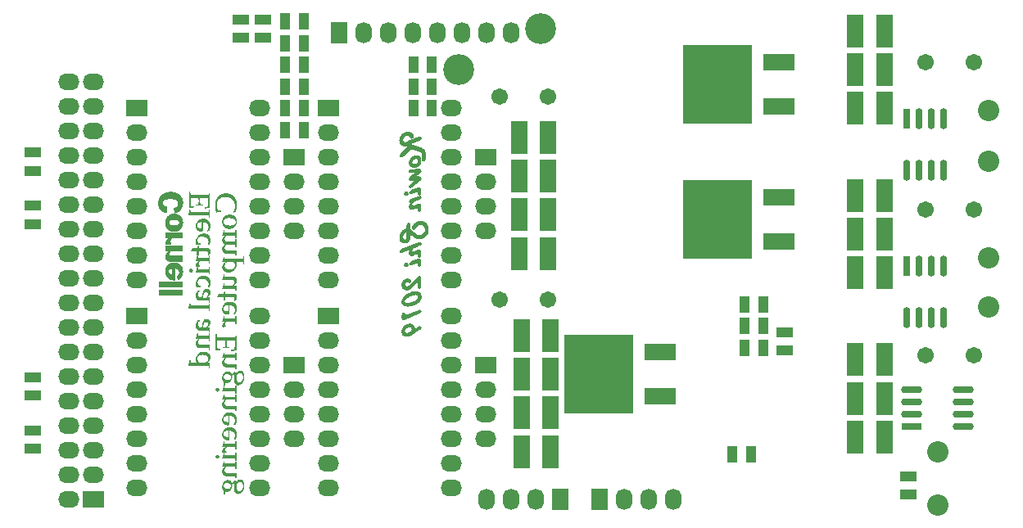
<source format=gbs>
G04 Layer_Color=16711935*
%FSLAX44Y44*%
%MOMM*%
G71*
G01*
G75*
%ADD44R,1.8032X1.0032*%
%ADD46R,1.0032X1.8032*%
%ADD55C,2.2032*%
%ADD56C,3.2032*%
%ADD57C,1.7032*%
%ADD58R,2.2032X1.7032*%
%ADD59O,2.2032X1.7032*%
%ADD60R,1.7032X2.2032*%
%ADD61O,1.7032X2.2032*%
%ADD62O,0.7532X2.1532*%
%ADD63R,0.7532X2.1532*%
%ADD64O,2.1532X0.7532*%
%ADD65R,2.1532X0.7532*%
%ADD66R,1.7032X3.4032*%
%ADD67R,7.2032X8.2032*%
%ADD68R,3.2032X1.8032*%
G36*
X469966Y365257D02*
X470614D01*
Y365127D01*
X471133D01*
Y364997D01*
X471523D01*
Y364868D01*
X471782D01*
Y364738D01*
X472042D01*
Y364608D01*
X472301D01*
Y364478D01*
X472561D01*
Y364348D01*
X472820D01*
Y364219D01*
X472950D01*
Y364089D01*
X473209D01*
Y363959D01*
X473339D01*
Y363829D01*
X473469D01*
Y363700D01*
X473599D01*
Y363570D01*
X473728D01*
Y363440D01*
X473858D01*
Y363310D01*
X473988D01*
Y363181D01*
X474118D01*
Y363051D01*
X474248D01*
Y362921D01*
X474377D01*
Y362662D01*
X474507D01*
Y362532D01*
X474637D01*
Y362272D01*
X474767D01*
Y362013D01*
X474896D01*
Y361883D01*
X475026D01*
Y361494D01*
X475156D01*
Y361234D01*
X475286D01*
Y360845D01*
X475415D01*
Y360326D01*
X475545D01*
Y359677D01*
X475675D01*
Y356952D01*
X475545D01*
Y356174D01*
X475415D01*
Y355654D01*
X475286D01*
Y355135D01*
X475156D01*
Y354746D01*
X475026D01*
Y354487D01*
X474896D01*
Y354097D01*
X474767D01*
Y353838D01*
X474637D01*
Y353578D01*
X474507D01*
Y353319D01*
X474377D01*
Y353189D01*
X474248D01*
Y353059D01*
X473988D01*
Y352929D01*
X473728D01*
Y352800D01*
X473469D01*
Y352670D01*
X473080D01*
Y352540D01*
X472820D01*
Y352411D01*
X472561D01*
Y352670D01*
X472431D01*
Y352800D01*
X472301D01*
Y352929D01*
X472431D01*
Y353189D01*
X472561D01*
Y353319D01*
X472690D01*
Y353578D01*
X472820D01*
Y353838D01*
X472950D01*
Y354097D01*
X473080D01*
Y354357D01*
X473209D01*
Y354616D01*
X473339D01*
Y355006D01*
X473469D01*
Y355395D01*
X473599D01*
Y355914D01*
X473728D01*
Y357471D01*
X473599D01*
Y358120D01*
X473469D01*
Y358509D01*
X473339D01*
Y358899D01*
X473209D01*
Y359158D01*
X473080D01*
Y359417D01*
X472950D01*
Y359547D01*
X472820D01*
Y359807D01*
X472690D01*
Y359936D01*
X472561D01*
Y360066D01*
X472431D01*
Y360196D01*
X472301D01*
Y360326D01*
X472171D01*
Y360456D01*
X472042D01*
Y360585D01*
X471912D01*
Y360715D01*
X471782D01*
Y360845D01*
X471523D01*
Y360975D01*
X471263D01*
Y361104D01*
X471004D01*
Y361234D01*
X470744D01*
Y361364D01*
X470485D01*
Y361494D01*
X470095D01*
Y361623D01*
X469576D01*
Y361753D01*
X468927D01*
Y361883D01*
X468019D01*
Y355265D01*
X467889D01*
Y353968D01*
X467760D01*
Y353189D01*
X467630D01*
Y352670D01*
X467500D01*
Y352281D01*
X467370D01*
Y352151D01*
X465424D01*
Y352281D01*
X464645D01*
Y352411D01*
X464126D01*
Y352540D01*
X463737D01*
Y352670D01*
X463348D01*
Y352800D01*
X463088D01*
Y352929D01*
X462958D01*
Y353059D01*
X462699D01*
Y353189D01*
X462439D01*
Y353319D01*
X462309D01*
Y353448D01*
X462180D01*
Y353578D01*
X462050D01*
Y353708D01*
X461920D01*
Y353838D01*
X461791D01*
Y353968D01*
X461661D01*
Y354097D01*
X461531D01*
Y354357D01*
X461401D01*
Y354487D01*
X461272D01*
Y354746D01*
X461142D01*
Y355006D01*
X461012D01*
Y355395D01*
X460882D01*
Y355654D01*
X460752D01*
Y356174D01*
X460623D01*
Y356952D01*
X460493D01*
Y358899D01*
X460623D01*
Y359547D01*
X460752D01*
Y359936D01*
X460882D01*
Y360326D01*
X461012D01*
Y360585D01*
X461142D01*
Y360845D01*
X461272D01*
Y361104D01*
X461401D01*
Y361364D01*
X461531D01*
Y361623D01*
X461661D01*
Y361883D01*
X461791D01*
Y362142D01*
X461920D01*
Y362272D01*
X462050D01*
Y362532D01*
X462180D01*
Y362662D01*
X462309D01*
Y362921D01*
X462439D01*
Y363051D01*
X462569D01*
Y363310D01*
X462699D01*
Y363440D01*
X462829D01*
Y363700D01*
X462958D01*
Y363829D01*
X463088D01*
Y363959D01*
X463218D01*
Y364089D01*
X463348D01*
Y364219D01*
X463607D01*
Y364348D01*
X463737D01*
Y364478D01*
X463997D01*
Y364608D01*
X464256D01*
Y364738D01*
X464515D01*
Y364868D01*
X464775D01*
Y364997D01*
X465164D01*
Y365127D01*
X465683D01*
Y365257D01*
X466462D01*
Y365387D01*
X469966D01*
Y365257D01*
D02*
G37*
G36*
X475286Y382515D02*
X475156D01*
Y377844D01*
X475286D01*
Y376286D01*
X474118D01*
Y377324D01*
X473988D01*
Y378103D01*
X473858D01*
Y378363D01*
X473728D01*
Y378492D01*
X473080D01*
Y378622D01*
X464905D01*
Y378492D01*
X464645D01*
Y378363D01*
X464386D01*
Y378233D01*
X464256D01*
Y378103D01*
X464126D01*
Y377973D01*
X463997D01*
Y377844D01*
X463867D01*
Y377584D01*
X463737D01*
Y377454D01*
X463607D01*
Y377195D01*
X463477D01*
Y376935D01*
X463348D01*
Y376546D01*
X463218D01*
Y376027D01*
X463088D01*
Y374081D01*
X463218D01*
Y373691D01*
X463348D01*
Y373432D01*
X463477D01*
Y373302D01*
X463607D01*
Y373172D01*
X463737D01*
Y373042D01*
X463867D01*
Y372913D01*
X463997D01*
Y372783D01*
X464256D01*
Y372653D01*
X464515D01*
Y372523D01*
X465035D01*
Y372394D01*
X465683D01*
Y372264D01*
X472820D01*
Y372394D01*
X474377D01*
Y372523D01*
X475026D01*
Y372394D01*
X475156D01*
Y372264D01*
X475286D01*
Y371096D01*
X475156D01*
Y368241D01*
X475286D01*
Y367073D01*
X475156D01*
Y366944D01*
X474248D01*
Y367073D01*
X474118D01*
Y368111D01*
X473988D01*
Y368630D01*
X473858D01*
Y368890D01*
X473599D01*
Y369020D01*
X467240D01*
Y368890D01*
X464905D01*
Y369020D01*
X463997D01*
Y369150D01*
X463477D01*
Y369279D01*
X463088D01*
Y369409D01*
X462829D01*
Y369539D01*
X462569D01*
Y369669D01*
X462309D01*
Y369798D01*
X462180D01*
Y369928D01*
X462050D01*
Y370058D01*
X461791D01*
Y370188D01*
X461661D01*
Y370317D01*
X461531D01*
Y370577D01*
X461401D01*
Y370707D01*
X461272D01*
Y370836D01*
X461142D01*
Y371096D01*
X461012D01*
Y371356D01*
X460882D01*
Y371745D01*
X460752D01*
Y372134D01*
X460623D01*
Y372783D01*
X460493D01*
Y374859D01*
X460623D01*
Y375508D01*
X460752D01*
Y376027D01*
X460882D01*
Y376157D01*
X461012D01*
Y376286D01*
X461142D01*
Y376416D01*
X461272D01*
Y376546D01*
X461401D01*
Y376676D01*
X461531D01*
Y376935D01*
X461661D01*
Y377065D01*
X461791D01*
Y377195D01*
X461920D01*
Y377324D01*
X462050D01*
Y377454D01*
X462180D01*
Y377584D01*
X462309D01*
Y377714D01*
X462439D01*
Y377844D01*
X462569D01*
Y378103D01*
X462699D01*
Y378233D01*
X462829D01*
Y378363D01*
X462958D01*
Y378492D01*
X463088D01*
Y378622D01*
X463218D01*
Y378752D01*
X462439D01*
Y378622D01*
X460623D01*
Y378752D01*
X460493D01*
Y379141D01*
X460623D01*
Y379530D01*
X460752D01*
Y379790D01*
X460882D01*
Y380179D01*
X461012D01*
Y380569D01*
X461142D01*
Y381088D01*
X461272D01*
Y381607D01*
X461401D01*
Y382126D01*
X461531D01*
Y382774D01*
X461661D01*
Y383683D01*
X461791D01*
Y384202D01*
X462958D01*
Y382515D01*
X463088D01*
Y381996D01*
X463348D01*
Y381866D01*
X473469D01*
Y381996D01*
X473728D01*
Y382126D01*
X473858D01*
Y382385D01*
X473988D01*
Y383164D01*
X474118D01*
Y384202D01*
X475286D01*
Y382515D01*
D02*
G37*
G36*
X456081Y390949D02*
X456470D01*
Y390820D01*
X456730D01*
Y390690D01*
X456989D01*
Y390560D01*
X457119D01*
Y390430D01*
X457249D01*
Y390171D01*
X457379D01*
Y390041D01*
X457508D01*
Y389652D01*
X457638D01*
Y388354D01*
X457508D01*
Y388095D01*
X457379D01*
Y387835D01*
X457249D01*
Y387705D01*
X457119D01*
Y387576D01*
X456989D01*
Y387446D01*
X456860D01*
Y387316D01*
X456730D01*
Y387186D01*
X456341D01*
Y387057D01*
X455692D01*
Y386927D01*
X455562D01*
Y387057D01*
X454913D01*
Y387186D01*
X454654D01*
Y387316D01*
X454394D01*
Y387446D01*
X454264D01*
Y387576D01*
X454135D01*
Y387705D01*
X454005D01*
Y387835D01*
X453875D01*
Y388095D01*
X453745D01*
Y388354D01*
X453616D01*
Y389652D01*
X453745D01*
Y390041D01*
X453875D01*
Y390171D01*
X454005D01*
Y390430D01*
X454135D01*
Y390560D01*
X454394D01*
Y390690D01*
X454524D01*
Y390820D01*
X454784D01*
Y390949D01*
X455173D01*
Y391079D01*
X456081D01*
Y390949D01*
D02*
G37*
G36*
X469446Y349945D02*
X470355D01*
Y349815D01*
X470874D01*
Y349686D01*
X471263D01*
Y349556D01*
X471652D01*
Y349426D01*
X471912D01*
Y349296D01*
X472171D01*
Y349166D01*
X472431D01*
Y349037D01*
X472690D01*
Y348907D01*
X472950D01*
Y348777D01*
X473080D01*
Y348647D01*
X473209D01*
Y348518D01*
X473339D01*
Y348388D01*
X473599D01*
Y348258D01*
X473728D01*
Y348128D01*
X473858D01*
Y347999D01*
X473988D01*
Y347869D01*
X474118D01*
Y347609D01*
X474248D01*
Y347480D01*
X474377D01*
Y347350D01*
X474507D01*
Y347090D01*
X474637D01*
Y346960D01*
X474767D01*
Y346701D01*
X474896D01*
Y346441D01*
X475026D01*
Y346182D01*
X475156D01*
Y345793D01*
X475286D01*
Y345403D01*
X475415D01*
Y345014D01*
X475545D01*
Y344235D01*
X475675D01*
Y341511D01*
X475545D01*
Y340732D01*
X475415D01*
Y340213D01*
X475286D01*
Y339824D01*
X475156D01*
Y339434D01*
X475026D01*
Y339045D01*
X474896D01*
Y338786D01*
X474767D01*
Y338526D01*
X474637D01*
Y338267D01*
X474507D01*
Y338007D01*
X474377D01*
Y337747D01*
X474118D01*
Y337618D01*
X473858D01*
Y337488D01*
X473599D01*
Y337358D01*
X473209D01*
Y337229D01*
X472950D01*
Y337099D01*
X472561D01*
Y337229D01*
X472431D01*
Y337358D01*
X472301D01*
Y337618D01*
X472431D01*
Y337747D01*
X472561D01*
Y338007D01*
X472690D01*
Y338137D01*
X472820D01*
Y338396D01*
X472950D01*
Y338656D01*
X473080D01*
Y338915D01*
X473209D01*
Y339305D01*
X473339D01*
Y339564D01*
X473469D01*
Y339953D01*
X473599D01*
Y340602D01*
X473728D01*
Y342030D01*
X473599D01*
Y342808D01*
X473469D01*
Y343198D01*
X473339D01*
Y343457D01*
X473209D01*
Y343846D01*
X473080D01*
Y343976D01*
X472950D01*
Y344235D01*
X472820D01*
Y344365D01*
X472690D01*
Y344625D01*
X472561D01*
Y344755D01*
X472431D01*
Y344884D01*
X472301D01*
Y345014D01*
X472171D01*
Y345144D01*
X472042D01*
Y345274D01*
X471782D01*
Y345403D01*
X471652D01*
Y345533D01*
X471393D01*
Y345663D01*
X471133D01*
Y345793D01*
X470874D01*
Y345922D01*
X470614D01*
Y346052D01*
X470225D01*
Y346182D01*
X469836D01*
Y346312D01*
X469317D01*
Y346441D01*
X468408D01*
Y346571D01*
X468019D01*
Y339953D01*
X467889D01*
Y338526D01*
X467760D01*
Y337877D01*
X467630D01*
Y337358D01*
X467500D01*
Y336839D01*
X467240D01*
Y336709D01*
X466592D01*
Y336839D01*
X465035D01*
Y336969D01*
X464386D01*
Y337099D01*
X463867D01*
Y337229D01*
X463607D01*
Y337358D01*
X463218D01*
Y337488D01*
X462958D01*
Y337618D01*
X462829D01*
Y337747D01*
X462569D01*
Y337877D01*
X462439D01*
Y338007D01*
X462309D01*
Y338137D01*
X462050D01*
Y338267D01*
X461920D01*
Y338396D01*
X461791D01*
Y338656D01*
X461661D01*
Y338786D01*
X461531D01*
Y338915D01*
X461401D01*
Y339175D01*
X461272D01*
Y339434D01*
X461142D01*
Y339694D01*
X461012D01*
Y339953D01*
X460882D01*
Y340343D01*
X460752D01*
Y340862D01*
X460623D01*
Y341640D01*
X460493D01*
Y343587D01*
X460623D01*
Y344235D01*
X460752D01*
Y344625D01*
X460882D01*
Y344884D01*
X461012D01*
Y345274D01*
X461142D01*
Y345533D01*
X461272D01*
Y345793D01*
X461401D01*
Y346052D01*
X461531D01*
Y346312D01*
X461661D01*
Y346441D01*
X461791D01*
Y346701D01*
X461920D01*
Y346960D01*
X462050D01*
Y347090D01*
X462180D01*
Y347350D01*
X462309D01*
Y347480D01*
X462439D01*
Y347739D01*
X462569D01*
Y347869D01*
X462699D01*
Y348128D01*
X462829D01*
Y348258D01*
X462958D01*
Y348388D01*
X463088D01*
Y348518D01*
X463218D01*
Y348647D01*
X463348D01*
Y348777D01*
X463477D01*
Y348907D01*
X463607D01*
Y349037D01*
X463867D01*
Y349166D01*
X464126D01*
Y349296D01*
X464386D01*
Y349426D01*
X464645D01*
Y349556D01*
X465035D01*
Y349686D01*
X465424D01*
Y349815D01*
X466073D01*
Y349945D01*
X467111D01*
Y350075D01*
X469446D01*
Y349945D01*
D02*
G37*
G36*
X456341Y321527D02*
X456600D01*
Y321398D01*
X456860D01*
Y321268D01*
X456989D01*
Y321138D01*
X457119D01*
Y321008D01*
X457249D01*
Y320879D01*
X457379D01*
Y320619D01*
X457508D01*
Y320360D01*
X457638D01*
Y319062D01*
X457508D01*
Y318673D01*
X457379D01*
Y318543D01*
X457249D01*
Y318283D01*
X457119D01*
Y318154D01*
X456989D01*
Y318024D01*
X456730D01*
Y317894D01*
X456470D01*
Y317764D01*
X456211D01*
Y317635D01*
X455043D01*
Y317764D01*
X454784D01*
Y317894D01*
X454524D01*
Y318024D01*
X454264D01*
Y318154D01*
X454135D01*
Y318283D01*
X454005D01*
Y318543D01*
X453875D01*
Y318673D01*
X453745D01*
Y319062D01*
X453616D01*
Y320360D01*
X453745D01*
Y320619D01*
X453875D01*
Y320879D01*
X454005D01*
Y321008D01*
X454135D01*
Y321138D01*
X454264D01*
Y321268D01*
X454394D01*
Y321398D01*
X454654D01*
Y321527D01*
X454913D01*
Y321657D01*
X456341D01*
Y321527D01*
D02*
G37*
G36*
X475286Y321917D02*
X475156D01*
Y317245D01*
X475286D01*
Y315558D01*
X474118D01*
Y316726D01*
X473988D01*
Y317505D01*
X473858D01*
Y317635D01*
X473728D01*
Y317764D01*
X473469D01*
Y317894D01*
X461272D01*
Y317764D01*
X460752D01*
Y317894D01*
X460623D01*
Y318154D01*
X460493D01*
Y318543D01*
X460623D01*
Y318803D01*
X460752D01*
Y319192D01*
X460882D01*
Y319581D01*
X461012D01*
Y319970D01*
X461142D01*
Y320360D01*
X461272D01*
Y320879D01*
X461401D01*
Y321398D01*
X461531D01*
Y322176D01*
X461661D01*
Y322955D01*
X461791D01*
Y323474D01*
X462958D01*
Y321787D01*
X463088D01*
Y321398D01*
X463218D01*
Y321268D01*
X463737D01*
Y321138D01*
X472950D01*
Y321268D01*
X473599D01*
Y321398D01*
X473858D01*
Y321657D01*
X473988D01*
Y322436D01*
X474118D01*
Y323474D01*
X475286D01*
Y321917D01*
D02*
G37*
G36*
Y333725D02*
X475156D01*
Y328664D01*
X475286D01*
Y326848D01*
X474118D01*
Y328145D01*
X473988D01*
Y329183D01*
X473858D01*
Y329443D01*
X473728D01*
Y329573D01*
X472950D01*
Y329702D01*
X465943D01*
Y329573D01*
X465424D01*
Y329443D01*
X465164D01*
Y329313D01*
X464905D01*
Y329183D01*
X464775D01*
Y329054D01*
X464515D01*
Y328924D01*
X464386D01*
Y328664D01*
X464256D01*
Y328535D01*
X464126D01*
Y328405D01*
X463997D01*
Y328145D01*
X463867D01*
Y327756D01*
X463737D01*
Y327107D01*
X463607D01*
Y326329D01*
X463737D01*
Y325680D01*
X463867D01*
Y325420D01*
X463997D01*
Y325290D01*
X464126D01*
Y325161D01*
X464256D01*
Y325031D01*
X464386D01*
Y324901D01*
X464645D01*
Y324771D01*
X464905D01*
Y323993D01*
X462958D01*
Y323863D01*
X461791D01*
Y323733D01*
X460752D01*
Y323863D01*
X460623D01*
Y324512D01*
X460493D01*
Y325939D01*
X460623D01*
Y326458D01*
X460752D01*
Y326848D01*
X460882D01*
Y326977D01*
X461012D01*
Y327237D01*
X461142D01*
Y327367D01*
X461272D01*
Y327626D01*
X461401D01*
Y327756D01*
X461531D01*
Y327886D01*
X461661D01*
Y328016D01*
X461791D01*
Y328145D01*
X461920D01*
Y328275D01*
X462050D01*
Y328405D01*
X462180D01*
Y328535D01*
X462309D01*
Y328664D01*
X462569D01*
Y328794D01*
X462699D01*
Y328924D01*
X462829D01*
Y329054D01*
X462958D01*
Y329183D01*
X463088D01*
Y329313D01*
X463218D01*
Y329443D01*
X463477D01*
Y329573D01*
X463607D01*
Y329702D01*
X463737D01*
Y329832D01*
X462699D01*
Y329702D01*
X461012D01*
Y329573D01*
X460752D01*
Y329702D01*
X460623D01*
Y329962D01*
X460493D01*
Y330351D01*
X460623D01*
Y330611D01*
X460752D01*
Y331000D01*
X460882D01*
Y331259D01*
X461012D01*
Y331778D01*
X461142D01*
Y332168D01*
X461272D01*
Y332687D01*
X461401D01*
Y333206D01*
X461531D01*
Y333855D01*
X461661D01*
Y334763D01*
X461791D01*
Y335412D01*
X462958D01*
Y333595D01*
X463088D01*
Y333076D01*
X463348D01*
Y332946D01*
X473469D01*
Y333076D01*
X473728D01*
Y333206D01*
X473858D01*
Y333465D01*
X473988D01*
Y334244D01*
X474118D01*
Y335412D01*
X475286D01*
Y333725D01*
D02*
G37*
G36*
X479308Y408727D02*
X479957D01*
Y408597D01*
X480346D01*
Y408467D01*
X480606D01*
Y408337D01*
X480865D01*
Y408208D01*
X480995D01*
Y408078D01*
X481255D01*
Y407948D01*
X481384D01*
Y407818D01*
X481514D01*
Y407688D01*
X481644D01*
Y407559D01*
X481774D01*
Y407429D01*
X481903D01*
Y407299D01*
X482033D01*
Y407040D01*
X482163D01*
Y406910D01*
X482293D01*
Y406650D01*
X482422D01*
Y406521D01*
X482552D01*
Y406261D01*
X482682D01*
Y405872D01*
X482812D01*
Y405612D01*
X482942D01*
Y405223D01*
X483071D01*
Y404704D01*
X483201D01*
Y403925D01*
X483331D01*
Y400552D01*
X483201D01*
Y399773D01*
X483071D01*
Y399254D01*
X482942D01*
Y398735D01*
X482812D01*
Y398346D01*
X482682D01*
Y398086D01*
X482552D01*
Y397697D01*
X482422D01*
Y397437D01*
X482293D01*
Y397178D01*
X482163D01*
Y396918D01*
X482033D01*
Y396789D01*
X481903D01*
Y396529D01*
X481774D01*
Y396399D01*
X481644D01*
Y396140D01*
X481514D01*
Y396010D01*
X481384D01*
Y395880D01*
X481255D01*
Y395751D01*
X481125D01*
Y395491D01*
X480995D01*
Y395361D01*
X480865D01*
Y395231D01*
X480736D01*
Y395102D01*
X480476D01*
Y394972D01*
X480346D01*
Y394842D01*
X480216D01*
Y394712D01*
X480087D01*
Y394583D01*
X479827D01*
Y394453D01*
X479568D01*
Y394323D01*
X479438D01*
Y394193D01*
X479178D01*
Y394064D01*
X478789D01*
Y393934D01*
X478400D01*
Y393804D01*
X477881D01*
Y393674D01*
X475805D01*
Y393804D01*
X475286D01*
Y393934D01*
X475026D01*
Y394064D01*
X474767D01*
Y394193D01*
X474637D01*
Y394323D01*
X474377D01*
Y394453D01*
X474248D01*
Y394583D01*
X474118D01*
Y394712D01*
X473988D01*
Y394842D01*
X473858D01*
Y394972D01*
X473728D01*
Y395231D01*
X473599D01*
Y395361D01*
X473469D01*
Y395621D01*
X473339D01*
Y396010D01*
X473209D01*
Y396399D01*
X473080D01*
Y396918D01*
X472950D01*
Y403925D01*
X472820D01*
Y404185D01*
X472690D01*
Y404315D01*
X472561D01*
Y404445D01*
X472042D01*
Y404315D01*
X471782D01*
Y404185D01*
X471652D01*
Y404055D01*
X471523D01*
Y403925D01*
X471393D01*
Y403796D01*
X471263D01*
Y403666D01*
X471133D01*
Y403536D01*
X471004D01*
Y403406D01*
X470874D01*
Y403277D01*
X470744D01*
Y403017D01*
X470874D01*
Y401720D01*
X470744D01*
Y400941D01*
X470614D01*
Y400422D01*
X470485D01*
Y400033D01*
X470355D01*
Y399643D01*
X470225D01*
Y399384D01*
X470095D01*
Y399124D01*
X469966D01*
Y398865D01*
X469836D01*
Y398605D01*
X469706D01*
Y398346D01*
X469576D01*
Y398216D01*
X469446D01*
Y397956D01*
X469317D01*
Y397827D01*
X469187D01*
Y397697D01*
X469057D01*
Y397567D01*
X468927D01*
Y397437D01*
X468798D01*
Y397308D01*
X468668D01*
Y397178D01*
X468538D01*
Y397048D01*
X468408D01*
Y396918D01*
X468279D01*
Y396789D01*
X468149D01*
Y396659D01*
X467889D01*
Y396529D01*
X467760D01*
Y396399D01*
X467500D01*
Y396269D01*
X467240D01*
Y396140D01*
X466851D01*
Y396010D01*
X466332D01*
Y395880D01*
X464515D01*
Y396010D01*
X463867D01*
Y396140D01*
X463477D01*
Y393804D01*
X463348D01*
Y393674D01*
X463218D01*
Y393545D01*
X462958D01*
Y393415D01*
X462699D01*
Y393285D01*
X462569D01*
Y393155D01*
X462309D01*
Y393026D01*
X462180D01*
Y392896D01*
X462958D01*
Y391209D01*
X463088D01*
Y390690D01*
X463348D01*
Y390560D01*
X473469D01*
Y390690D01*
X473728D01*
Y390820D01*
X473858D01*
Y391079D01*
X473988D01*
Y391728D01*
X474118D01*
Y392896D01*
X475286D01*
Y391209D01*
X475156D01*
Y386538D01*
X475286D01*
Y384980D01*
X474118D01*
Y386018D01*
X473988D01*
Y386797D01*
X473858D01*
Y387057D01*
X473728D01*
Y387186D01*
X472950D01*
Y387316D01*
X462439D01*
Y387186D01*
X460752D01*
Y387316D01*
X460623D01*
Y387446D01*
X460493D01*
Y387835D01*
X460623D01*
Y388095D01*
X460752D01*
Y388484D01*
X460882D01*
Y388873D01*
X461012D01*
Y389263D01*
X461142D01*
Y389781D01*
X461272D01*
Y390300D01*
X461401D01*
Y390820D01*
X461531D01*
Y391468D01*
X461661D01*
Y392377D01*
X461791D01*
Y393026D01*
X461531D01*
Y393415D01*
X461661D01*
Y397437D01*
X461531D01*
Y397697D01*
X461401D01*
Y397827D01*
X461272D01*
Y398086D01*
X461142D01*
Y398346D01*
X461012D01*
Y398605D01*
X460882D01*
Y398994D01*
X460752D01*
Y399384D01*
X460623D01*
Y400162D01*
X460493D01*
Y402109D01*
X460623D01*
Y402757D01*
X460752D01*
Y403277D01*
X460882D01*
Y403666D01*
X461012D01*
Y404055D01*
X461142D01*
Y404445D01*
X461272D01*
Y404704D01*
X461401D01*
Y404963D01*
X461531D01*
Y405223D01*
X461661D01*
Y405482D01*
X461791D01*
Y405742D01*
X461920D01*
Y405872D01*
X462050D01*
Y406131D01*
X462180D01*
Y406261D01*
X462309D01*
Y406391D01*
X462439D01*
Y406521D01*
X462569D01*
Y406650D01*
X462699D01*
Y406780D01*
X462829D01*
Y406910D01*
X462958D01*
Y407040D01*
X463088D01*
Y407169D01*
X463348D01*
Y407299D01*
X463477D01*
Y407429D01*
X463737D01*
Y407559D01*
X463997D01*
Y407688D01*
X464256D01*
Y407818D01*
X464645D01*
Y407948D01*
X465035D01*
Y408078D01*
X467500D01*
Y407948D01*
X467889D01*
Y407818D01*
X468279D01*
Y407688D01*
X468538D01*
Y407559D01*
X468668D01*
Y407429D01*
X468927D01*
Y407299D01*
X469057D01*
Y407169D01*
X469187D01*
Y407040D01*
X469317D01*
Y406910D01*
X469446D01*
Y406780D01*
X469576D01*
Y406650D01*
X469706D01*
Y406391D01*
X469836D01*
Y406261D01*
X469966D01*
Y406002D01*
X470095D01*
Y405742D01*
X470225D01*
Y405482D01*
X470355D01*
Y405093D01*
X470485D01*
Y404704D01*
X470614D01*
Y404834D01*
X470744D01*
Y405093D01*
X470874D01*
Y405223D01*
X471004D01*
Y405353D01*
X471133D01*
Y405482D01*
X471263D01*
Y405742D01*
X471393D01*
Y405872D01*
X471523D01*
Y406002D01*
X471652D01*
Y406261D01*
X471782D01*
Y406391D01*
X471912D01*
Y406521D01*
X472042D01*
Y406780D01*
X472171D01*
Y406910D01*
X472431D01*
Y407040D01*
X472690D01*
Y407169D01*
X473339D01*
Y407299D01*
X473858D01*
Y407169D01*
X474377D01*
Y407040D01*
X474637D01*
Y406910D01*
X474767D01*
Y406780D01*
X474896D01*
Y406650D01*
X475026D01*
Y406521D01*
X475156D01*
Y406261D01*
X475286D01*
Y406002D01*
X475415D01*
Y405872D01*
X475545D01*
Y406131D01*
X475675D01*
Y406261D01*
X475805D01*
Y406521D01*
X475934D01*
Y406780D01*
X476064D01*
Y407040D01*
X476194D01*
Y407169D01*
X476324D01*
Y407429D01*
X476454D01*
Y407688D01*
X476583D01*
Y407948D01*
X476713D01*
Y408078D01*
X476843D01*
Y408208D01*
X477102D01*
Y408337D01*
X477232D01*
Y408467D01*
X477492D01*
Y408597D01*
X477881D01*
Y408727D01*
X478530D01*
Y408856D01*
X479308D01*
Y408727D01*
D02*
G37*
G36*
X445348Y462099D02*
X445867D01*
Y461969D01*
X446256D01*
Y461840D01*
X446645D01*
Y461710D01*
X446775D01*
Y461580D01*
X447035D01*
Y461450D01*
X447164D01*
Y461321D01*
X447294D01*
Y461191D01*
X447424D01*
Y461061D01*
X447554D01*
Y460931D01*
X447683D01*
Y460802D01*
X447813D01*
Y460542D01*
X447943D01*
Y460283D01*
X448073D01*
Y459893D01*
X448202D01*
Y459504D01*
X448332D01*
Y457298D01*
X448202D01*
Y456909D01*
X448073D01*
Y456520D01*
X447943D01*
Y456390D01*
X447813D01*
Y456260D01*
X447683D01*
Y456001D01*
X447554D01*
Y455871D01*
X447424D01*
Y455741D01*
X447294D01*
Y455611D01*
X447164D01*
Y455352D01*
X447035D01*
Y455222D01*
X446905D01*
Y455092D01*
X446775D01*
Y454962D01*
X446645D01*
Y454703D01*
X446516D01*
Y454573D01*
X446386D01*
Y454443D01*
X446256D01*
Y454314D01*
X446126D01*
Y454054D01*
X445997D01*
Y453924D01*
X445867D01*
Y453795D01*
X445737D01*
Y453535D01*
X445607D01*
Y453405D01*
X447294D01*
Y453535D01*
X447813D01*
Y453405D01*
X447943D01*
Y452497D01*
X447813D01*
Y449253D01*
X447943D01*
Y448345D01*
X446775D01*
Y449253D01*
X446645D01*
Y449772D01*
X446516D01*
Y450032D01*
X446256D01*
Y450161D01*
X436654D01*
Y450291D01*
X436135D01*
Y450421D01*
X435745D01*
Y450550D01*
X435486D01*
Y450680D01*
X435226D01*
Y450810D01*
X435097D01*
Y450940D01*
X434837D01*
Y451070D01*
X434707D01*
Y451199D01*
X434578D01*
Y451329D01*
X434448D01*
Y451459D01*
X434318D01*
Y451718D01*
X434188D01*
Y451848D01*
X434059D01*
Y452108D01*
X433929D01*
Y452237D01*
X433799D01*
Y452497D01*
X433669D01*
Y452886D01*
X433540D01*
Y453275D01*
X433410D01*
Y453795D01*
X433280D01*
Y454573D01*
X433150D01*
Y456520D01*
X433280D01*
Y457039D01*
X433410D01*
Y457428D01*
X433540D01*
Y457817D01*
X433669D01*
Y458077D01*
X433799D01*
Y458336D01*
X433929D01*
Y458466D01*
X434059D01*
Y458725D01*
X434188D01*
Y458985D01*
X434318D01*
Y459244D01*
X434448D01*
Y459374D01*
X434578D01*
Y459634D01*
X434707D01*
Y459763D01*
X434837D01*
Y460023D01*
X434967D01*
Y460283D01*
X435097D01*
Y460412D01*
X435226D01*
Y460672D01*
X435356D01*
Y460802D01*
X437043D01*
Y460931D01*
X437432D01*
Y460802D01*
X437562D01*
Y460542D01*
X437692D01*
Y459763D01*
X437303D01*
Y459634D01*
X436913D01*
Y459504D01*
X436654D01*
Y459374D01*
X436394D01*
Y459244D01*
X436135D01*
Y459115D01*
X436005D01*
Y458855D01*
X435875D01*
Y458596D01*
X435745D01*
Y458077D01*
X435616D01*
Y457428D01*
X435486D01*
Y456130D01*
X435616D01*
Y455481D01*
X435745D01*
Y455092D01*
X435875D01*
Y454833D01*
X436005D01*
Y454703D01*
X436135D01*
Y454443D01*
X436264D01*
Y454314D01*
X436394D01*
Y454184D01*
X436524D01*
Y454054D01*
X436783D01*
Y453924D01*
X436913D01*
Y453795D01*
X437173D01*
Y453665D01*
X437562D01*
Y453535D01*
X438081D01*
Y453405D01*
X439249D01*
Y453924D01*
X439379D01*
Y454573D01*
X439509D01*
Y455092D01*
X439638D01*
Y455611D01*
X439768D01*
Y456260D01*
X439898D01*
Y456779D01*
X440028D01*
Y457298D01*
X440157D01*
Y457687D01*
X440287D01*
Y458206D01*
X440417D01*
Y458596D01*
X440547D01*
Y458985D01*
X440676D01*
Y459374D01*
X440806D01*
Y459763D01*
X440936D01*
Y460023D01*
X441066D01*
Y460283D01*
X441195D01*
Y460542D01*
X441325D01*
Y460802D01*
X441455D01*
Y460931D01*
X441585D01*
Y461191D01*
X441714D01*
Y461321D01*
X441844D01*
Y461450D01*
X441974D01*
Y461580D01*
X442104D01*
Y461710D01*
X442363D01*
Y461840D01*
X442623D01*
Y461969D01*
X442882D01*
Y462099D01*
X443531D01*
Y462229D01*
X445348D01*
Y462099D01*
D02*
G37*
G36*
X475286Y463615D02*
X475156D01*
Y458555D01*
X475286D01*
Y456738D01*
X474118D01*
Y458036D01*
X473988D01*
Y459074D01*
X473858D01*
Y459333D01*
X473728D01*
Y459463D01*
X473339D01*
Y459593D01*
X465813D01*
Y459463D01*
X465424D01*
Y459333D01*
X465164D01*
Y459203D01*
X464905D01*
Y459074D01*
X464645D01*
Y458944D01*
X464515D01*
Y458814D01*
X464386D01*
Y458684D01*
X464256D01*
Y458425D01*
X464126D01*
Y458295D01*
X463997D01*
Y458036D01*
X463867D01*
Y457646D01*
X463737D01*
Y457127D01*
X463607D01*
Y456219D01*
X463737D01*
Y455700D01*
X463867D01*
Y455311D01*
X463997D01*
Y455181D01*
X464126D01*
Y455051D01*
X464256D01*
Y454921D01*
X464515D01*
Y454791D01*
X464645D01*
Y454662D01*
X464905D01*
Y453883D01*
X462569D01*
Y453753D01*
X461531D01*
Y453624D01*
X460752D01*
Y453883D01*
X460623D01*
Y454402D01*
X460493D01*
Y455959D01*
X460623D01*
Y456349D01*
X460752D01*
Y456738D01*
X460882D01*
Y456997D01*
X461012D01*
Y457127D01*
X461142D01*
Y457387D01*
X461272D01*
Y457517D01*
X461401D01*
Y457646D01*
X461531D01*
Y457776D01*
X461661D01*
Y457906D01*
X461791D01*
Y458036D01*
X461920D01*
Y458165D01*
X462050D01*
Y458295D01*
X462180D01*
Y458425D01*
X462309D01*
Y458555D01*
X462439D01*
Y458684D01*
X462569D01*
Y458814D01*
X462829D01*
Y458944D01*
X462958D01*
Y459074D01*
X463088D01*
Y459203D01*
X463218D01*
Y459333D01*
X463348D01*
Y459463D01*
X463477D01*
Y459593D01*
X463607D01*
Y459722D01*
X462309D01*
Y459593D01*
X460752D01*
Y459722D01*
X460623D01*
Y459852D01*
X460493D01*
Y460242D01*
X460623D01*
Y460501D01*
X460752D01*
Y460890D01*
X460882D01*
Y461280D01*
X461012D01*
Y461669D01*
X461142D01*
Y462058D01*
X461272D01*
Y462577D01*
X461401D01*
Y463096D01*
X461531D01*
Y463875D01*
X461661D01*
Y464783D01*
X461791D01*
Y465302D01*
X462958D01*
Y463485D01*
X463088D01*
Y463096D01*
X463218D01*
Y462966D01*
X463477D01*
Y462837D01*
X473339D01*
Y462966D01*
X473728D01*
Y463096D01*
X473858D01*
Y463356D01*
X473988D01*
Y464134D01*
X474118D01*
Y465302D01*
X475286D01*
Y463615D01*
D02*
G37*
G36*
X469836Y479835D02*
X470485D01*
Y479706D01*
X471004D01*
Y479576D01*
X471393D01*
Y479446D01*
X471782D01*
Y479316D01*
X472042D01*
Y479187D01*
X472301D01*
Y479057D01*
X472561D01*
Y478927D01*
X472690D01*
Y478797D01*
X472950D01*
Y478667D01*
X473080D01*
Y478538D01*
X473339D01*
Y478408D01*
X473469D01*
Y478278D01*
X473599D01*
Y478148D01*
X473728D01*
Y478019D01*
X473858D01*
Y477889D01*
X473988D01*
Y477759D01*
X474118D01*
Y477629D01*
X474248D01*
Y477370D01*
X474377D01*
Y477240D01*
X474507D01*
Y477110D01*
X474637D01*
Y476851D01*
X474767D01*
Y476591D01*
X474896D01*
Y476332D01*
X475026D01*
Y476072D01*
X475156D01*
Y475813D01*
X475286D01*
Y475424D01*
X475415D01*
Y474904D01*
X475545D01*
Y474256D01*
X475675D01*
Y471401D01*
X475545D01*
Y470752D01*
X475415D01*
Y470103D01*
X475286D01*
Y469714D01*
X475156D01*
Y469325D01*
X475026D01*
Y468935D01*
X474896D01*
Y468676D01*
X474767D01*
Y468416D01*
X474637D01*
Y468157D01*
X474507D01*
Y467897D01*
X474377D01*
Y467638D01*
X474118D01*
Y467508D01*
X473728D01*
Y467378D01*
X473469D01*
Y467248D01*
X473209D01*
Y467119D01*
X472950D01*
Y466989D01*
X472561D01*
Y467119D01*
X472431D01*
Y467378D01*
X472301D01*
Y467508D01*
X472431D01*
Y467638D01*
X472561D01*
Y467897D01*
X472690D01*
Y468157D01*
X472820D01*
Y468287D01*
X472950D01*
Y468546D01*
X473080D01*
Y468935D01*
X473209D01*
Y469195D01*
X473339D01*
Y469454D01*
X473469D01*
Y469973D01*
X473599D01*
Y470493D01*
X473728D01*
Y471920D01*
X473599D01*
Y472699D01*
X473469D01*
Y473088D01*
X473339D01*
Y473477D01*
X473209D01*
Y473737D01*
X473080D01*
Y473996D01*
X472950D01*
Y474126D01*
X472820D01*
Y474385D01*
X472690D01*
Y474515D01*
X472561D01*
Y474645D01*
X472431D01*
Y474775D01*
X472301D01*
Y474904D01*
X472171D01*
Y475034D01*
X472042D01*
Y475164D01*
X471912D01*
Y475294D01*
X471652D01*
Y475424D01*
X471523D01*
Y475553D01*
X471263D01*
Y475683D01*
X471004D01*
Y475813D01*
X470744D01*
Y475942D01*
X470355D01*
Y476072D01*
X469966D01*
Y476202D01*
X469446D01*
Y476332D01*
X468668D01*
Y476462D01*
X468019D01*
Y469844D01*
X467889D01*
Y468546D01*
X467760D01*
Y467768D01*
X467630D01*
Y467248D01*
X467500D01*
Y466730D01*
X465294D01*
Y466859D01*
X464515D01*
Y466989D01*
X463997D01*
Y467119D01*
X463607D01*
Y467248D01*
X463348D01*
Y467378D01*
X463088D01*
Y467508D01*
X462829D01*
Y467638D01*
X462699D01*
Y467768D01*
X462439D01*
Y467897D01*
X462309D01*
Y468027D01*
X462180D01*
Y468157D01*
X462050D01*
Y468287D01*
X461920D01*
Y468416D01*
X461791D01*
Y468546D01*
X461661D01*
Y468676D01*
X461531D01*
Y468935D01*
X461401D01*
Y469065D01*
X461272D01*
Y469325D01*
X461142D01*
Y469584D01*
X461012D01*
Y469844D01*
X460882D01*
Y470233D01*
X460752D01*
Y470752D01*
X460623D01*
Y471531D01*
X460493D01*
Y473477D01*
X460623D01*
Y474126D01*
X460752D01*
Y474515D01*
X460882D01*
Y474904D01*
X461012D01*
Y475164D01*
X461142D01*
Y475424D01*
X461272D01*
Y475683D01*
X461401D01*
Y475942D01*
X461531D01*
Y476202D01*
X461661D01*
Y476462D01*
X461791D01*
Y476591D01*
X461920D01*
Y476851D01*
X462050D01*
Y477110D01*
X462180D01*
Y477240D01*
X462309D01*
Y477500D01*
X462439D01*
Y477629D01*
X462569D01*
Y477889D01*
X462699D01*
Y478019D01*
X462829D01*
Y478148D01*
X462958D01*
Y478408D01*
X463088D01*
Y478538D01*
X463218D01*
Y478667D01*
X463477D01*
Y478797D01*
X463607D01*
Y478927D01*
X463737D01*
Y479057D01*
X463997D01*
Y479187D01*
X464256D01*
Y479316D01*
X464515D01*
Y479446D01*
X464905D01*
Y479576D01*
X465294D01*
Y479706D01*
X465943D01*
Y479835D01*
X466721D01*
Y479965D01*
X469836D01*
Y479835D01*
D02*
G37*
G36*
X447943Y445620D02*
X447813D01*
Y440948D01*
X447943D01*
Y439261D01*
X446775D01*
Y440429D01*
X446645D01*
Y441208D01*
X446516D01*
Y441338D01*
X446386D01*
Y441467D01*
X446126D01*
Y441597D01*
X437432D01*
Y441467D01*
X437173D01*
Y441338D01*
X437043D01*
Y441208D01*
X436913D01*
Y441078D01*
X436783D01*
Y440948D01*
X436654D01*
Y440818D01*
X436524D01*
Y440689D01*
X436394D01*
Y440429D01*
X436264D01*
Y440170D01*
X436135D01*
Y439910D01*
X436005D01*
Y439521D01*
X435875D01*
Y439132D01*
X435745D01*
Y437185D01*
X435875D01*
Y436796D01*
X436005D01*
Y436536D01*
X436135D01*
Y436407D01*
X436264D01*
Y436147D01*
X436394D01*
Y436017D01*
X436654D01*
Y435888D01*
X436783D01*
Y435758D01*
X437043D01*
Y435628D01*
X437432D01*
Y435498D01*
X437951D01*
Y435369D01*
X439249D01*
Y435239D01*
X444050D01*
Y435369D01*
X446386D01*
Y435498D01*
X447813D01*
Y435369D01*
X447943D01*
Y434201D01*
X447813D01*
Y431216D01*
X447943D01*
Y430048D01*
X446775D01*
Y431216D01*
X446645D01*
Y431735D01*
X446516D01*
Y431865D01*
X446386D01*
Y431995D01*
X445867D01*
Y432125D01*
X444180D01*
Y431995D01*
X436913D01*
Y432125D01*
X436394D01*
Y432254D01*
X435875D01*
Y432384D01*
X435616D01*
Y432514D01*
X435356D01*
Y432644D01*
X435097D01*
Y432773D01*
X434967D01*
Y432903D01*
X434707D01*
Y433033D01*
X434578D01*
Y433163D01*
X434448D01*
Y433292D01*
X434318D01*
Y433422D01*
X434188D01*
Y433552D01*
X434059D01*
Y433682D01*
X433929D01*
Y433941D01*
X433799D01*
Y434201D01*
X433669D01*
Y434460D01*
X433540D01*
Y434720D01*
X433410D01*
Y435109D01*
X433280D01*
Y435888D01*
X433150D01*
Y437834D01*
X433280D01*
Y438613D01*
X433410D01*
Y439002D01*
X433540D01*
Y439132D01*
X433669D01*
Y439391D01*
X433799D01*
Y439521D01*
X433929D01*
Y439651D01*
X434059D01*
Y439781D01*
X434188D01*
Y439910D01*
X434318D01*
Y440040D01*
X434448D01*
Y440170D01*
X434578D01*
Y440299D01*
X434707D01*
Y440559D01*
X434837D01*
Y440689D01*
X434967D01*
Y440818D01*
X435097D01*
Y440948D01*
X435226D01*
Y441078D01*
X435356D01*
Y441208D01*
X435486D01*
Y441338D01*
X435616D01*
Y441467D01*
X435745D01*
Y441727D01*
X434059D01*
Y441597D01*
X433280D01*
Y441857D01*
X433150D01*
Y442246D01*
X433280D01*
Y442505D01*
X433410D01*
Y442895D01*
X433540D01*
Y443284D01*
X433669D01*
Y443673D01*
X433799D01*
Y444062D01*
X433929D01*
Y444582D01*
X434059D01*
Y445101D01*
X434188D01*
Y445749D01*
X434318D01*
Y446658D01*
X434448D01*
Y447177D01*
X435616D01*
Y445490D01*
X435745D01*
Y445101D01*
X435875D01*
Y444971D01*
X436394D01*
Y444841D01*
X445607D01*
Y444971D01*
X446256D01*
Y445101D01*
X446516D01*
Y445360D01*
X446645D01*
Y446139D01*
X446775D01*
Y447177D01*
X447943D01*
Y445620D01*
D02*
G37*
G36*
X442882Y428102D02*
X443531D01*
Y427972D01*
X444050D01*
Y427842D01*
X444439D01*
Y427713D01*
X444699D01*
Y427583D01*
X444958D01*
Y427453D01*
X445348D01*
Y427323D01*
X445477D01*
Y427194D01*
X445737D01*
Y427064D01*
X445867D01*
Y426934D01*
X446126D01*
Y426804D01*
X446256D01*
Y426675D01*
X446386D01*
Y426545D01*
X446645D01*
Y426415D01*
X446775D01*
Y426285D01*
X446905D01*
Y426026D01*
X447035D01*
Y425896D01*
X447164D01*
Y425766D01*
X447294D01*
Y425636D01*
X447424D01*
Y425377D01*
X447554D01*
Y425247D01*
X447683D01*
Y424988D01*
X447813D01*
Y424728D01*
X447943D01*
Y424339D01*
X448073D01*
Y423950D01*
X448202D01*
Y423431D01*
X448332D01*
Y421095D01*
X448202D01*
Y420446D01*
X448073D01*
Y420057D01*
X447943D01*
Y419927D01*
X447813D01*
Y419797D01*
X447683D01*
Y419538D01*
X447554D01*
Y419408D01*
X447424D01*
Y419278D01*
X447294D01*
Y419148D01*
X447164D01*
Y419019D01*
X447035D01*
Y418889D01*
X446905D01*
Y418759D01*
X446775D01*
Y418500D01*
X446645D01*
Y418370D01*
X446516D01*
Y418240D01*
X446386D01*
Y418110D01*
X446256D01*
Y417981D01*
X446126D01*
Y417721D01*
X445997D01*
Y417591D01*
X445867D01*
Y417462D01*
X445737D01*
Y417332D01*
X445607D01*
Y417072D01*
X447294D01*
Y417202D01*
X447813D01*
Y417072D01*
X447943D01*
Y415775D01*
X447813D01*
Y412660D01*
X447943D01*
Y411493D01*
X446775D01*
Y412531D01*
X446645D01*
Y413309D01*
X446516D01*
Y413569D01*
X446256D01*
Y413699D01*
X445348D01*
Y413828D01*
X427570D01*
Y413699D01*
X425365D01*
Y413828D01*
X425235D01*
Y414477D01*
X425365D01*
Y414866D01*
X425494D01*
Y415126D01*
X425624D01*
Y415515D01*
X425754D01*
Y416034D01*
X425884D01*
Y416423D01*
X426013D01*
Y417072D01*
X426143D01*
Y417591D01*
X426273D01*
Y418370D01*
X426403D01*
Y419278D01*
X426532D01*
Y419408D01*
X427570D01*
Y419278D01*
X427700D01*
Y417332D01*
X427830D01*
Y417202D01*
X427960D01*
Y417072D01*
X434059D01*
Y417202D01*
X433929D01*
Y417462D01*
X433799D01*
Y417721D01*
X433669D01*
Y417981D01*
X433540D01*
Y418370D01*
X433410D01*
Y418759D01*
X433280D01*
Y419408D01*
X433150D01*
Y421354D01*
X433280D01*
Y421874D01*
X433410D01*
Y422263D01*
X433540D01*
Y422652D01*
X433669D01*
Y422911D01*
X433799D01*
Y423171D01*
X433929D01*
Y423431D01*
X434059D01*
Y423560D01*
X434188D01*
Y423820D01*
X434318D01*
Y424079D01*
X434448D01*
Y424339D01*
X434578D01*
Y424469D01*
X434707D01*
Y424728D01*
X434837D01*
Y424988D01*
X434967D01*
Y425117D01*
X435097D01*
Y425377D01*
X435226D01*
Y425507D01*
X435356D01*
Y425766D01*
X435486D01*
Y425896D01*
X435616D01*
Y426156D01*
X435745D01*
Y426285D01*
X435875D01*
Y426415D01*
X436005D01*
Y426545D01*
X436135D01*
Y426804D01*
X436394D01*
Y426934D01*
X436524D01*
Y427064D01*
X436654D01*
Y427194D01*
X436783D01*
Y427323D01*
X437043D01*
Y427453D01*
X437173D01*
Y427583D01*
X437432D01*
Y427713D01*
X437822D01*
Y427842D01*
X438081D01*
Y427972D01*
X438600D01*
Y428102D01*
X439249D01*
Y428232D01*
X442882D01*
Y428102D01*
D02*
G37*
G36*
X475156Y427282D02*
X475286D01*
Y425725D01*
X475156D01*
Y421054D01*
X475286D01*
Y419497D01*
X474118D01*
Y420535D01*
X473988D01*
Y421313D01*
X473858D01*
Y421573D01*
X473599D01*
Y421703D01*
X472820D01*
Y421832D01*
X465035D01*
Y421703D01*
X464645D01*
Y421573D01*
X464515D01*
Y421443D01*
X464256D01*
Y421313D01*
X464126D01*
Y421184D01*
X463997D01*
Y420924D01*
X463867D01*
Y420794D01*
X463737D01*
Y420535D01*
X463607D01*
Y420405D01*
X463477D01*
Y420016D01*
X463348D01*
Y419756D01*
X463218D01*
Y419237D01*
X463088D01*
Y417291D01*
X463218D01*
Y416901D01*
X463348D01*
Y416642D01*
X463477D01*
Y416512D01*
X463607D01*
Y416382D01*
X463737D01*
Y416253D01*
X463867D01*
Y416123D01*
X463997D01*
Y415993D01*
X464256D01*
Y415863D01*
X464515D01*
Y415734D01*
X464905D01*
Y415604D01*
X465554D01*
Y415474D01*
X473080D01*
Y415604D01*
X474507D01*
Y415734D01*
X475026D01*
Y415604D01*
X475156D01*
Y415474D01*
X475286D01*
Y414306D01*
X475156D01*
Y411322D01*
X475286D01*
Y410284D01*
X475156D01*
Y410154D01*
X474118D01*
Y411322D01*
X473988D01*
Y411841D01*
X473858D01*
Y411971D01*
X473728D01*
Y412100D01*
X473469D01*
Y412230D01*
X468279D01*
Y412100D01*
X464645D01*
Y412230D01*
X463867D01*
Y412360D01*
X463348D01*
Y412490D01*
X463088D01*
Y412619D01*
X462829D01*
Y412749D01*
X462569D01*
Y412879D01*
X462309D01*
Y413009D01*
X462180D01*
Y413138D01*
X461920D01*
Y413268D01*
X461791D01*
Y413398D01*
X461661D01*
Y413528D01*
X461531D01*
Y413787D01*
X461401D01*
Y413917D01*
X461272D01*
Y414047D01*
X461142D01*
Y414306D01*
X461012D01*
Y414566D01*
X460882D01*
Y414955D01*
X460752D01*
Y415344D01*
X460623D01*
Y415993D01*
X460493D01*
Y417939D01*
X460623D01*
Y418718D01*
X460752D01*
Y419107D01*
X460882D01*
Y419367D01*
X461012D01*
Y419497D01*
X461142D01*
Y419626D01*
X461272D01*
Y419756D01*
X461401D01*
Y419886D01*
X461531D01*
Y420016D01*
X461661D01*
Y420275D01*
X461791D01*
Y420405D01*
X461920D01*
Y420535D01*
X462050D01*
Y420664D01*
X462180D01*
Y420794D01*
X462309D01*
Y420924D01*
X462439D01*
Y421054D01*
X462569D01*
Y421184D01*
X462699D01*
Y421443D01*
X462829D01*
Y421573D01*
X462958D01*
Y421703D01*
X463088D01*
Y421832D01*
X460623D01*
Y421962D01*
X460493D01*
Y422351D01*
X460623D01*
Y422611D01*
X460752D01*
Y423000D01*
X460882D01*
Y423390D01*
X461012D01*
Y423779D01*
X461142D01*
Y424298D01*
X461272D01*
Y424687D01*
X461401D01*
Y425336D01*
X461531D01*
Y425985D01*
X461661D01*
Y426763D01*
X461791D01*
Y427412D01*
X462829D01*
Y427282D01*
X462958D01*
Y425725D01*
X463088D01*
Y425206D01*
X463348D01*
Y425076D01*
X473469D01*
Y425206D01*
X473728D01*
Y425336D01*
X473858D01*
Y425466D01*
X473988D01*
Y426244D01*
X474118D01*
Y427412D01*
X475156D01*
Y427282D01*
D02*
G37*
G36*
X454784Y445578D02*
X454913D01*
Y444411D01*
X455043D01*
Y443892D01*
X455173D01*
Y443762D01*
X455303D01*
Y443632D01*
X455432D01*
Y443502D01*
X455951D01*
Y443373D01*
X458806D01*
Y443243D01*
X468668D01*
Y443373D01*
X473209D01*
Y443502D01*
X473599D01*
Y443632D01*
X473728D01*
Y443762D01*
X473858D01*
Y443892D01*
X473988D01*
Y444151D01*
X474118D01*
Y444411D01*
X474248D01*
Y444800D01*
X474377D01*
Y444930D01*
X475286D01*
Y443892D01*
X475156D01*
Y432992D01*
X475286D01*
Y429488D01*
X475156D01*
Y429358D01*
X472820D01*
Y429229D01*
X471133D01*
Y429099D01*
X469966D01*
Y429229D01*
X469836D01*
Y430267D01*
X469966D01*
Y430396D01*
X470744D01*
Y430526D01*
X471393D01*
Y430656D01*
X472042D01*
Y430786D01*
X472561D01*
Y430916D01*
X472820D01*
Y431045D01*
X473080D01*
Y431175D01*
X473209D01*
Y431564D01*
X473339D01*
Y432732D01*
X473469D01*
Y435976D01*
X473599D01*
Y439739D01*
X465035D01*
Y434938D01*
X465164D01*
Y434030D01*
X465294D01*
Y433641D01*
X465424D01*
Y433511D01*
X465554D01*
Y433381D01*
X465813D01*
Y433251D01*
X466332D01*
Y433121D01*
X466981D01*
Y432992D01*
X467889D01*
Y431824D01*
X465683D01*
Y431954D01*
X463218D01*
Y431824D01*
X460882D01*
Y431954D01*
X460752D01*
Y432862D01*
X460882D01*
Y432992D01*
X461920D01*
Y433121D01*
X462569D01*
Y433251D01*
X462958D01*
Y433381D01*
X463088D01*
Y433511D01*
X463218D01*
Y433900D01*
X463348D01*
Y435327D01*
X463477D01*
Y437663D01*
X463348D01*
Y439739D01*
X456730D01*
Y439609D01*
X455432D01*
Y437274D01*
X455303D01*
Y435976D01*
X455432D01*
Y433381D01*
X455562D01*
Y432343D01*
X455692D01*
Y431694D01*
X455821D01*
Y431435D01*
X456211D01*
Y431305D01*
X458157D01*
Y431175D01*
X458806D01*
Y430137D01*
X458676D01*
Y430007D01*
X457379D01*
Y429878D01*
X455562D01*
Y429748D01*
X454135D01*
Y429618D01*
X453745D01*
Y429748D01*
X453616D01*
Y431954D01*
X453745D01*
Y444800D01*
X453616D01*
Y446098D01*
X453745D01*
Y446227D01*
X454784D01*
Y445578D01*
D02*
G37*
G36*
X475286Y313223D02*
X475156D01*
Y308551D01*
X475286D01*
Y306994D01*
X475156D01*
Y306864D01*
X474118D01*
Y308032D01*
X473988D01*
Y308811D01*
X473858D01*
Y308941D01*
X473728D01*
Y309070D01*
X473469D01*
Y309200D01*
X464775D01*
Y309070D01*
X464515D01*
Y308941D01*
X464386D01*
Y308811D01*
X464256D01*
Y308681D01*
X464126D01*
Y308551D01*
X463997D01*
Y308422D01*
X463867D01*
Y308292D01*
X463737D01*
Y308032D01*
X463607D01*
Y307773D01*
X463477D01*
Y307513D01*
X463348D01*
Y307124D01*
X463218D01*
Y306735D01*
X463088D01*
Y304788D01*
X463218D01*
Y304399D01*
X463348D01*
Y304139D01*
X463477D01*
Y304010D01*
X463607D01*
Y303750D01*
X463737D01*
Y303620D01*
X463997D01*
Y303491D01*
X464126D01*
Y303361D01*
X464386D01*
Y303231D01*
X464775D01*
Y303102D01*
X465294D01*
Y302972D01*
X466721D01*
Y302842D01*
X471004D01*
Y302972D01*
X473599D01*
Y303102D01*
X475156D01*
Y302972D01*
X475286D01*
Y301804D01*
X475156D01*
Y298819D01*
X475286D01*
Y297652D01*
X474118D01*
Y298819D01*
X473988D01*
Y299338D01*
X473858D01*
Y299468D01*
X473728D01*
Y299598D01*
X473209D01*
Y299728D01*
X470874D01*
Y299598D01*
X464386D01*
Y299728D01*
X463737D01*
Y299857D01*
X463348D01*
Y299987D01*
X462958D01*
Y300117D01*
X462699D01*
Y300247D01*
X462439D01*
Y300376D01*
X462309D01*
Y300506D01*
X462050D01*
Y300636D01*
X461920D01*
Y300766D01*
X461791D01*
Y300896D01*
X461661D01*
Y301025D01*
X461531D01*
Y301155D01*
X461401D01*
Y301415D01*
X461272D01*
Y301544D01*
X461142D01*
Y301804D01*
X461012D01*
Y302063D01*
X460882D01*
Y302323D01*
X460752D01*
Y302712D01*
X460623D01*
Y303491D01*
X460493D01*
Y305437D01*
X460623D01*
Y306216D01*
X460752D01*
Y306605D01*
X460882D01*
Y306735D01*
X461012D01*
Y306994D01*
X461142D01*
Y307124D01*
X461272D01*
Y307254D01*
X461401D01*
Y307384D01*
X461531D01*
Y307513D01*
X461661D01*
Y307643D01*
X461791D01*
Y307773D01*
X461920D01*
Y307903D01*
X462050D01*
Y308162D01*
X462180D01*
Y308292D01*
X462309D01*
Y308422D01*
X462439D01*
Y308551D01*
X462569D01*
Y308681D01*
X462699D01*
Y308811D01*
X462829D01*
Y308941D01*
X462958D01*
Y309070D01*
X463088D01*
Y309330D01*
X461272D01*
Y309200D01*
X460752D01*
Y309330D01*
X460623D01*
Y309460D01*
X460493D01*
Y309849D01*
X460623D01*
Y310109D01*
X460752D01*
Y310498D01*
X460882D01*
Y310887D01*
X461012D01*
Y311276D01*
X461142D01*
Y311666D01*
X461272D01*
Y312185D01*
X461401D01*
Y312704D01*
X461531D01*
Y313482D01*
X461661D01*
Y314261D01*
X461791D01*
Y314780D01*
X462958D01*
Y313093D01*
X463088D01*
Y312704D01*
X463218D01*
Y312574D01*
X463867D01*
Y312444D01*
X472820D01*
Y312574D01*
X473599D01*
Y312704D01*
X473858D01*
Y312963D01*
X473988D01*
Y313742D01*
X474118D01*
Y314780D01*
X475286D01*
Y313223D01*
D02*
G37*
G36*
X651101Y520340D02*
X651416Y520261D01*
X651692Y520182D01*
X651928Y520064D01*
X652124Y519946D01*
X652282Y519828D01*
X652361Y519789D01*
X652400Y519750D01*
X652597Y519474D01*
X652754Y519199D01*
X652872Y518923D01*
X652951Y518687D01*
X652990Y518451D01*
X653029Y518255D01*
Y518136D01*
Y518097D01*
X652990Y517743D01*
X652911Y517428D01*
X652833Y517153D01*
X652715Y516917D01*
X652597Y516759D01*
X652478Y516602D01*
X652439Y516523D01*
X652400Y516484D01*
X652124Y516248D01*
X651849Y516091D01*
X651574Y515973D01*
X651338Y515894D01*
X651101Y515854D01*
X650905Y515815D01*
X650747D01*
X650393Y515854D01*
X650079Y515933D01*
X649803Y516012D01*
X649567Y516130D01*
X649410Y516287D01*
X649252Y516366D01*
X649174Y516445D01*
X649134Y516484D01*
X648898Y516759D01*
X648741Y517035D01*
X648623Y517271D01*
X648544Y517546D01*
X648505Y517743D01*
X648465Y517940D01*
Y518058D01*
Y518097D01*
X648505Y518451D01*
X648583Y518766D01*
X648662Y519041D01*
X648780Y519277D01*
X648938Y519474D01*
X649016Y519632D01*
X649095Y519710D01*
X649134Y519750D01*
X649410Y519946D01*
X649685Y520104D01*
X649921Y520222D01*
X650197Y520300D01*
X650393Y520340D01*
X650590Y520379D01*
X650747D01*
X651101Y520340D01*
D02*
G37*
G36*
X664439Y524786D02*
X664754Y524707D01*
X665029Y524550D01*
X665226Y524392D01*
X665423Y524274D01*
X665541Y524117D01*
X665620Y524038D01*
X665659Y523999D01*
X665856Y523645D01*
X666013Y523291D01*
X666092Y522897D01*
X666170Y522543D01*
X666210Y522228D01*
X666249Y521953D01*
Y521796D01*
Y521717D01*
Y519120D01*
X666210Y518648D01*
X666170Y518255D01*
X666092Y517901D01*
X665974Y517625D01*
X665856Y517389D01*
X665777Y517192D01*
X665738Y517114D01*
X665698Y517074D01*
X665462Y516838D01*
X665226Y516641D01*
X664951Y516523D01*
X664715Y516405D01*
X664518Y516366D01*
X664321Y516327D01*
X664164D01*
X663888Y516366D01*
X663652Y516405D01*
X663298Y516641D01*
X663023Y516996D01*
X662866Y517350D01*
X662747Y517743D01*
X662708Y518097D01*
X662669Y518333D01*
Y518373D01*
Y518412D01*
Y520261D01*
X656885Y517940D01*
X656492Y517782D01*
X656177Y517664D01*
X655901Y517586D01*
X655665Y517507D01*
X655508D01*
X655351Y517468D01*
X655272D01*
X655036Y517507D01*
X654839Y517546D01*
X654485Y517704D01*
X654249Y517901D01*
X654210Y517940D01*
X654170Y517979D01*
X654013Y518176D01*
X653895Y518373D01*
X653737Y518766D01*
Y518923D01*
X653698Y519041D01*
Y519120D01*
Y519160D01*
X653737Y519474D01*
X653777Y519750D01*
X653974Y520261D01*
X654288Y520655D01*
X654642Y521009D01*
X654997Y521284D01*
X655272Y521441D01*
X655508Y521559D01*
X655547Y521599D01*
X655587D01*
X656020Y521796D01*
X662708Y524510D01*
X663259Y524707D01*
X663692Y524786D01*
X663849Y524825D01*
X664085D01*
X664439Y524786D01*
D02*
G37*
G36*
X665266Y541901D02*
X665462Y541861D01*
X665777Y541704D01*
X666013Y541547D01*
X666052Y541468D01*
X666092D01*
X666328Y541074D01*
X666446Y540720D01*
Y540563D01*
X666485Y540445D01*
Y540366D01*
Y540327D01*
X666446Y540012D01*
X666406Y539737D01*
X666170Y539225D01*
X665816Y538792D01*
X665423Y538399D01*
X665029Y538124D01*
X664675Y537927D01*
X664439Y537809D01*
X664400Y537770D01*
X664361D01*
X659836Y535920D01*
X659324Y535684D01*
X658892Y535488D01*
X658498Y535251D01*
X658184Y534976D01*
X657908Y534740D01*
X657672Y534504D01*
X657475Y534307D01*
X657318Y534071D01*
X657121Y533678D01*
X657003Y533363D01*
X656964Y533166D01*
Y533088D01*
X657003Y532655D01*
X657121Y532340D01*
X657279Y532143D01*
X657436Y531986D01*
X657593Y531907D01*
X657751Y531828D01*
X657908D01*
X658223Y531868D01*
X658577Y531986D01*
X658734Y532025D01*
X658852Y532104D01*
X658931Y532143D01*
X658970D01*
X662708Y533638D01*
X663338Y533835D01*
X663574Y533914D01*
X663810Y533953D01*
X663967D01*
X664085Y533992D01*
X664203D01*
X664518Y533953D01*
X664793Y533874D01*
X665029Y533756D01*
X665266Y533638D01*
X665423Y533520D01*
X665541Y533402D01*
X665620Y533324D01*
X665659Y533284D01*
X665856Y533009D01*
X666013Y532694D01*
X666092Y532419D01*
X666170Y532143D01*
X666210Y531868D01*
X666249Y531671D01*
Y531553D01*
Y531514D01*
Y528248D01*
X666210Y527776D01*
X666170Y527343D01*
X666092Y527028D01*
X665974Y526714D01*
X665856Y526478D01*
X665777Y526320D01*
X665738Y526241D01*
X665698Y526202D01*
X665462Y525966D01*
X665226Y525769D01*
X664951Y525651D01*
X664715Y525533D01*
X664518Y525494D01*
X664321Y525455D01*
X664164D01*
X663888Y525494D01*
X663652Y525533D01*
X663298Y525769D01*
X663023Y526124D01*
X662866Y526478D01*
X662747Y526871D01*
X662708Y527225D01*
X662669Y527461D01*
Y527500D01*
Y527540D01*
Y529428D01*
X658380Y527697D01*
X658026Y527540D01*
X657711Y527461D01*
X657397Y527383D01*
X657121Y527304D01*
X656924D01*
X656767Y527265D01*
X656610D01*
X656098Y527304D01*
X655665Y527422D01*
X655311Y527579D01*
X654957Y527776D01*
X654721Y527973D01*
X654524Y528130D01*
X654406Y528248D01*
X654367Y528287D01*
X654052Y528681D01*
X653856Y529114D01*
X653698Y529547D01*
X653580Y529979D01*
X653502Y530333D01*
X653462Y530609D01*
Y530806D01*
Y530884D01*
X653502Y531317D01*
X653620Y531789D01*
X653777Y532261D01*
X653934Y532733D01*
X654092Y533127D01*
X654249Y533442D01*
X654367Y533638D01*
X654406Y533678D01*
Y533717D01*
X646734Y530609D01*
X646341Y530451D01*
X646026Y530373D01*
X645751Y530294D01*
X645554Y530215D01*
X645396D01*
X645239Y530176D01*
X645160D01*
X644924Y530215D01*
X644728Y530255D01*
X644373Y530412D01*
X644137Y530609D01*
X644098Y530648D01*
X644059Y530687D01*
X643901Y530884D01*
X643783Y531081D01*
X643626Y531435D01*
Y531592D01*
X643587Y531710D01*
Y531789D01*
Y531828D01*
X643626Y532104D01*
X643665Y532419D01*
X643783Y532655D01*
X643941Y532891D01*
X644295Y533363D01*
X644728Y533717D01*
X645160Y533992D01*
X645515Y534229D01*
X645672Y534268D01*
X645751Y534347D01*
X645829Y534386D01*
X645869D01*
X663495Y541547D01*
X663967Y541704D01*
X664400Y541822D01*
X664715Y541901D01*
X664951Y541940D01*
X665029D01*
X665266Y541901D01*
D02*
G37*
G36*
X664715Y506609D02*
X664990Y506569D01*
X665226Y506451D01*
X665423Y506333D01*
X665580Y506255D01*
X665698Y506136D01*
X665738Y506097D01*
X665777Y506058D01*
X665934Y505822D01*
X666052Y505546D01*
X666170Y505035D01*
X666210Y504838D01*
X666249Y504641D01*
Y504523D01*
Y504484D01*
Y496340D01*
X666210Y495868D01*
X666170Y495435D01*
X666092Y495081D01*
X665974Y494805D01*
X665856Y494569D01*
X665777Y494372D01*
X665738Y494294D01*
X665698Y494254D01*
X665462Y494018D01*
X665226Y493822D01*
X664951Y493703D01*
X664715Y493586D01*
X664479Y493546D01*
X664282Y493507D01*
X664125D01*
X663849Y493546D01*
X663613Y493586D01*
X663259Y493822D01*
X662983Y494176D01*
X662826Y494569D01*
X662708Y494963D01*
X662669Y495317D01*
X662629Y495553D01*
Y495592D01*
Y495631D01*
Y500510D01*
X655508Y493467D01*
X655154Y493153D01*
X654800Y492877D01*
X654092Y492444D01*
X653423Y492130D01*
X652793Y491933D01*
X652242Y491776D01*
X651810Y491736D01*
X651652Y491697D01*
X650944D01*
X650511Y491776D01*
X649724Y491972D01*
X649055Y492248D01*
X648465Y492523D01*
X648033Y492838D01*
X647679Y493113D01*
X647482Y493310D01*
X647403Y493349D01*
Y493389D01*
X646892Y494058D01*
X646498Y494766D01*
X646223Y495474D01*
X646026Y496182D01*
X645908Y496772D01*
X645869Y497009D01*
Y497244D01*
X645829Y497441D01*
Y497559D01*
Y497638D01*
Y497677D01*
Y498189D01*
X645908Y498661D01*
X646105Y499566D01*
X646380Y500353D01*
X646695Y501022D01*
X647049Y501533D01*
X647324Y501966D01*
X647442Y502084D01*
X647521Y502202D01*
X647560Y502241D01*
X647600Y502281D01*
X647954Y502595D01*
X648308Y502871D01*
X649016Y503343D01*
X649764Y503658D01*
X650433Y503894D01*
X651023Y504012D01*
X651298Y504090D01*
X651495D01*
X651692Y504130D01*
X651928D01*
X652557Y504090D01*
X653147Y504012D01*
X653659Y503854D01*
X654092Y503697D01*
X654446Y503540D01*
X654682Y503382D01*
X654878Y503304D01*
X654918Y503264D01*
X655311Y502910D01*
X655587Y502556D01*
X655823Y502241D01*
X655941Y501887D01*
X656020Y501612D01*
X656059Y501376D01*
X656098Y501218D01*
Y501179D01*
X656059Y500864D01*
X656020Y500589D01*
X655941Y500353D01*
X655823Y500156D01*
X655744Y499999D01*
X655665Y499881D01*
X655626Y499841D01*
X655587Y499802D01*
X655390Y499605D01*
X655154Y499487D01*
X654721Y499330D01*
X654524Y499291D01*
X654367Y499251D01*
X654249D01*
X653816Y499330D01*
X653423Y499448D01*
X653226Y499526D01*
X653108Y499566D01*
X653029Y499645D01*
X652990D01*
X652439Y499881D01*
X651967Y499999D01*
X651810D01*
X651692Y500038D01*
X651574D01*
X651259Y499999D01*
X650983Y499959D01*
X650551Y499723D01*
X650393Y499645D01*
X650275Y499526D01*
X650197Y499487D01*
X650157Y499448D01*
X649960Y499212D01*
X649803Y498936D01*
X649685Y498700D01*
X649606Y498464D01*
X649567Y498268D01*
X649528Y498110D01*
Y497992D01*
Y497953D01*
X649567Y497638D01*
X649606Y497363D01*
X649724Y497127D01*
X649803Y496890D01*
X649921Y496733D01*
X650039Y496615D01*
X650079Y496536D01*
X650118Y496497D01*
X650354Y496300D01*
X650590Y496143D01*
X650826Y496025D01*
X651023Y495946D01*
X651219Y495907D01*
X651377Y495868D01*
X651495D01*
X651810Y495907D01*
X652124Y495985D01*
X652400Y496104D01*
X652675Y496261D01*
X652872Y496418D01*
X653029Y496536D01*
X653147Y496615D01*
X653187Y496654D01*
X662669Y505861D01*
X662983Y506136D01*
X663298Y506333D01*
X663574Y506451D01*
X663849Y506530D01*
X664085Y506609D01*
X664242Y506648D01*
X664400D01*
X664715Y506609D01*
D02*
G37*
G36*
X655311Y457388D02*
X656059Y457231D01*
X656728Y457034D01*
X657279Y456759D01*
X657711Y456523D01*
X658026Y456326D01*
X658223Y456169D01*
X658301Y456129D01*
X658774Y455579D01*
X659128Y455028D01*
X659364Y454438D01*
X659521Y453848D01*
X659639Y453336D01*
X659679Y452943D01*
X659718Y452785D01*
Y452667D01*
Y452628D01*
Y452588D01*
Y452077D01*
X662787Y454123D01*
X663220Y454398D01*
X663652Y454595D01*
X664007Y454752D01*
X664282Y454831D01*
X664557Y454910D01*
X664715Y454949D01*
X664872D01*
X665108Y454910D01*
X665344Y454870D01*
X665698Y454674D01*
X665934Y454516D01*
X665974Y454477D01*
X666013Y454438D01*
X666170Y454241D01*
X666289Y454005D01*
X666406Y453611D01*
X666446Y453454D01*
X666485Y453297D01*
Y453218D01*
Y453179D01*
X666406Y452628D01*
X666289Y452195D01*
X666210Y452038D01*
X666170Y451920D01*
X666092Y451880D01*
Y451841D01*
X665895Y451644D01*
X665698Y451408D01*
X665187Y451015D01*
X664951Y450818D01*
X664754Y450700D01*
X664597Y450621D01*
X664557Y450582D01*
X655980Y445152D01*
X655115Y444680D01*
X654328Y444326D01*
X653580Y444051D01*
X652911Y443893D01*
X652321Y443775D01*
X651888Y443736D01*
X651731Y443697D01*
X651534D01*
X650629Y443775D01*
X649842Y443972D01*
X649134Y444208D01*
X648544Y444523D01*
X648072Y444837D01*
X647718Y445074D01*
X647521Y445270D01*
X647442Y445349D01*
X646892Y445979D01*
X646498Y446687D01*
X646223Y447395D01*
X646026Y448064D01*
X645908Y448654D01*
X645869Y448890D01*
Y449126D01*
X645829Y449323D01*
Y449441D01*
Y449520D01*
Y449559D01*
X645869Y450149D01*
X645947Y450700D01*
X646065Y451251D01*
X646223Y451762D01*
X646656Y452667D01*
X647088Y453454D01*
X647364Y453808D01*
X647560Y454123D01*
X647796Y454359D01*
X647993Y454595D01*
X648151Y454752D01*
X648269Y454870D01*
X648347Y454949D01*
X648387Y454988D01*
X648898Y455421D01*
X649410Y455775D01*
X649960Y456129D01*
X650472Y456405D01*
X650983Y456641D01*
X651495Y456838D01*
X652439Y457113D01*
X652872Y457231D01*
X653265Y457310D01*
X653620Y457349D01*
X653895Y457388D01*
X654170Y457428D01*
X654485D01*
X655311Y457388D01*
D02*
G37*
G36*
X665187Y471789D02*
X665384Y471749D01*
X665738Y471592D01*
X665974Y471435D01*
X666013Y471356D01*
X666052D01*
X666210Y471159D01*
X666289Y470962D01*
X666446Y470569D01*
Y470411D01*
X666485Y470294D01*
Y470215D01*
Y470176D01*
X666446Y469861D01*
X666367Y469585D01*
X666289Y469310D01*
X666131Y469074D01*
X665777Y468641D01*
X665344Y468248D01*
X664911Y467972D01*
X664557Y467736D01*
X664400Y467657D01*
X664282Y467618D01*
X664242Y467579D01*
X664203D01*
X648741Y461323D01*
X648308Y461166D01*
X647954Y461087D01*
X647757Y461048D01*
X647679D01*
X647403Y461087D01*
X647128Y461126D01*
X646734Y461362D01*
X646459Y461677D01*
X646262Y462031D01*
X646144Y462385D01*
X646105Y462700D01*
X646065Y462936D01*
Y462975D01*
Y463015D01*
Y466320D01*
X646105Y466792D01*
X646144Y467225D01*
X646262Y467579D01*
X646341Y467854D01*
X646459Y468090D01*
X646577Y468248D01*
X646616Y468366D01*
X646656Y468405D01*
X646892Y468641D01*
X647128Y468798D01*
X647403Y468956D01*
X647639Y469035D01*
X647875Y469074D01*
X648072Y469113D01*
X648229D01*
X648505Y469074D01*
X648741Y469035D01*
X649095Y468798D01*
X649370Y468444D01*
X649528Y468051D01*
X649646Y467697D01*
X649685Y467343D01*
X649724Y467107D01*
Y467067D01*
Y467028D01*
Y465887D01*
X663377Y471435D01*
X663810Y471592D01*
X664242Y471710D01*
X664597Y471789D01*
X664872Y471828D01*
X664951D01*
X665187Y471789D01*
D02*
G37*
G36*
X661764Y490792D02*
X662629Y490635D01*
X663338Y490399D01*
X663967Y490123D01*
X664439Y489887D01*
X664793Y489651D01*
X664990Y489494D01*
X665069Y489415D01*
X665580Y488825D01*
X665974Y488156D01*
X666210Y487448D01*
X666406Y486818D01*
X666525Y486228D01*
X666564Y485756D01*
X666603Y485559D01*
Y485441D01*
Y485363D01*
Y485323D01*
X666564Y484772D01*
X666525Y484221D01*
X666289Y483238D01*
X666013Y482372D01*
X665659Y481585D01*
X665305Y480995D01*
X665147Y480720D01*
X664990Y480523D01*
X664872Y480366D01*
X664793Y480248D01*
X664754Y480169D01*
X664715Y480130D01*
X664321Y479736D01*
X663928Y479343D01*
X663023Y478595D01*
X662118Y477966D01*
X661213Y477454D01*
X660426Y477021D01*
X660072Y476825D01*
X659757Y476707D01*
X659521Y476589D01*
X659324Y476510D01*
X659206Y476431D01*
X659167D01*
X657829Y475920D01*
X656531Y475566D01*
X655311Y475290D01*
X654761Y475212D01*
X654249Y475133D01*
X653777Y475054D01*
X653344Y475015D01*
X652951Y474976D01*
X652636D01*
X652400Y474936D01*
X652046D01*
X651023Y475015D01*
X650157Y475172D01*
X649370Y475408D01*
X648701Y475644D01*
X648190Y475920D01*
X647836Y476156D01*
X647600Y476313D01*
X647521Y476392D01*
X647206Y476667D01*
X646970Y476982D01*
X646537Y477572D01*
X646223Y478241D01*
X646026Y478831D01*
X645908Y479382D01*
X645869Y479854D01*
X645829Y480012D01*
Y480130D01*
Y480208D01*
Y480248D01*
X645869Y480759D01*
X645908Y481271D01*
X646183Y482254D01*
X646537Y483159D01*
X646931Y483907D01*
X647324Y484576D01*
X647521Y484851D01*
X647679Y485048D01*
X647836Y485244D01*
X647954Y485363D01*
X647993Y485441D01*
X648033Y485480D01*
X648898Y486307D01*
X649842Y487054D01*
X650787Y487723D01*
X651731Y488274D01*
X652164Y488510D01*
X652557Y488746D01*
X652911Y488904D01*
X653226Y489061D01*
X653462Y489179D01*
X653659Y489258D01*
X653777Y489336D01*
X653816D01*
X655154Y489848D01*
X656452Y490241D01*
X657633Y490477D01*
X658184Y490595D01*
X658656Y490674D01*
X659128Y490753D01*
X659560Y490792D01*
X659915Y490831D01*
X660229D01*
X660465Y490871D01*
X660820D01*
X661764Y490792D01*
D02*
G37*
G36*
X666289Y563698D02*
X666918Y563619D01*
X667548Y563501D01*
X668098Y563344D01*
X668649Y563186D01*
X669121Y562950D01*
X669593Y562753D01*
X669987Y562517D01*
X670380Y562281D01*
X670695Y562084D01*
X670971Y561848D01*
X671207Y561691D01*
X671403Y561534D01*
X671521Y561416D01*
X671600Y561337D01*
X671639Y561298D01*
X672072Y560825D01*
X672426Y560314D01*
X672741Y559803D01*
X673016Y559291D01*
X673213Y558779D01*
X673410Y558229D01*
X673685Y557245D01*
X673803Y556812D01*
X673882Y556380D01*
X673921Y555986D01*
X673961Y555671D01*
X674000Y555396D01*
Y555199D01*
Y555081D01*
Y555042D01*
X673961Y554137D01*
X673843Y553271D01*
X673685Y552445D01*
X673449Y551698D01*
X673174Y550989D01*
X672898Y550320D01*
X672584Y549730D01*
X672230Y549179D01*
X671915Y548668D01*
X671600Y548235D01*
X671325Y547881D01*
X671049Y547566D01*
X670813Y547330D01*
X670656Y547173D01*
X670538Y547055D01*
X670498Y547015D01*
X670026Y546622D01*
X669515Y546268D01*
X669003Y545993D01*
X668492Y545717D01*
X667980Y545481D01*
X667508Y545324D01*
X666603Y545048D01*
X666170Y544969D01*
X665777Y544891D01*
X665462Y544851D01*
X665147Y544812D01*
X664911Y544773D01*
X664597D01*
X663967Y544812D01*
X663338Y544891D01*
X662708Y545009D01*
X662118Y545166D01*
X660977Y545599D01*
X660465Y545796D01*
X659993Y546032D01*
X659560Y546307D01*
X659206Y546504D01*
X658852Y546740D01*
X658577Y546937D01*
X658341Y547094D01*
X658184Y547212D01*
X658065Y547291D01*
X658026Y547330D01*
X656964Y548196D01*
X655036Y549691D01*
Y548038D01*
Y547409D01*
X654997Y546858D01*
X654957Y546307D01*
X654878Y545796D01*
X654800Y545363D01*
X654721Y544969D01*
X654642Y544576D01*
X654524Y544261D01*
X654446Y543986D01*
X654367Y543711D01*
X654210Y543356D01*
X654092Y543120D01*
X654052Y543042D01*
X653698Y542530D01*
X653344Y542137D01*
X652951Y541743D01*
X652557Y541428D01*
X652164Y541153D01*
X651731Y540917D01*
X651338Y540760D01*
X650944Y540602D01*
X650197Y540406D01*
X649921Y540327D01*
X649646Y540288D01*
X649410Y540248D01*
X648662D01*
X648229Y540327D01*
X647442Y540524D01*
X646774Y540799D01*
X646183Y541114D01*
X645751Y541468D01*
X645396Y541743D01*
X645200Y541940D01*
X645121Y541979D01*
Y542019D01*
X644610Y542727D01*
X644216Y543435D01*
X643941Y544222D01*
X643783Y544930D01*
X643665Y545560D01*
X643626Y545835D01*
Y546071D01*
X643587Y546268D01*
Y546425D01*
Y546504D01*
Y546543D01*
X643626Y547212D01*
X643665Y547881D01*
X643941Y549101D01*
X644256Y550163D01*
X644452Y550635D01*
X644649Y551107D01*
X644885Y551501D01*
X645082Y551855D01*
X645239Y552170D01*
X645396Y552406D01*
X645554Y552602D01*
X645672Y552760D01*
X645711Y552839D01*
X645751Y552878D01*
X646144Y553350D01*
X646577Y553743D01*
X647049Y554137D01*
X647482Y554452D01*
X647915Y554727D01*
X648387Y554963D01*
X649213Y555356D01*
X649960Y555632D01*
X650275Y555711D01*
X650551Y555789D01*
X650787Y555829D01*
X650944D01*
X651062Y555868D01*
X651101D01*
Y558661D01*
X651141Y559173D01*
X651180Y559606D01*
X651298Y559999D01*
X651416Y560314D01*
X651534Y560589D01*
X651613Y560747D01*
X651692Y560865D01*
X651731Y560904D01*
X651967Y561180D01*
X652282Y561376D01*
X652557Y561494D01*
X652833Y561573D01*
X653108Y561652D01*
X653305Y561691D01*
X653502D01*
X653777Y561652D01*
X654013Y561612D01*
X654210Y561494D01*
X654406Y561337D01*
X654642Y560983D01*
X654839Y560550D01*
X654957Y560157D01*
X654997Y559803D01*
X655036Y559645D01*
Y559527D01*
Y559488D01*
Y559448D01*
Y555002D01*
X655547Y554727D01*
X656059Y554373D01*
X656570Y553979D01*
X657042Y553625D01*
X657436Y553311D01*
X657790Y552996D01*
X657987Y552839D01*
X658026Y552760D01*
X658065D01*
X658931Y552012D01*
X659679Y551383D01*
X660308Y550871D01*
X660820Y550478D01*
X661213Y550202D01*
X661488Y550006D01*
X661685Y549927D01*
X661724Y549888D01*
X662157Y549652D01*
X662629Y549494D01*
X663062Y549337D01*
X663495Y549258D01*
X663849Y549219D01*
X664125Y549179D01*
X664754D01*
X665187Y549258D01*
X665934Y549455D01*
X666603Y549730D01*
X667154Y550006D01*
X667626Y550320D01*
X667980Y550596D01*
X668216Y550793D01*
X668256Y550832D01*
X668295Y550871D01*
X668610Y551186D01*
X668846Y551501D01*
X669279Y552170D01*
X669554Y552839D01*
X669790Y553429D01*
X669908Y553979D01*
X669948Y554373D01*
X669987Y554530D01*
Y554648D01*
Y554727D01*
Y554766D01*
X669948Y555514D01*
X669790Y556143D01*
X669593Y556734D01*
X669318Y557206D01*
X669082Y557599D01*
X668885Y557914D01*
X668728Y558071D01*
X668689Y558150D01*
X668177Y558583D01*
X667665Y558898D01*
X667115Y559134D01*
X666603Y559291D01*
X666170Y559370D01*
X665816Y559409D01*
X665580Y559448D01*
X665502D01*
X665029Y559409D01*
X664597Y559330D01*
X664164Y559212D01*
X663810Y559055D01*
X663495Y558937D01*
X663220Y558819D01*
X663062Y558740D01*
X663023Y558701D01*
X662590Y558386D01*
X662197Y558071D01*
X661842Y557757D01*
X661567Y557481D01*
X661331Y557206D01*
X661174Y557009D01*
X661095Y556852D01*
X661056Y556812D01*
X660229Y555475D01*
X659915Y555042D01*
X659600Y554727D01*
X659285Y554491D01*
X659010Y554334D01*
X658774Y554255D01*
X658538Y554176D01*
X658380D01*
X658065Y554216D01*
X657829Y554255D01*
X657397Y554452D01*
X657239Y554570D01*
X657121Y554688D01*
X657082Y554727D01*
X657042Y554766D01*
X656885Y555002D01*
X656728Y555238D01*
X656610Y555711D01*
X656570Y555907D01*
X656531Y556065D01*
Y556183D01*
Y556222D01*
X656610Y556852D01*
X656767Y557520D01*
X657042Y558150D01*
X657318Y558701D01*
X657633Y559212D01*
X657908Y559566D01*
X657987Y559724D01*
X658065Y559842D01*
X658144Y559881D01*
Y559921D01*
X658734Y560589D01*
X659324Y561180D01*
X659954Y561691D01*
X660583Y562124D01*
X661213Y562478D01*
X661803Y562793D01*
X662433Y563068D01*
X662983Y563265D01*
X663534Y563422D01*
X664046Y563540D01*
X664479Y563619D01*
X664872Y563658D01*
X665187Y563698D01*
X665423Y563737D01*
X665620D01*
X666289Y563698D01*
D02*
G37*
G36*
X661724Y631488D02*
X662197Y631449D01*
X663102Y631174D01*
X663888Y630859D01*
X664518Y630426D01*
X664990Y630033D01*
X665344Y629718D01*
X665541Y629442D01*
X665620Y629403D01*
Y629364D01*
X665738Y629167D01*
X665816Y628931D01*
X665974Y628380D01*
X666092Y627790D01*
X666170Y627200D01*
X666210Y626649D01*
X666249Y626177D01*
Y625980D01*
Y625862D01*
Y625783D01*
Y625744D01*
Y625154D01*
X666210Y624642D01*
X666170Y624210D01*
X666131Y623856D01*
X666092Y623541D01*
X666052Y623344D01*
X666013Y623226D01*
Y623187D01*
X665895Y622832D01*
X665777Y622518D01*
X665620Y622242D01*
X665462Y621967D01*
X665305Y621731D01*
X665187Y621573D01*
X665108Y621455D01*
X665069Y621416D01*
X664636Y620944D01*
X664203Y620550D01*
X663731Y620196D01*
X663298Y619882D01*
X662905Y619646D01*
X662590Y619488D01*
X662393Y619370D01*
X662315Y619331D01*
X661685Y619055D01*
X661016Y618859D01*
X660426Y618701D01*
X659915Y618623D01*
X659482Y618544D01*
X659128Y618505D01*
X658813D01*
X657987Y618583D01*
X657239Y618741D01*
X656570Y619016D01*
X656020Y619291D01*
X655587Y619567D01*
X655272Y619842D01*
X655075Y620000D01*
X654997Y620078D01*
X654485Y620669D01*
X654092Y621337D01*
X653816Y621967D01*
X653659Y622596D01*
X653541Y623147D01*
X653502Y623580D01*
X653462Y623737D01*
Y623856D01*
Y623934D01*
Y623974D01*
X653502Y624524D01*
X653541Y625075D01*
X653659Y625587D01*
X653816Y626098D01*
X654170Y627003D01*
X654603Y627790D01*
X654800Y628105D01*
X655036Y628419D01*
X655233Y628656D01*
X655390Y628892D01*
X655547Y629049D01*
X655626Y629167D01*
X655705Y629246D01*
X655744Y629285D01*
X656177Y629678D01*
X656649Y630033D01*
X657082Y630308D01*
X657554Y630583D01*
X658026Y630780D01*
X658459Y630977D01*
X659324Y631252D01*
X660072Y631410D01*
X660387Y631449D01*
X660662Y631488D01*
X660859Y631528D01*
X661174D01*
X661724Y631488D01*
D02*
G37*
G36*
X653383Y655921D02*
X654170Y655764D01*
X654878Y655528D01*
X655469Y655253D01*
X655980Y655016D01*
X656334Y654780D01*
X656570Y654623D01*
X656610Y654544D01*
X656649D01*
X656964Y654269D01*
X657200Y653993D01*
X657633Y653364D01*
X657947Y652813D01*
X658144Y652262D01*
X658301Y651751D01*
X658341Y651397D01*
X658380Y651239D01*
Y651121D01*
Y651082D01*
Y651043D01*
X658341Y650649D01*
X658301Y650334D01*
X658184Y650020D01*
X658065Y649744D01*
X657987Y649548D01*
X657869Y649390D01*
X657829Y649311D01*
X657790Y649272D01*
X657554Y649036D01*
X657318Y648839D01*
X657042Y648721D01*
X656806Y648603D01*
X656610Y648564D01*
X656452Y648524D01*
X656295D01*
X655901Y648564D01*
X655587Y648721D01*
X655311Y648918D01*
X655075Y649154D01*
X654918Y649390D01*
X654800Y649587D01*
X654761Y649744D01*
X654721Y649784D01*
X654564Y650138D01*
X654406Y650452D01*
X654210Y650728D01*
X654013Y650964D01*
X653580Y651318D01*
X653147Y651554D01*
X652715Y651711D01*
X652400Y651790D01*
X652164Y651830D01*
X652085D01*
X651456Y651790D01*
X650865Y651633D01*
X650314Y651397D01*
X649842Y651161D01*
X649488Y650925D01*
X649174Y650688D01*
X649016Y650531D01*
X648938Y650492D01*
X648465Y649980D01*
X648111Y649469D01*
X647875Y648957D01*
X647679Y648485D01*
X647600Y648092D01*
X647560Y647777D01*
X647521Y647580D01*
Y647502D01*
X647560Y647148D01*
X647600Y646833D01*
X647718Y646557D01*
X647796Y646321D01*
X647915Y646124D01*
X648033Y645967D01*
X648072Y645888D01*
X648111Y645849D01*
X648347Y645613D01*
X648583Y645456D01*
X648820Y645298D01*
X649055Y645220D01*
X649252Y645180D01*
X649370Y645141D01*
X649528D01*
X649921Y645180D01*
X650433Y645298D01*
X650983Y645456D01*
X651534Y645613D01*
X652006Y645810D01*
X652439Y645967D01*
X652597Y646046D01*
X652715Y646085D01*
X652793Y646124D01*
X652833D01*
X663338Y650374D01*
X663810Y650571D01*
X664282Y650728D01*
X664675Y650807D01*
X664833Y650846D01*
X665029D01*
X665266Y650807D01*
X665502Y650767D01*
X665856Y650571D01*
X666013Y650492D01*
X666131Y650413D01*
X666170Y650374D01*
X666210Y650334D01*
X666367Y650138D01*
X666485Y649902D01*
X666603Y649469D01*
X666643Y649311D01*
X666682Y649154D01*
Y649075D01*
Y649036D01*
X666643Y648721D01*
X666564Y648407D01*
X666446Y648092D01*
X666289Y647816D01*
X665895Y647344D01*
X665462Y646951D01*
X665029Y646636D01*
X664636Y646439D01*
X664479Y646361D01*
X664361Y646282D01*
X664282Y646243D01*
X664242D01*
X655901Y642820D01*
X667626Y638492D01*
X668256Y638216D01*
X668807Y637941D01*
X669239Y637665D01*
X669554Y637390D01*
X669829Y637193D01*
X669987Y637036D01*
X670066Y636918D01*
X670105Y636879D01*
X670302Y636485D01*
X670459Y636013D01*
X670577Y635502D01*
X670656Y634990D01*
X670695Y634557D01*
X670734Y634164D01*
Y634006D01*
Y633888D01*
Y633849D01*
Y633810D01*
Y628341D01*
X670695Y627829D01*
X670616Y627357D01*
X670538Y626964D01*
X670380Y626649D01*
X670262Y626413D01*
X670184Y626216D01*
X670105Y626098D01*
X670066Y626059D01*
X669790Y625783D01*
X669515Y625587D01*
X669239Y625429D01*
X668964Y625351D01*
X668728Y625272D01*
X668531Y625233D01*
X668334D01*
X668059Y625272D01*
X667784Y625351D01*
X667587Y625429D01*
X667390Y625587D01*
X667115Y625980D01*
X666918Y626373D01*
X666800Y626806D01*
X666761Y627200D01*
X666721Y627357D01*
Y627436D01*
Y627514D01*
Y627554D01*
Y632905D01*
X666682Y633416D01*
X666525Y633849D01*
X666328Y634164D01*
X666131Y634439D01*
X665895Y634636D01*
X665738Y634754D01*
X665580Y634833D01*
X665541Y634872D01*
X656098Y638334D01*
X647915Y630465D01*
X647403Y630033D01*
X646970Y629678D01*
X646577Y629442D01*
X646223Y629285D01*
X645947Y629206D01*
X645711Y629128D01*
X645554D01*
X645278Y629167D01*
X645003Y629206D01*
X644610Y629403D01*
X644452Y629521D01*
X644334Y629600D01*
X644295Y629639D01*
X644256Y629678D01*
X644059Y629875D01*
X643941Y630111D01*
X643783Y630505D01*
X643744Y630701D01*
X643705Y630859D01*
Y630938D01*
Y630977D01*
X643783Y631410D01*
X643941Y631842D01*
X644177Y632275D01*
X644452Y632669D01*
X644728Y633023D01*
X644964Y633298D01*
X645121Y633456D01*
X645200Y633534D01*
X654210Y642151D01*
X652833Y641561D01*
X652046Y641285D01*
X651338Y641049D01*
X650708Y640892D01*
X650157Y640813D01*
X649685Y640734D01*
X649331Y640695D01*
X648623D01*
X648190Y640774D01*
X647442Y640970D01*
X646774Y641285D01*
X646183Y641600D01*
X645751Y641915D01*
X645396Y642229D01*
X645200Y642426D01*
X645121Y642466D01*
Y642505D01*
X644570Y643213D01*
X644177Y643961D01*
X643901Y644747D01*
X643705Y645456D01*
X643587Y646085D01*
X643547Y646361D01*
Y646557D01*
X643508Y646754D01*
Y646911D01*
Y646990D01*
Y647029D01*
X643547Y647698D01*
X643626Y648328D01*
X643744Y648957D01*
X643941Y649548D01*
X644373Y650610D01*
X644610Y651082D01*
X644846Y651515D01*
X645121Y651947D01*
X645357Y652302D01*
X645593Y652577D01*
X645790Y652852D01*
X645987Y653049D01*
X646105Y653206D01*
X646183Y653285D01*
X646223Y653325D01*
X646734Y653797D01*
X647246Y654190D01*
X647796Y654544D01*
X648347Y654859D01*
X648859Y655134D01*
X649370Y655331D01*
X650354Y655646D01*
X650826Y655764D01*
X651219Y655843D01*
X651613Y655921D01*
X651928Y655961D01*
X652164Y656000D01*
X652518D01*
X653383Y655921D01*
D02*
G37*
G36*
X479827Y296094D02*
X480216D01*
Y295965D01*
X480476D01*
Y295835D01*
X480736D01*
Y295705D01*
X480995D01*
Y295575D01*
X481125D01*
Y295446D01*
X481255D01*
Y295316D01*
X481514D01*
Y295186D01*
X481644D01*
Y295056D01*
X481774D01*
Y294926D01*
X481903D01*
Y294667D01*
X482033D01*
Y294537D01*
X482163D01*
Y294408D01*
X482293D01*
Y294148D01*
X482422D01*
Y293888D01*
X482552D01*
Y293629D01*
X482682D01*
Y293369D01*
X482812D01*
Y292980D01*
X482942D01*
Y292591D01*
X483071D01*
Y292072D01*
X483201D01*
Y291423D01*
X483331D01*
Y288049D01*
X483201D01*
Y287271D01*
X483071D01*
Y286752D01*
X482942D01*
Y286233D01*
X482812D01*
Y285843D01*
X482682D01*
Y285454D01*
X482552D01*
Y285194D01*
X482422D01*
Y284935D01*
X482293D01*
Y284676D01*
X482163D01*
Y284416D01*
X482033D01*
Y284156D01*
X481903D01*
Y284027D01*
X481774D01*
Y283767D01*
X481644D01*
Y283637D01*
X481514D01*
Y283508D01*
X481384D01*
Y283248D01*
X481255D01*
Y283118D01*
X481125D01*
Y282989D01*
X480995D01*
Y282859D01*
X480865D01*
Y282729D01*
X480736D01*
Y282599D01*
X480606D01*
Y282470D01*
X480476D01*
Y282340D01*
X480216D01*
Y282210D01*
X480087D01*
Y282080D01*
X479957D01*
Y281950D01*
X479697D01*
Y281821D01*
X479438D01*
Y281691D01*
X479178D01*
Y281561D01*
X478919D01*
Y281431D01*
X478530D01*
Y281302D01*
X478140D01*
Y281172D01*
X477102D01*
Y281042D01*
X476454D01*
Y281172D01*
X475675D01*
Y281302D01*
X475286D01*
Y281431D01*
X474896D01*
Y281561D01*
X474767D01*
Y281691D01*
X474507D01*
Y281821D01*
X474377D01*
Y281950D01*
X474248D01*
Y282080D01*
X474118D01*
Y282210D01*
X473988D01*
Y282340D01*
X473858D01*
Y282470D01*
X473728D01*
Y282599D01*
X473599D01*
Y282859D01*
X473469D01*
Y283118D01*
X473339D01*
Y283378D01*
X473209D01*
Y283767D01*
X473080D01*
Y284286D01*
X472950D01*
Y291423D01*
X472820D01*
Y291682D01*
X472690D01*
Y291812D01*
X472431D01*
Y291942D01*
X472171D01*
Y291812D01*
X471912D01*
Y291682D01*
X471652D01*
Y291553D01*
X471523D01*
Y291423D01*
X471393D01*
Y291293D01*
X471263D01*
Y291164D01*
X471133D01*
Y291034D01*
X471004D01*
Y290904D01*
X470874D01*
Y290644D01*
X470744D01*
Y290385D01*
X470874D01*
Y289217D01*
X470744D01*
Y288309D01*
X470614D01*
Y287790D01*
X470485D01*
Y287400D01*
X470355D01*
Y287141D01*
X470225D01*
Y286752D01*
X470095D01*
Y286492D01*
X469966D01*
Y286233D01*
X469836D01*
Y286103D01*
X469706D01*
Y285843D01*
X469576D01*
Y285584D01*
X469446D01*
Y285454D01*
X469317D01*
Y285324D01*
X469187D01*
Y285065D01*
X469057D01*
Y284935D01*
X468927D01*
Y284805D01*
X468798D01*
Y284676D01*
X468668D01*
Y284546D01*
X468538D01*
Y284416D01*
X468279D01*
Y284286D01*
X468149D01*
Y284156D01*
X468019D01*
Y284027D01*
X467760D01*
Y283897D01*
X467630D01*
Y283767D01*
X467240D01*
Y283637D01*
X466981D01*
Y283508D01*
X466592D01*
Y283378D01*
X464256D01*
Y283508D01*
X463737D01*
Y283637D01*
X463477D01*
Y281172D01*
X463218D01*
Y281042D01*
X463088D01*
Y280912D01*
X462829D01*
Y280783D01*
X462569D01*
Y280653D01*
X462439D01*
Y280523D01*
X462180D01*
Y280393D01*
X461661D01*
Y280523D01*
X461531D01*
Y280783D01*
X461661D01*
Y284935D01*
X461531D01*
Y285065D01*
X461401D01*
Y285324D01*
X461272D01*
Y285454D01*
X461142D01*
Y285714D01*
X461012D01*
Y286103D01*
X460882D01*
Y286362D01*
X460752D01*
Y286881D01*
X460623D01*
Y287660D01*
X460493D01*
Y289477D01*
X460623D01*
Y290255D01*
X460752D01*
Y290774D01*
X460882D01*
Y291164D01*
X461012D01*
Y291553D01*
X461142D01*
Y291942D01*
X461272D01*
Y292201D01*
X461401D01*
Y292461D01*
X461531D01*
Y292721D01*
X461661D01*
Y292980D01*
X461791D01*
Y293110D01*
X461920D01*
Y293369D01*
X462050D01*
Y293499D01*
X462180D01*
Y293629D01*
X462309D01*
Y293888D01*
X462439D01*
Y294018D01*
X462569D01*
Y294148D01*
X462699D01*
Y294278D01*
X462829D01*
Y294408D01*
X463088D01*
Y294537D01*
X463218D01*
Y294667D01*
X463348D01*
Y294797D01*
X463607D01*
Y294926D01*
X463737D01*
Y295056D01*
X463997D01*
Y295186D01*
X464386D01*
Y295316D01*
X464775D01*
Y295446D01*
X465294D01*
Y295575D01*
X467370D01*
Y295446D01*
X467760D01*
Y295316D01*
X468149D01*
Y295186D01*
X468408D01*
Y295056D01*
X468668D01*
Y294926D01*
X468798D01*
Y294797D01*
X469057D01*
Y294667D01*
X469187D01*
Y294537D01*
X469317D01*
Y294408D01*
X469446D01*
Y294278D01*
X469576D01*
Y294018D01*
X469706D01*
Y293888D01*
X469836D01*
Y293759D01*
X469966D01*
Y293499D01*
X470095D01*
Y293240D01*
X470225D01*
Y292980D01*
X470355D01*
Y292591D01*
X470485D01*
Y292201D01*
X470614D01*
Y292331D01*
X470744D01*
Y292461D01*
X470874D01*
Y292721D01*
X471004D01*
Y292850D01*
X471133D01*
Y292980D01*
X471263D01*
Y293110D01*
X471393D01*
Y293369D01*
X471523D01*
Y293499D01*
X471652D01*
Y293629D01*
X471782D01*
Y293888D01*
X471912D01*
Y294018D01*
X472042D01*
Y294278D01*
X472301D01*
Y294408D01*
X472561D01*
Y294537D01*
X472820D01*
Y294667D01*
X474377D01*
Y294537D01*
X474637D01*
Y294408D01*
X474767D01*
Y294278D01*
X474896D01*
Y294148D01*
X475026D01*
Y294018D01*
X475156D01*
Y293759D01*
X475286D01*
Y293499D01*
X475415D01*
Y293369D01*
X475545D01*
Y293499D01*
X475675D01*
Y293759D01*
X475805D01*
Y294018D01*
X475934D01*
Y294278D01*
X476064D01*
Y294408D01*
X476194D01*
Y294667D01*
X476324D01*
Y294926D01*
X476454D01*
Y295186D01*
X476583D01*
Y295446D01*
X476713D01*
Y295575D01*
X476973D01*
Y295705D01*
X477102D01*
Y295835D01*
X477362D01*
Y295965D01*
X477621D01*
Y296094D01*
X478011D01*
Y296224D01*
X479827D01*
Y296094D01*
D02*
G37*
G36*
X663928Y617442D02*
X664361Y617364D01*
X664754Y617285D01*
X665069Y617127D01*
X665305Y617010D01*
X665502Y616931D01*
X665620Y616852D01*
X665659Y616813D01*
X665934Y616537D01*
X666131Y616223D01*
X666289Y615908D01*
X666367Y615632D01*
X666446Y615357D01*
X666485Y615160D01*
Y615003D01*
Y614964D01*
X666406Y614492D01*
X666249Y614059D01*
X666013Y613665D01*
X665738Y613311D01*
X665462Y613036D01*
X665226Y612839D01*
X665069Y612682D01*
X664990Y612642D01*
X660151Y609298D01*
X663141Y609809D01*
X663338Y609849D01*
X663731D01*
X664164Y609809D01*
X664518Y609731D01*
X664872Y609613D01*
X665147Y609495D01*
X665384Y609377D01*
X665541Y609259D01*
X665659Y609180D01*
X665698Y609141D01*
X665974Y608865D01*
X666170Y608550D01*
X666289Y608236D01*
X666367Y607960D01*
X666446Y607724D01*
X666485Y607488D01*
Y607370D01*
Y607331D01*
X666406Y606859D01*
X666249Y606386D01*
X666013Y605954D01*
X665738Y605600D01*
X665462Y605285D01*
X665226Y605009D01*
X665069Y604852D01*
X664990Y604813D01*
X657239Y598675D01*
X656806Y598321D01*
X656374Y598085D01*
X656020Y597888D01*
X655744Y597770D01*
X655508Y597691D01*
X655351Y597652D01*
X655193D01*
X654918Y597691D01*
X654682Y597731D01*
X654288Y597888D01*
X654170Y598006D01*
X654052Y598085D01*
X654013Y598124D01*
X653974Y598163D01*
X653816Y598360D01*
X653659Y598557D01*
X653541Y598911D01*
X653502Y599108D01*
X653462Y599226D01*
Y599304D01*
Y599344D01*
X653502Y599777D01*
X653659Y600170D01*
X653856Y600564D01*
X654092Y600878D01*
X654367Y601114D01*
X654564Y601350D01*
X654721Y601468D01*
X654761Y601508D01*
X655154Y601823D01*
X660151Y605639D01*
X656059Y605206D01*
X655901Y605167D01*
X655469D01*
X655154Y605206D01*
X654839Y605246D01*
X654603Y605364D01*
X654406Y605442D01*
X654249Y605560D01*
X654131Y605678D01*
X654052Y605718D01*
X654013Y605757D01*
X653816Y605993D01*
X653698Y606229D01*
X653541Y606701D01*
X653502Y606937D01*
X653462Y607095D01*
Y607213D01*
Y607252D01*
Y607528D01*
X653541Y607803D01*
X653737Y608314D01*
X654013Y608787D01*
X654288Y609180D01*
X654603Y609495D01*
X654878Y609770D01*
X655075Y609927D01*
X655115Y609967D01*
X655154D01*
X660387Y613626D01*
X655783Y613154D01*
X655547Y613114D01*
X654839D01*
X654603Y613193D01*
X654170Y613350D01*
X653856Y613626D01*
X653659Y613901D01*
X653541Y614177D01*
X653502Y614452D01*
X653462Y614609D01*
Y614688D01*
X653502Y615042D01*
X653580Y615357D01*
X653698Y615672D01*
X653816Y615908D01*
X653974Y616105D01*
X654092Y616223D01*
X654170Y616301D01*
X654210Y616341D01*
X654485Y616537D01*
X654839Y616695D01*
X655508Y616892D01*
X655783Y616970D01*
X656020D01*
X656177Y617010D01*
X656256D01*
X663141Y617482D01*
X663456D01*
X663928Y617442D01*
D02*
G37*
G36*
X665266Y589626D02*
X665462Y589586D01*
X665777Y589429D01*
X666013Y589272D01*
X666052Y589193D01*
X666092D01*
X666328Y588799D01*
X666446Y588406D01*
Y588249D01*
X666485Y588131D01*
Y588052D01*
Y588013D01*
X666446Y587698D01*
X666406Y587383D01*
X666131Y586871D01*
X665816Y586439D01*
X665384Y586045D01*
X664990Y585770D01*
X664675Y585573D01*
X664400Y585455D01*
X664361Y585416D01*
X664321D01*
X659560Y583488D01*
X659128Y583291D01*
X658734Y583055D01*
X658380Y582819D01*
X658065Y582622D01*
X657829Y582386D01*
X657633Y582150D01*
X657318Y581717D01*
X657121Y581324D01*
X657042Y581009D01*
X657003Y580812D01*
Y580734D01*
X657042Y580380D01*
X657160Y580144D01*
X657279Y579947D01*
X657318Y579908D01*
X657554Y579711D01*
X657751Y579593D01*
X657908Y579553D01*
X657987D01*
X658262Y579593D01*
X658538Y579711D01*
X658774Y579790D01*
X658852Y579829D01*
X658892D01*
X662472Y581245D01*
X662866Y581403D01*
X663180Y581481D01*
X663495Y581560D01*
X663692Y581639D01*
X663888D01*
X664007Y581678D01*
X664125D01*
X664479Y581639D01*
X664754Y581560D01*
X665029Y581481D01*
X665226Y581324D01*
X665423Y581206D01*
X665541Y581127D01*
X665620Y581049D01*
X665659Y581009D01*
X665856Y580734D01*
X666013Y580458D01*
X666092Y580183D01*
X666170Y579947D01*
X666210Y579711D01*
X666249Y579514D01*
Y579396D01*
Y579357D01*
Y575894D01*
X666210Y575422D01*
X666170Y575029D01*
X666092Y574675D01*
X665974Y574399D01*
X665856Y574163D01*
X665777Y573966D01*
X665738Y573888D01*
X665698Y573848D01*
X665462Y573612D01*
X665226Y573416D01*
X664951Y573298D01*
X664715Y573180D01*
X664518Y573140D01*
X664321Y573101D01*
X664164D01*
X663888Y573140D01*
X663652Y573180D01*
X663298Y573416D01*
X663023Y573770D01*
X662866Y574163D01*
X662747Y574557D01*
X662708Y574911D01*
X662669Y575147D01*
Y575186D01*
Y575225D01*
Y577193D01*
X658262Y575422D01*
X657633Y575186D01*
X657357Y575107D01*
X657082Y575068D01*
X656885Y575029D01*
X656610D01*
X656137Y575068D01*
X655705Y575186D01*
X655311Y575344D01*
X654997Y575540D01*
X654721Y575737D01*
X654524Y575894D01*
X654406Y576012D01*
X654367Y576052D01*
X654052Y576445D01*
X653856Y576878D01*
X653698Y577311D01*
X653580Y577704D01*
X653502Y578058D01*
X653462Y578334D01*
Y578531D01*
Y578609D01*
X653502Y579199D01*
X653659Y579790D01*
X653895Y580340D01*
X654131Y580852D01*
X654406Y581324D01*
X654603Y581639D01*
X654761Y581875D01*
X654839Y581914D01*
Y581954D01*
X654446Y582189D01*
X654170Y582426D01*
X653974Y582740D01*
X653856Y583016D01*
X653737Y583291D01*
X653698Y583527D01*
Y583685D01*
Y583724D01*
X653777Y584275D01*
X653934Y584747D01*
X654210Y585101D01*
X654485Y585416D01*
X654800Y585652D01*
X655075Y585809D01*
X655233Y585888D01*
X655311Y585927D01*
X663495Y589232D01*
X663928Y589429D01*
X664361Y589547D01*
X664715Y589626D01*
X664951Y589665D01*
X665029D01*
X665266Y589626D01*
D02*
G37*
G36*
X651101Y593993D02*
X651416Y593914D01*
X651692Y593835D01*
X651928Y593717D01*
X652124Y593600D01*
X652282Y593481D01*
X652361Y593442D01*
X652400Y593403D01*
X652597Y593127D01*
X652754Y592852D01*
X652872Y592576D01*
X652951Y592340D01*
X652990Y592104D01*
X653029Y591908D01*
Y591790D01*
Y591750D01*
X652990Y591396D01*
X652911Y591081D01*
X652833Y590806D01*
X652715Y590570D01*
X652597Y590413D01*
X652478Y590255D01*
X652439Y590177D01*
X652400Y590137D01*
X652124Y589901D01*
X651849Y589744D01*
X651574Y589626D01*
X651338Y589547D01*
X651101Y589508D01*
X650905Y589468D01*
X650747D01*
X650393Y589508D01*
X650079Y589586D01*
X649803Y589665D01*
X649567Y589783D01*
X649410Y589940D01*
X649252Y590019D01*
X649174Y590098D01*
X649134Y590137D01*
X648898Y590413D01*
X648741Y590688D01*
X648623Y590924D01*
X648544Y591199D01*
X648505Y591396D01*
X648465Y591593D01*
Y591711D01*
Y591750D01*
X648505Y592104D01*
X648583Y592419D01*
X648662Y592695D01*
X648780Y592931D01*
X648938Y593127D01*
X649016Y593285D01*
X649095Y593363D01*
X649134Y593403D01*
X649410Y593600D01*
X649685Y593757D01*
X649921Y593875D01*
X650197Y593954D01*
X650393Y593993D01*
X650590Y594032D01*
X650747D01*
X651101Y593993D01*
D02*
G37*
G36*
X664439Y598439D02*
X664754Y598360D01*
X665029Y598203D01*
X665226Y598045D01*
X665423Y597927D01*
X665541Y597770D01*
X665620Y597691D01*
X665659Y597652D01*
X665856Y597298D01*
X666013Y596944D01*
X666092Y596550D01*
X666170Y596196D01*
X666210Y595882D01*
X666249Y595606D01*
Y595449D01*
Y595370D01*
Y592773D01*
X666210Y592301D01*
X666170Y591908D01*
X666092Y591554D01*
X665974Y591278D01*
X665856Y591042D01*
X665777Y590845D01*
X665738Y590767D01*
X665698Y590727D01*
X665462Y590491D01*
X665226Y590294D01*
X664951Y590177D01*
X664715Y590059D01*
X664518Y590019D01*
X664321Y589980D01*
X664164D01*
X663888Y590019D01*
X663652Y590059D01*
X663298Y590294D01*
X663023Y590649D01*
X662866Y591003D01*
X662747Y591396D01*
X662708Y591750D01*
X662669Y591986D01*
Y592026D01*
Y592065D01*
Y593914D01*
X656885Y591593D01*
X656492Y591436D01*
X656177Y591317D01*
X655901Y591239D01*
X655665Y591160D01*
X655508D01*
X655351Y591121D01*
X655272D01*
X655036Y591160D01*
X654839Y591199D01*
X654485Y591357D01*
X654249Y591554D01*
X654210Y591593D01*
X654170Y591632D01*
X654013Y591829D01*
X653895Y592026D01*
X653737Y592419D01*
Y592576D01*
X653698Y592695D01*
Y592773D01*
Y592813D01*
X653737Y593127D01*
X653777Y593403D01*
X653974Y593914D01*
X654288Y594308D01*
X654642Y594662D01*
X654997Y594937D01*
X655272Y595095D01*
X655508Y595213D01*
X655547Y595252D01*
X655587D01*
X656020Y595449D01*
X662708Y598163D01*
X663259Y598360D01*
X663692Y598439D01*
X663849Y598478D01*
X664085D01*
X664439Y598439D01*
D02*
G37*
G36*
X436264Y536063D02*
X436135D01*
Y535284D01*
X438860D01*
Y535414D01*
X445867D01*
Y535284D01*
X446256D01*
Y535154D01*
X446645D01*
Y535025D01*
X446905D01*
Y534895D01*
X447035D01*
Y534765D01*
X447294D01*
Y534635D01*
X447424D01*
Y534506D01*
X447554D01*
Y534376D01*
X447683D01*
Y534246D01*
X447813D01*
Y533987D01*
X447943D01*
Y533727D01*
X448073D01*
Y533338D01*
X448202D01*
Y532948D01*
X448332D01*
Y530743D01*
X448202D01*
Y530094D01*
X448073D01*
Y529705D01*
X447943D01*
Y529575D01*
X447683D01*
Y529445D01*
X447554D01*
Y529315D01*
X447424D01*
Y529185D01*
X447294D01*
Y529056D01*
X447164D01*
Y528926D01*
X447035D01*
Y528796D01*
X446905D01*
Y528666D01*
X446775D01*
Y528537D01*
X446645D01*
Y528407D01*
X446516D01*
Y528277D01*
X446386D01*
Y528147D01*
X446256D01*
Y528018D01*
X446126D01*
Y527888D01*
X445997D01*
Y528018D01*
X445737D01*
Y528147D01*
X445607D01*
Y528666D01*
X445737D01*
Y528926D01*
X445867D01*
Y529445D01*
X445997D01*
Y530743D01*
X445867D01*
Y531132D01*
X445737D01*
Y531391D01*
X445607D01*
Y531521D01*
X445477D01*
Y531651D01*
X445348D01*
Y531781D01*
X445088D01*
Y531910D01*
X444699D01*
Y532040D01*
X444050D01*
Y532170D01*
X436264D01*
Y531262D01*
X436135D01*
Y529315D01*
X436264D01*
Y528407D01*
X436135D01*
Y528277D01*
X435875D01*
Y528147D01*
X434967D01*
Y528018D01*
X434318D01*
Y528147D01*
X434188D01*
Y528666D01*
X434318D01*
Y532040D01*
X430555D01*
Y531910D01*
X429257D01*
Y531781D01*
X428349D01*
Y531910D01*
X428219D01*
Y532040D01*
X428090D01*
Y532429D01*
X428219D01*
Y532689D01*
X428349D01*
Y532948D01*
X428479D01*
Y533078D01*
X428609D01*
Y533338D01*
X428738D01*
Y533597D01*
X428868D01*
Y533857D01*
X428998D01*
Y534116D01*
X429128D01*
Y534506D01*
X429257D01*
Y534765D01*
X429387D01*
Y535154D01*
X429517D01*
Y535414D01*
X430295D01*
Y535284D01*
X434318D01*
Y535544D01*
X434448D01*
Y535803D01*
X434578D01*
Y536063D01*
X434707D01*
Y536322D01*
X434837D01*
Y536582D01*
X434967D01*
Y536841D01*
X435097D01*
Y537101D01*
X435226D01*
Y537360D01*
X435356D01*
Y537620D01*
X435486D01*
Y537750D01*
X436264D01*
Y536063D01*
D02*
G37*
G36*
X447943Y526071D02*
X447813D01*
Y521011D01*
X447943D01*
Y519194D01*
X446775D01*
Y520491D01*
X446645D01*
Y521530D01*
X446516D01*
Y521789D01*
X446386D01*
Y521919D01*
X445867D01*
Y522049D01*
X438470D01*
Y521919D01*
X438081D01*
Y521789D01*
X437822D01*
Y521659D01*
X437562D01*
Y521530D01*
X437303D01*
Y521400D01*
X437173D01*
Y521270D01*
X437043D01*
Y521140D01*
X436913D01*
Y520881D01*
X436783D01*
Y520751D01*
X436654D01*
Y520491D01*
X436524D01*
Y520102D01*
X436394D01*
Y519583D01*
X436264D01*
Y518675D01*
X436394D01*
Y518026D01*
X436524D01*
Y517766D01*
X436654D01*
Y517637D01*
X436783D01*
Y517507D01*
X436913D01*
Y517377D01*
X437043D01*
Y517248D01*
X437303D01*
Y517118D01*
X437562D01*
Y516339D01*
X435226D01*
Y516209D01*
X434188D01*
Y516080D01*
X433410D01*
Y516339D01*
X433280D01*
Y516858D01*
X433150D01*
Y518415D01*
X433280D01*
Y518805D01*
X433410D01*
Y519194D01*
X433540D01*
Y519453D01*
X433669D01*
Y519583D01*
X433799D01*
Y519843D01*
X433929D01*
Y519972D01*
X434059D01*
Y520102D01*
X434188D01*
Y520232D01*
X434318D01*
Y520362D01*
X434448D01*
Y520491D01*
X434578D01*
Y520621D01*
X434707D01*
Y520751D01*
X434837D01*
Y520881D01*
X434967D01*
Y521011D01*
X435097D01*
Y521140D01*
X435226D01*
Y521270D01*
X435486D01*
Y521400D01*
X435616D01*
Y521530D01*
X435745D01*
Y521659D01*
X435875D01*
Y521789D01*
X436005D01*
Y521919D01*
X436135D01*
Y522049D01*
X436264D01*
Y522178D01*
X434967D01*
Y522049D01*
X433410D01*
Y522178D01*
X433280D01*
Y522308D01*
X433150D01*
Y522697D01*
X433280D01*
Y522957D01*
X433410D01*
Y523346D01*
X433540D01*
Y523736D01*
X433669D01*
Y524125D01*
X433799D01*
Y524514D01*
X433929D01*
Y525033D01*
X434059D01*
Y525552D01*
X434188D01*
Y526331D01*
X434318D01*
Y527239D01*
X434448D01*
Y527758D01*
X435616D01*
Y525941D01*
X435745D01*
Y525552D01*
X435875D01*
Y525422D01*
X436135D01*
Y525293D01*
X445997D01*
Y525422D01*
X446386D01*
Y525552D01*
X446516D01*
Y525812D01*
X446645D01*
Y526590D01*
X446775D01*
Y527758D01*
X447943D01*
Y526071D01*
D02*
G37*
G36*
X419465Y545332D02*
X408425D01*
Y545192D01*
X408285D01*
Y545052D01*
X408145D01*
Y544913D01*
X408006D01*
Y544633D01*
X407866D01*
Y544493D01*
X407726D01*
Y544214D01*
X407586D01*
Y543934D01*
X407447D01*
Y543515D01*
X407307D01*
Y541419D01*
X407447D01*
Y540860D01*
X407586D01*
Y540440D01*
X407726D01*
Y540021D01*
X407866D01*
Y539742D01*
X408006D01*
Y539322D01*
X408145D01*
Y539043D01*
X401577D01*
Y540161D01*
X401717D01*
Y540860D01*
X401856D01*
Y541419D01*
X401996D01*
Y541838D01*
X402136D01*
Y542118D01*
X402276D01*
Y542537D01*
X402416D01*
Y542816D01*
X402555D01*
Y543096D01*
X402695D01*
Y543375D01*
X402835D01*
Y543515D01*
X402975D01*
Y543795D01*
X403114D01*
Y543934D01*
X403254D01*
Y544074D01*
X403394D01*
Y544353D01*
X403534D01*
Y544493D01*
X403673D01*
Y544633D01*
X403813D01*
Y544773D01*
X403953D01*
Y544913D01*
X404232D01*
Y545052D01*
X404372D01*
Y545192D01*
X404512D01*
Y545332D01*
X401996D01*
Y551621D01*
X419465D01*
Y545332D01*
D02*
G37*
G36*
X441714Y550466D02*
X443012D01*
Y550336D01*
X443661D01*
Y550207D01*
X444050D01*
Y550077D01*
X444439D01*
Y549947D01*
X444699D01*
Y549817D01*
X444958D01*
Y549688D01*
X445218D01*
Y549558D01*
X445477D01*
Y549428D01*
X445607D01*
Y549298D01*
X445867D01*
Y549169D01*
X445997D01*
Y549039D01*
X446126D01*
Y548909D01*
X446256D01*
Y548779D01*
X446386D01*
Y548649D01*
X446516D01*
Y548520D01*
X446645D01*
Y548390D01*
X446775D01*
Y548260D01*
X446905D01*
Y548130D01*
X447035D01*
Y548001D01*
X447164D01*
Y547741D01*
X447294D01*
Y547611D01*
X447424D01*
Y547352D01*
X447554D01*
Y547092D01*
X447683D01*
Y546833D01*
X447813D01*
Y546444D01*
X447943D01*
Y546054D01*
X448073D01*
Y545665D01*
X448202D01*
Y545016D01*
X448332D01*
Y542161D01*
X448202D01*
Y541253D01*
X448073D01*
Y540734D01*
X447943D01*
Y540345D01*
X447813D01*
Y539956D01*
X447683D01*
Y539566D01*
X447554D01*
Y539307D01*
X447424D01*
Y539047D01*
X447294D01*
Y538918D01*
X447035D01*
Y538788D01*
X446645D01*
Y538658D01*
X446256D01*
Y538528D01*
X445997D01*
Y538398D01*
X445477D01*
Y538528D01*
X445348D01*
Y538788D01*
X445477D01*
Y538918D01*
X445607D01*
Y539177D01*
X445737D01*
Y539436D01*
X445867D01*
Y539826D01*
X445997D01*
Y540215D01*
X446126D01*
Y540604D01*
X446256D01*
Y541383D01*
X446386D01*
Y542681D01*
X446256D01*
Y543329D01*
X446126D01*
Y543719D01*
X445997D01*
Y543978D01*
X445867D01*
Y544238D01*
X445737D01*
Y544497D01*
X445607D01*
Y544757D01*
X445477D01*
Y544886D01*
X445348D01*
Y545016D01*
X445218D01*
Y545146D01*
X445088D01*
Y545276D01*
X444958D01*
Y545406D01*
X444829D01*
Y545535D01*
X444699D01*
Y545665D01*
X444569D01*
Y545795D01*
X444310D01*
Y545924D01*
X444180D01*
Y546054D01*
X443920D01*
Y546184D01*
X443661D01*
Y546314D01*
X443401D01*
Y546444D01*
X443142D01*
Y546573D01*
X442752D01*
Y546703D01*
X442363D01*
Y546833D01*
X441974D01*
Y546963D01*
X441325D01*
Y547092D01*
X440287D01*
Y547222D01*
X438341D01*
Y547092D01*
X437692D01*
Y546963D01*
X437303D01*
Y546833D01*
X436913D01*
Y546703D01*
X436783D01*
Y546573D01*
X436524D01*
Y546444D01*
X436394D01*
Y546314D01*
X436135D01*
Y546184D01*
X436005D01*
Y546054D01*
X435875D01*
Y545795D01*
X435745D01*
Y545665D01*
X435616D01*
Y545406D01*
X435486D01*
Y545146D01*
X435356D01*
Y544757D01*
X435226D01*
Y544108D01*
X435097D01*
Y543329D01*
X435226D01*
Y542681D01*
X435356D01*
Y542161D01*
X435486D01*
Y541902D01*
X435616D01*
Y541513D01*
X435745D01*
Y541253D01*
X435875D01*
Y541123D01*
X436005D01*
Y540864D01*
X436135D01*
Y540734D01*
X436264D01*
Y540475D01*
X436524D01*
Y540345D01*
X437173D01*
Y540215D01*
X438341D01*
Y539047D01*
X437562D01*
Y538918D01*
X436394D01*
Y538788D01*
X435486D01*
Y538658D01*
X434707D01*
Y538528D01*
X433929D01*
Y538658D01*
X433799D01*
Y538788D01*
X433669D01*
Y539177D01*
X433540D01*
Y539566D01*
X433410D01*
Y540215D01*
X433280D01*
Y541123D01*
X433150D01*
Y543459D01*
X433280D01*
Y543978D01*
X433410D01*
Y544367D01*
X433540D01*
Y544627D01*
X433669D01*
Y544886D01*
X433799D01*
Y545146D01*
X433929D01*
Y545406D01*
X434059D01*
Y545665D01*
X434188D01*
Y545924D01*
X434318D01*
Y546054D01*
X434448D01*
Y546314D01*
X434578D01*
Y546573D01*
X434707D01*
Y546833D01*
X434837D01*
Y546963D01*
X434967D01*
Y547222D01*
X435097D01*
Y547482D01*
X435226D01*
Y547611D01*
X435356D01*
Y547871D01*
X435486D01*
Y548130D01*
X435616D01*
Y548260D01*
X435745D01*
Y548390D01*
X435875D01*
Y548520D01*
X436005D01*
Y548779D01*
X436135D01*
Y548909D01*
X436264D01*
Y549039D01*
X436524D01*
Y549169D01*
X436654D01*
Y549298D01*
X436783D01*
Y549428D01*
X437043D01*
Y549558D01*
X437173D01*
Y549688D01*
X437432D01*
Y549817D01*
X437692D01*
Y549947D01*
X437951D01*
Y550077D01*
X438341D01*
Y550207D01*
X438860D01*
Y550336D01*
X439509D01*
Y550466D01*
X440806D01*
Y550596D01*
X441714D01*
Y550466D01*
D02*
G37*
G36*
X447943Y514263D02*
X447813D01*
Y509592D01*
X447943D01*
Y508034D01*
X446775D01*
Y509073D01*
X446645D01*
Y509851D01*
X446516D01*
Y510111D01*
X446256D01*
Y510240D01*
X445088D01*
Y510370D01*
X436135D01*
Y510240D01*
X433669D01*
Y510111D01*
X433410D01*
Y510370D01*
X433280D01*
Y510500D01*
X433150D01*
Y510889D01*
X433280D01*
Y511149D01*
X433410D01*
Y511538D01*
X433540D01*
Y511927D01*
X433669D01*
Y512317D01*
X433799D01*
Y512706D01*
X433929D01*
Y513225D01*
X434059D01*
Y513874D01*
X434188D01*
Y514523D01*
X434318D01*
Y515301D01*
X434448D01*
Y515820D01*
X435616D01*
Y514263D01*
X435745D01*
Y513744D01*
X435875D01*
Y513614D01*
X436913D01*
Y513484D01*
X444829D01*
Y513614D01*
X446256D01*
Y513744D01*
X446516D01*
Y514003D01*
X446645D01*
Y514782D01*
X446775D01*
Y515820D01*
X447943D01*
Y514263D01*
D02*
G37*
G36*
X428609Y514003D02*
X429128D01*
Y513874D01*
X429387D01*
Y513744D01*
X429517D01*
Y513614D01*
X429647D01*
Y513484D01*
X429776D01*
Y513355D01*
X429906D01*
Y513225D01*
X430036D01*
Y512965D01*
X430166D01*
Y512706D01*
X430295D01*
Y511408D01*
X430166D01*
Y511019D01*
X430036D01*
Y510889D01*
X429906D01*
Y510759D01*
X429776D01*
Y510500D01*
X429517D01*
Y510370D01*
X429387D01*
Y510240D01*
X429128D01*
Y510111D01*
X428738D01*
Y509981D01*
X427830D01*
Y510111D01*
X427441D01*
Y510240D01*
X427181D01*
Y510370D01*
X427052D01*
Y510500D01*
X426922D01*
Y510630D01*
X426792D01*
Y510759D01*
X426662D01*
Y510889D01*
X426532D01*
Y511149D01*
X426403D01*
Y511408D01*
X426273D01*
Y512706D01*
X426403D01*
Y512965D01*
X426532D01*
Y513225D01*
X426662D01*
Y513355D01*
X426792D01*
Y513484D01*
X426922D01*
Y513614D01*
X427052D01*
Y513744D01*
X427181D01*
Y513874D01*
X427441D01*
Y514003D01*
X427960D01*
Y514133D01*
X428609D01*
Y514003D01*
D02*
G37*
G36*
X483461Y523824D02*
X483331D01*
Y521359D01*
X483461D01*
Y518634D01*
X482422D01*
Y518764D01*
X482293D01*
Y520191D01*
X482163D01*
Y520580D01*
X482033D01*
Y520840D01*
X481644D01*
Y520969D01*
X475026D01*
Y520840D01*
X475156D01*
Y520710D01*
X475286D01*
Y520321D01*
X475415D01*
Y519931D01*
X475545D01*
Y519412D01*
X475675D01*
Y517206D01*
X475545D01*
Y516687D01*
X475415D01*
Y516298D01*
X475286D01*
Y516039D01*
X475156D01*
Y515909D01*
X475026D01*
Y515649D01*
X474896D01*
Y515519D01*
X474767D01*
Y515390D01*
X474637D01*
Y515130D01*
X474507D01*
Y515000D01*
X474377D01*
Y514871D01*
X474248D01*
Y514611D01*
X474118D01*
Y514481D01*
X473988D01*
Y514222D01*
X473858D01*
Y514092D01*
X473728D01*
Y513962D01*
X473599D01*
Y513703D01*
X473469D01*
Y513443D01*
X473339D01*
Y513313D01*
X473209D01*
Y513054D01*
X473080D01*
Y512924D01*
X472950D01*
Y512665D01*
X472820D01*
Y512535D01*
X472690D01*
Y512405D01*
X472561D01*
Y512146D01*
X472431D01*
Y512016D01*
X472301D01*
Y511886D01*
X472171D01*
Y511756D01*
X471912D01*
Y511627D01*
X471782D01*
Y511497D01*
X471652D01*
Y511367D01*
X471393D01*
Y511237D01*
X471133D01*
Y511108D01*
X470874D01*
Y510978D01*
X470614D01*
Y510848D01*
X470355D01*
Y510718D01*
X470095D01*
Y510589D01*
X469706D01*
Y510459D01*
X469317D01*
Y510329D01*
X468798D01*
Y510199D01*
X468019D01*
Y510070D01*
X465813D01*
Y510199D01*
X465035D01*
Y510329D01*
X464515D01*
Y510459D01*
X464126D01*
Y510589D01*
X463737D01*
Y510718D01*
X463477D01*
Y510848D01*
X463218D01*
Y510978D01*
X462958D01*
Y511108D01*
X462829D01*
Y511237D01*
X462569D01*
Y511367D01*
X462439D01*
Y511497D01*
X462309D01*
Y511627D01*
X462180D01*
Y511756D01*
X462050D01*
Y511886D01*
X461920D01*
Y512016D01*
X461791D01*
Y512146D01*
X461661D01*
Y512275D01*
X461531D01*
Y512405D01*
X461401D01*
Y512665D01*
X461272D01*
Y512794D01*
X461142D01*
Y513054D01*
X461012D01*
Y513313D01*
X460882D01*
Y513703D01*
X460752D01*
Y514092D01*
X460623D01*
Y514741D01*
X460493D01*
Y516558D01*
X460623D01*
Y517206D01*
X460752D01*
Y517725D01*
X460882D01*
Y518115D01*
X461012D01*
Y518374D01*
X461142D01*
Y518504D01*
X461272D01*
Y518764D01*
X461401D01*
Y518893D01*
X461531D01*
Y519023D01*
X461661D01*
Y519153D01*
X461791D01*
Y519282D01*
X461920D01*
Y519412D01*
X462050D01*
Y519542D01*
X462180D01*
Y519802D01*
X462309D01*
Y519931D01*
X462439D01*
Y520061D01*
X462569D01*
Y520191D01*
X462699D01*
Y520321D01*
X462829D01*
Y520450D01*
X462958D01*
Y520580D01*
X463088D01*
Y520710D01*
X463218D01*
Y520840D01*
X463348D01*
Y520969D01*
X463477D01*
Y521099D01*
X461791D01*
Y520969D01*
X460752D01*
Y521099D01*
X460623D01*
Y521229D01*
X460493D01*
Y521488D01*
X460623D01*
Y521878D01*
X460752D01*
Y522267D01*
X460882D01*
Y522527D01*
X461012D01*
Y523046D01*
X461142D01*
Y523435D01*
X461272D01*
Y523954D01*
X461401D01*
Y524473D01*
X461531D01*
Y525122D01*
X461661D01*
Y526030D01*
X461791D01*
Y526549D01*
X462958D01*
Y524862D01*
X463088D01*
Y524473D01*
X463218D01*
Y524343D01*
X463607D01*
Y524213D01*
X481255D01*
Y524343D01*
X481903D01*
Y524473D01*
X482033D01*
Y524603D01*
X482163D01*
Y525122D01*
X482293D01*
Y526679D01*
X482422D01*
Y526809D01*
X483461D01*
Y523824D01*
D02*
G37*
G36*
X419465Y532055D02*
X407586D01*
Y531916D01*
X407447D01*
Y531776D01*
X407307D01*
Y531636D01*
X407167D01*
Y531496D01*
X407027D01*
Y531357D01*
X406888D01*
Y531217D01*
X406748D01*
Y530937D01*
X406608D01*
Y530798D01*
X406468D01*
Y530658D01*
X406329D01*
Y530378D01*
X406189D01*
Y529959D01*
X406049D01*
Y528841D01*
X406189D01*
Y528562D01*
X406329D01*
Y528282D01*
X406468D01*
Y528142D01*
X406748D01*
Y528002D01*
X406888D01*
Y527863D01*
X407307D01*
Y527723D01*
X419465D01*
Y521434D01*
X405490D01*
Y521574D01*
X404931D01*
Y521713D01*
X404512D01*
Y521853D01*
X404232D01*
Y521993D01*
X403953D01*
Y522133D01*
X403673D01*
Y522273D01*
X403534D01*
Y522412D01*
X403254D01*
Y522552D01*
X403114D01*
Y522692D01*
X402975D01*
Y522832D01*
X402835D01*
Y522971D01*
X402695D01*
Y523111D01*
X402555D01*
Y523391D01*
X402416D01*
Y523530D01*
X402276D01*
Y523810D01*
X402136D01*
Y524089D01*
X401996D01*
Y524369D01*
X401856D01*
Y524788D01*
X401717D01*
Y525347D01*
X401577D01*
Y527583D01*
X401717D01*
Y528142D01*
X401856D01*
Y528562D01*
X401996D01*
Y528841D01*
X402136D01*
Y529120D01*
X402276D01*
Y529400D01*
X402416D01*
Y529679D01*
X402555D01*
Y529959D01*
X402695D01*
Y530099D01*
X402835D01*
Y530378D01*
X402975D01*
Y530518D01*
X403114D01*
Y530658D01*
X403254D01*
Y530937D01*
X403394D01*
Y531077D01*
X403534D01*
Y531217D01*
X403673D01*
Y531357D01*
X403813D01*
Y531496D01*
X403953D01*
Y531636D01*
X404092D01*
Y531776D01*
X404232D01*
Y531916D01*
X404372D01*
Y532055D01*
X401996D01*
Y538344D01*
X419465D01*
Y532055D01*
D02*
G37*
G36*
X466462Y591948D02*
X467240D01*
Y591819D01*
X467760D01*
Y591689D01*
X468279D01*
Y591559D01*
X468668D01*
Y591429D01*
X468927D01*
Y591300D01*
X469317D01*
Y591170D01*
X469576D01*
Y591040D01*
X469836D01*
Y590910D01*
X470095D01*
Y590781D01*
X470225D01*
Y590651D01*
X470485D01*
Y590521D01*
X470744D01*
Y590391D01*
X470874D01*
Y590262D01*
X471133D01*
Y590132D01*
X471263D01*
Y590002D01*
X471393D01*
Y589872D01*
X471652D01*
Y589743D01*
X471782D01*
Y589613D01*
X471912D01*
Y589483D01*
X472042D01*
Y589353D01*
X472171D01*
Y589224D01*
X472301D01*
Y589094D01*
X472431D01*
Y588964D01*
X472561D01*
Y588834D01*
X472690D01*
Y588704D01*
X472820D01*
Y588575D01*
X472950D01*
Y588315D01*
X473080D01*
Y588185D01*
X473209D01*
Y588056D01*
X473339D01*
Y587796D01*
X473469D01*
Y587666D01*
X473599D01*
Y587537D01*
X473728D01*
Y587277D01*
X473858D01*
Y587018D01*
X473988D01*
Y586888D01*
X474118D01*
Y586628D01*
X474248D01*
Y586369D01*
X474377D01*
Y586109D01*
X474507D01*
Y585850D01*
X474637D01*
Y585460D01*
X474767D01*
Y585201D01*
X474896D01*
Y584812D01*
X475026D01*
Y584422D01*
X475156D01*
Y583903D01*
X475286D01*
Y583384D01*
X475415D01*
Y582735D01*
X475545D01*
Y581827D01*
X475675D01*
Y578324D01*
X475545D01*
Y577285D01*
X475415D01*
Y576507D01*
X475286D01*
Y575988D01*
X475156D01*
Y575469D01*
X475026D01*
Y575079D01*
X474896D01*
Y574690D01*
X474767D01*
Y574301D01*
X474637D01*
Y573912D01*
X474507D01*
Y573652D01*
X474377D01*
Y573263D01*
X474248D01*
Y573003D01*
X473988D01*
Y572874D01*
X473728D01*
Y572744D01*
X473339D01*
Y572614D01*
X472950D01*
Y572484D01*
X472690D01*
Y572355D01*
X472171D01*
Y572614D01*
X472042D01*
Y572874D01*
X472171D01*
Y573133D01*
X472301D01*
Y573263D01*
X472431D01*
Y573522D01*
X472561D01*
Y573782D01*
X472690D01*
Y574041D01*
X472820D01*
Y574431D01*
X472950D01*
Y574690D01*
X473080D01*
Y575079D01*
X473209D01*
Y575469D01*
X473339D01*
Y575988D01*
X473469D01*
Y576637D01*
X473599D01*
Y577545D01*
X473728D01*
Y579751D01*
X473599D01*
Y580659D01*
X473469D01*
Y581308D01*
X473339D01*
Y581827D01*
X473209D01*
Y582216D01*
X473080D01*
Y582606D01*
X472950D01*
Y582865D01*
X472820D01*
Y583255D01*
X472690D01*
Y583514D01*
X472561D01*
Y583644D01*
X472431D01*
Y583903D01*
X472301D01*
Y584163D01*
X472171D01*
Y584292D01*
X472042D01*
Y584552D01*
X471912D01*
Y584682D01*
X471782D01*
Y584812D01*
X471652D01*
Y585071D01*
X471523D01*
Y585201D01*
X471393D01*
Y585331D01*
X471263D01*
Y585460D01*
X471133D01*
Y585590D01*
X471004D01*
Y585720D01*
X470874D01*
Y585850D01*
X470744D01*
Y585979D01*
X470614D01*
Y586109D01*
X470355D01*
Y586239D01*
X470225D01*
Y586369D01*
X470095D01*
Y586498D01*
X469836D01*
Y586628D01*
X469706D01*
Y586758D01*
X469446D01*
Y586888D01*
X469317D01*
Y587018D01*
X469057D01*
Y587147D01*
X468798D01*
Y587277D01*
X468538D01*
Y587407D01*
X468279D01*
Y587537D01*
X467889D01*
Y587666D01*
X467500D01*
Y587796D01*
X467111D01*
Y587926D01*
X466721D01*
Y588056D01*
X466073D01*
Y588185D01*
X465294D01*
Y588315D01*
X462050D01*
Y588185D01*
X461401D01*
Y588056D01*
X460882D01*
Y587926D01*
X460493D01*
Y587796D01*
X460104D01*
Y587666D01*
X459714D01*
Y587537D01*
X459455D01*
Y587407D01*
X459195D01*
Y587277D01*
X458936D01*
Y587147D01*
X458676D01*
Y587018D01*
X458417D01*
Y586888D01*
X458287D01*
Y586758D01*
X458027D01*
Y586628D01*
X457898D01*
Y586498D01*
X457768D01*
Y586369D01*
X457638D01*
Y586239D01*
X457379D01*
Y586109D01*
X457249D01*
Y585979D01*
X457119D01*
Y585850D01*
X456989D01*
Y585720D01*
X456860D01*
Y585590D01*
X456730D01*
Y585460D01*
X456600D01*
Y585201D01*
X456470D01*
Y585071D01*
X456341D01*
Y584941D01*
X456211D01*
Y584682D01*
X456081D01*
Y584552D01*
X455951D01*
Y584292D01*
X455821D01*
Y584033D01*
X455692D01*
Y583773D01*
X455562D01*
Y583514D01*
X455432D01*
Y583125D01*
X455303D01*
Y582865D01*
X455173D01*
Y582346D01*
X455043D01*
Y581697D01*
X454913D01*
Y580530D01*
X454784D01*
Y579621D01*
X454913D01*
Y578453D01*
X455043D01*
Y577675D01*
X455173D01*
Y577156D01*
X455303D01*
Y576766D01*
X455432D01*
Y576377D01*
X455562D01*
Y576118D01*
X455692D01*
Y575858D01*
X455821D01*
Y575599D01*
X455951D01*
Y575339D01*
X456081D01*
Y575079D01*
X456211D01*
Y574950D01*
X456341D01*
Y574690D01*
X456470D01*
Y574561D01*
X456600D01*
Y574431D01*
X456860D01*
Y574301D01*
X458157D01*
Y574171D01*
X459195D01*
Y573003D01*
X459066D01*
Y572874D01*
X457379D01*
Y572744D01*
X456341D01*
Y572614D01*
X455692D01*
Y572484D01*
X455043D01*
Y572355D01*
X454394D01*
Y572614D01*
X454264D01*
Y573003D01*
X454135D01*
Y573522D01*
X454005D01*
Y574041D01*
X453875D01*
Y574561D01*
X453745D01*
Y575339D01*
X453616D01*
Y575988D01*
X453486D01*
Y576896D01*
X453356D01*
Y578194D01*
X453226D01*
Y581308D01*
X453356D01*
Y582476D01*
X453486D01*
Y583125D01*
X453616D01*
Y583773D01*
X453745D01*
Y584292D01*
X453875D01*
Y584682D01*
X454005D01*
Y585071D01*
X454135D01*
Y585460D01*
X454264D01*
Y585720D01*
X454394D01*
Y585979D01*
X454524D01*
Y586239D01*
X454654D01*
Y586498D01*
X454784D01*
Y586758D01*
X454913D01*
Y587018D01*
X455043D01*
Y587277D01*
X455173D01*
Y587407D01*
X455303D01*
Y587666D01*
X455432D01*
Y587796D01*
X455562D01*
Y588056D01*
X455692D01*
Y588185D01*
X455821D01*
Y588315D01*
X455951D01*
Y588445D01*
X456081D01*
Y588704D01*
X456211D01*
Y588834D01*
X456341D01*
Y588964D01*
X456470D01*
Y589094D01*
X456600D01*
Y589224D01*
X456730D01*
Y589353D01*
X456860D01*
Y589483D01*
X457119D01*
Y589613D01*
X457249D01*
Y589743D01*
X457379D01*
Y589872D01*
X457508D01*
Y590002D01*
X457768D01*
Y590132D01*
X457898D01*
Y590262D01*
X458027D01*
Y590391D01*
X458287D01*
Y590521D01*
X458546D01*
Y590651D01*
X458676D01*
Y590781D01*
X458936D01*
Y590910D01*
X459195D01*
Y591040D01*
X459455D01*
Y591170D01*
X459844D01*
Y591300D01*
X460104D01*
Y591429D01*
X460493D01*
Y591559D01*
X460882D01*
Y591689D01*
X461401D01*
Y591819D01*
X461920D01*
Y591948D01*
X462699D01*
Y592078D01*
X466462D01*
Y591948D01*
D02*
G37*
G36*
X409683Y593407D02*
X410521D01*
Y593267D01*
X411220D01*
Y593127D01*
X411779D01*
Y592988D01*
X412198D01*
Y592848D01*
X412617D01*
Y592708D01*
X413037D01*
Y592568D01*
X413316D01*
Y592429D01*
X413596D01*
Y592289D01*
X413875D01*
Y592149D01*
X414155D01*
Y592009D01*
X414434D01*
Y591870D01*
X414714D01*
Y591730D01*
X414993D01*
Y591590D01*
X415133D01*
Y591450D01*
X415413D01*
Y591311D01*
X415552D01*
Y591171D01*
X415692D01*
Y591031D01*
X415972D01*
Y590891D01*
X416111D01*
Y590752D01*
X416251D01*
Y590612D01*
X416391D01*
Y590472D01*
X416530D01*
Y590332D01*
X416670D01*
Y590193D01*
X416810D01*
Y590053D01*
X416950D01*
Y589913D01*
X417090D01*
Y589773D01*
X417229D01*
Y589634D01*
X417369D01*
Y589494D01*
X417509D01*
Y589354D01*
X417649D01*
Y589214D01*
X417788D01*
Y588935D01*
X417928D01*
Y588795D01*
X418068D01*
Y588655D01*
X418208D01*
Y588376D01*
X418347D01*
Y588096D01*
X418487D01*
Y587957D01*
X418627D01*
Y587677D01*
X418767D01*
Y587397D01*
X418906D01*
Y587118D01*
X419046D01*
Y586838D01*
X419186D01*
Y586419D01*
X419326D01*
Y586140D01*
X419465D01*
Y585720D01*
X419605D01*
Y585162D01*
X419745D01*
Y584463D01*
X419885D01*
Y583484D01*
X420024D01*
Y581668D01*
X419885D01*
Y580130D01*
X419745D01*
Y579292D01*
X419605D01*
Y578733D01*
X419465D01*
Y578174D01*
X419326D01*
Y577755D01*
X419186D01*
Y577475D01*
X419046D01*
Y577056D01*
X418906D01*
Y576776D01*
X418767D01*
Y576497D01*
X418627D01*
Y576217D01*
X418487D01*
Y576077D01*
X418347D01*
Y575798D01*
X418208D01*
Y575518D01*
X418068D01*
Y575379D01*
X417928D01*
Y575239D01*
X417788D01*
Y574959D01*
X417649D01*
Y574820D01*
X417509D01*
Y574680D01*
X417369D01*
Y574540D01*
X417229D01*
Y574400D01*
X417090D01*
Y574261D01*
X416950D01*
Y574121D01*
X416810D01*
Y573981D01*
X416670D01*
Y573842D01*
X416530D01*
Y573702D01*
X416391D01*
Y573562D01*
X416111D01*
Y573422D01*
X415972D01*
Y573282D01*
X415832D01*
Y573143D01*
X415552D01*
Y573003D01*
X415273D01*
Y572863D01*
X415133D01*
Y572723D01*
X414854D01*
Y572584D01*
X414574D01*
Y572444D01*
X414295D01*
Y572304D01*
X414015D01*
Y572164D01*
X413736D01*
Y572025D01*
X413456D01*
Y571885D01*
X413037D01*
Y571745D01*
X412617D01*
Y571605D01*
X412198D01*
Y571466D01*
X411779D01*
Y571326D01*
X411499D01*
Y571605D01*
X411360D01*
Y572164D01*
X411220D01*
Y572863D01*
X411080D01*
Y573562D01*
X410940D01*
Y574121D01*
X410801D01*
Y574820D01*
X410661D01*
Y575379D01*
X410521D01*
Y576077D01*
X410382D01*
Y576776D01*
X410661D01*
Y576916D01*
X411080D01*
Y577056D01*
X411499D01*
Y577196D01*
X411919D01*
Y577335D01*
X412198D01*
Y577475D01*
X412478D01*
Y577615D01*
X412617D01*
Y577755D01*
X412897D01*
Y577894D01*
X413037D01*
Y578034D01*
X413316D01*
Y578174D01*
X413456D01*
Y578313D01*
X413596D01*
Y578453D01*
X413736D01*
Y578593D01*
X413875D01*
Y578733D01*
X414015D01*
Y578873D01*
X414155D01*
Y579152D01*
X414295D01*
Y579292D01*
X414434D01*
Y579571D01*
X414574D01*
Y579851D01*
X414714D01*
Y580270D01*
X414854D01*
Y581109D01*
X414993D01*
Y581668D01*
X414854D01*
Y582646D01*
X414714D01*
Y583065D01*
X414574D01*
Y583345D01*
X414434D01*
Y583624D01*
X414295D01*
Y583904D01*
X414155D01*
Y584043D01*
X414015D01*
Y584183D01*
X413875D01*
Y584323D01*
X413736D01*
Y584463D01*
X413596D01*
Y584603D01*
X413456D01*
Y584742D01*
X413176D01*
Y584882D01*
X412897D01*
Y585022D01*
X412757D01*
Y585162D01*
X412338D01*
Y585301D01*
X412058D01*
Y585441D01*
X411639D01*
Y585581D01*
X411080D01*
Y585720D01*
X410382D01*
Y585860D01*
X409263D01*
Y586000D01*
X404651D01*
Y585860D01*
X403534D01*
Y585720D01*
X402835D01*
Y585581D01*
X402276D01*
Y585441D01*
X401856D01*
Y585301D01*
X401577D01*
Y585162D01*
X401297D01*
Y585022D01*
X401018D01*
Y584882D01*
X400738D01*
Y584742D01*
X400599D01*
Y584603D01*
X400459D01*
Y584463D01*
X400319D01*
Y584323D01*
X400179D01*
Y584183D01*
X400040D01*
Y584043D01*
X399900D01*
Y583904D01*
X399760D01*
Y583624D01*
X399620D01*
Y583345D01*
X399481D01*
Y582925D01*
X399341D01*
Y581109D01*
X399481D01*
Y580689D01*
X399620D01*
Y580410D01*
X399760D01*
Y580130D01*
X399900D01*
Y579991D01*
X400040D01*
Y579851D01*
X400179D01*
Y579711D01*
X400319D01*
Y579571D01*
X400459D01*
Y579432D01*
X400599D01*
Y579292D01*
X400878D01*
Y579152D01*
X401018D01*
Y579012D01*
X401297D01*
Y578873D01*
X401577D01*
Y578733D01*
X401996D01*
Y578593D01*
X402416D01*
Y578453D01*
X402975D01*
Y578313D01*
X403534D01*
Y576916D01*
X403394D01*
Y575099D01*
X403254D01*
Y573143D01*
X403114D01*
Y571605D01*
X402136D01*
Y571745D01*
X401577D01*
Y571885D01*
X401018D01*
Y572025D01*
X400599D01*
Y572164D01*
X400179D01*
Y572304D01*
X399900D01*
Y572444D01*
X399620D01*
Y572584D01*
X399341D01*
Y572723D01*
X399061D01*
Y572863D01*
X398782D01*
Y573003D01*
X398642D01*
Y573143D01*
X398363D01*
Y573282D01*
X398223D01*
Y573422D01*
X397943D01*
Y573562D01*
X397804D01*
Y573702D01*
X397664D01*
Y573842D01*
X397524D01*
Y573981D01*
X397384D01*
Y574121D01*
X397105D01*
Y574261D01*
X396965D01*
Y574400D01*
X396825D01*
Y574680D01*
X396686D01*
Y574820D01*
X396546D01*
Y574959D01*
X396406D01*
Y575099D01*
X396266D01*
Y575239D01*
X396127D01*
Y575518D01*
X395987D01*
Y575658D01*
X395847D01*
Y575938D01*
X395707D01*
Y576077D01*
X395568D01*
Y576357D01*
X395428D01*
Y576637D01*
X395288D01*
Y576916D01*
X395148D01*
Y577196D01*
X395009D01*
Y577615D01*
X394869D01*
Y578034D01*
X394729D01*
Y578453D01*
X394589D01*
Y579012D01*
X394450D01*
Y579711D01*
X394310D01*
Y583764D01*
X394450D01*
Y584463D01*
X394589D01*
Y585022D01*
X394729D01*
Y585581D01*
X394869D01*
Y586000D01*
X395009D01*
Y586419D01*
X395148D01*
Y586699D01*
X395288D01*
Y586978D01*
X395428D01*
Y587258D01*
X395568D01*
Y587537D01*
X395707D01*
Y587817D01*
X395847D01*
Y588096D01*
X395987D01*
Y588236D01*
X396127D01*
Y588516D01*
X396266D01*
Y588655D01*
X396406D01*
Y588935D01*
X396546D01*
Y589075D01*
X396686D01*
Y589214D01*
X396825D01*
Y589494D01*
X396965D01*
Y589634D01*
X397105D01*
Y589773D01*
X397245D01*
Y589913D01*
X397384D01*
Y590053D01*
X397524D01*
Y590193D01*
X397664D01*
Y590332D01*
X397804D01*
Y590472D01*
X397943D01*
Y590612D01*
X398083D01*
Y590752D01*
X398363D01*
Y590891D01*
X398502D01*
Y591031D01*
X398642D01*
Y591171D01*
X398782D01*
Y591311D01*
X399061D01*
Y591450D01*
X399201D01*
Y591590D01*
X399481D01*
Y591730D01*
X399760D01*
Y591870D01*
X399900D01*
Y592009D01*
X400179D01*
Y592149D01*
X400459D01*
Y592289D01*
X400738D01*
Y592429D01*
X401158D01*
Y592568D01*
X401437D01*
Y592708D01*
X401856D01*
Y592848D01*
X402276D01*
Y592988D01*
X402695D01*
Y593127D01*
X403254D01*
Y593267D01*
X403953D01*
Y593407D01*
X404931D01*
Y593547D01*
X409683D01*
Y593407D01*
D02*
G37*
G36*
X427441Y593028D02*
X427570D01*
Y591860D01*
X427700D01*
Y591341D01*
X427830D01*
Y591081D01*
X428090D01*
Y590951D01*
X428479D01*
Y590822D01*
X430166D01*
Y590692D01*
X443272D01*
Y590822D01*
X445997D01*
Y590951D01*
X446386D01*
Y591211D01*
X446516D01*
Y591341D01*
X446645D01*
Y591600D01*
X446775D01*
Y591860D01*
X446905D01*
Y592119D01*
X447035D01*
Y592249D01*
X447164D01*
Y592379D01*
X447943D01*
Y591341D01*
X447813D01*
Y580441D01*
X447943D01*
Y576937D01*
X447813D01*
Y576808D01*
X445867D01*
Y576678D01*
X444050D01*
Y576548D01*
X442493D01*
Y577716D01*
X442623D01*
Y577846D01*
X443531D01*
Y577975D01*
X444180D01*
Y578105D01*
X444829D01*
Y578235D01*
X445218D01*
Y578365D01*
X445607D01*
Y578494D01*
X445737D01*
Y578624D01*
X445867D01*
Y579013D01*
X445997D01*
Y580181D01*
X446126D01*
Y583425D01*
X446256D01*
Y587188D01*
X437692D01*
Y582387D01*
X437822D01*
Y581479D01*
X437951D01*
Y581090D01*
X438081D01*
Y580830D01*
X438470D01*
Y580700D01*
X438860D01*
Y580571D01*
X439509D01*
Y580441D01*
X440417D01*
Y580311D01*
X440547D01*
Y579273D01*
X433410D01*
Y580311D01*
X433540D01*
Y580441D01*
X434707D01*
Y580571D01*
X435226D01*
Y580700D01*
X435616D01*
Y580830D01*
X435745D01*
Y580960D01*
X435875D01*
Y581349D01*
X436005D01*
Y582776D01*
X436135D01*
Y585112D01*
X436005D01*
Y587188D01*
X430036D01*
Y587059D01*
X428090D01*
Y584723D01*
X427960D01*
Y583425D01*
X428090D01*
Y580830D01*
X428219D01*
Y579792D01*
X428349D01*
Y579143D01*
X428479D01*
Y578884D01*
X428738D01*
Y578754D01*
X429906D01*
Y578624D01*
X431463D01*
Y577586D01*
X431334D01*
Y577456D01*
X430295D01*
Y577327D01*
X428609D01*
Y577197D01*
X427052D01*
Y577067D01*
X426403D01*
Y577197D01*
X426273D01*
Y579403D01*
X426403D01*
Y592249D01*
X426273D01*
Y593547D01*
X427441D01*
Y593028D01*
D02*
G37*
G36*
X447943Y573434D02*
X447813D01*
Y568633D01*
X447943D01*
Y567076D01*
X446775D01*
Y568114D01*
X446645D01*
Y568892D01*
X446516D01*
Y569152D01*
X446386D01*
Y569281D01*
X445867D01*
Y569411D01*
X426662D01*
Y569281D01*
X425365D01*
Y569541D01*
X425235D01*
Y570060D01*
X425365D01*
Y570449D01*
X425494D01*
Y570839D01*
X425624D01*
Y571228D01*
X425754D01*
Y571617D01*
X425884D01*
Y572136D01*
X426013D01*
Y572655D01*
X426143D01*
Y573304D01*
X426273D01*
Y573953D01*
X426403D01*
Y574861D01*
X426532D01*
Y574991D01*
X427570D01*
Y574861D01*
X427700D01*
Y572915D01*
X427830D01*
Y572785D01*
X428090D01*
Y572655D01*
X445997D01*
Y572785D01*
X446386D01*
Y572915D01*
X446516D01*
Y573174D01*
X446645D01*
Y573953D01*
X446775D01*
Y574991D01*
X447943D01*
Y573434D01*
D02*
G37*
G36*
X411360Y570907D02*
X412757D01*
Y570767D01*
X413456D01*
Y570627D01*
X414015D01*
Y570487D01*
X414434D01*
Y570348D01*
X414714D01*
Y570208D01*
X415133D01*
Y570068D01*
X415413D01*
Y569928D01*
X415692D01*
Y569789D01*
X415832D01*
Y569649D01*
X416111D01*
Y569509D01*
X416391D01*
Y569369D01*
X416530D01*
Y569230D01*
X416670D01*
Y569090D01*
X416950D01*
Y568950D01*
X417090D01*
Y568810D01*
X417229D01*
Y568671D01*
X417369D01*
Y568531D01*
X417509D01*
Y568391D01*
X417649D01*
Y568251D01*
X417788D01*
Y568112D01*
X417928D01*
Y567972D01*
X418068D01*
Y567692D01*
X418208D01*
Y567553D01*
X418347D01*
Y567273D01*
X418487D01*
Y567133D01*
X418627D01*
Y566854D01*
X418767D01*
Y566574D01*
X418906D01*
Y566435D01*
X419046D01*
Y566015D01*
X419186D01*
Y565736D01*
X419326D01*
Y565317D01*
X419465D01*
Y564897D01*
X419605D01*
Y564338D01*
X419745D01*
Y563779D01*
X419885D01*
Y562522D01*
X420024D01*
Y560844D01*
X419885D01*
Y559587D01*
X419745D01*
Y558888D01*
X419605D01*
Y558469D01*
X419465D01*
Y558049D01*
X419326D01*
Y557630D01*
X419186D01*
Y557351D01*
X419046D01*
Y556931D01*
X418906D01*
Y556652D01*
X418767D01*
Y556512D01*
X418627D01*
Y556233D01*
X418487D01*
Y555953D01*
X418347D01*
Y555813D01*
X418208D01*
Y555674D01*
X418068D01*
Y555394D01*
X417928D01*
Y555254D01*
X417788D01*
Y555115D01*
X417649D01*
Y554975D01*
X417509D01*
Y554835D01*
X417369D01*
Y554695D01*
X417229D01*
Y554556D01*
X417090D01*
Y554416D01*
X416950D01*
Y554276D01*
X416810D01*
Y554136D01*
X416530D01*
Y553997D01*
X416391D01*
Y553857D01*
X416111D01*
Y553717D01*
X415972D01*
Y553577D01*
X415692D01*
Y553438D01*
X415413D01*
Y553298D01*
X415133D01*
Y553158D01*
X414854D01*
Y553018D01*
X414574D01*
Y552878D01*
X414155D01*
Y552739D01*
X413736D01*
Y552599D01*
X413037D01*
Y552459D01*
X412198D01*
Y552319D01*
X409263D01*
Y552459D01*
X408425D01*
Y552599D01*
X407866D01*
Y552739D01*
X407447D01*
Y552878D01*
X407027D01*
Y553018D01*
X406748D01*
Y553158D01*
X406468D01*
Y553298D01*
X406189D01*
Y553438D01*
X405909D01*
Y553577D01*
X405630D01*
Y553717D01*
X405490D01*
Y553857D01*
X405211D01*
Y553997D01*
X405071D01*
Y554136D01*
X404791D01*
Y554276D01*
X404651D01*
Y554416D01*
X404512D01*
Y554556D01*
X404372D01*
Y554695D01*
X404232D01*
Y554835D01*
X404092D01*
Y554975D01*
X403953D01*
Y555115D01*
X403813D01*
Y555254D01*
X403673D01*
Y555394D01*
X403534D01*
Y555674D01*
X403394D01*
Y555813D01*
X403254D01*
Y555953D01*
X403114D01*
Y556233D01*
X402975D01*
Y556372D01*
X402835D01*
Y556652D01*
X402695D01*
Y556931D01*
X402555D01*
Y557211D01*
X402416D01*
Y557490D01*
X402276D01*
Y557910D01*
X402136D01*
Y558329D01*
X401996D01*
Y558748D01*
X401856D01*
Y559307D01*
X401717D01*
Y560146D01*
X401577D01*
Y563220D01*
X401717D01*
Y564059D01*
X401856D01*
Y564618D01*
X401996D01*
Y565037D01*
X402136D01*
Y565456D01*
X402276D01*
Y565876D01*
X402416D01*
Y566155D01*
X402555D01*
Y566435D01*
X402695D01*
Y566714D01*
X402835D01*
Y566994D01*
X402975D01*
Y567133D01*
X403114D01*
Y567413D01*
X403254D01*
Y567553D01*
X403394D01*
Y567692D01*
X403534D01*
Y567972D01*
X403673D01*
Y568112D01*
X403813D01*
Y568251D01*
X403953D01*
Y568391D01*
X404092D01*
Y568531D01*
X404232D01*
Y568671D01*
X404372D01*
Y568810D01*
X404512D01*
Y568950D01*
X404791D01*
Y569090D01*
X404931D01*
Y569230D01*
X405071D01*
Y569369D01*
X405350D01*
Y569509D01*
X405490D01*
Y569649D01*
X405770D01*
Y569789D01*
X406049D01*
Y569928D01*
X406189D01*
Y570068D01*
X406608D01*
Y570208D01*
X406888D01*
Y570348D01*
X407307D01*
Y570487D01*
X407726D01*
Y570627D01*
X408145D01*
Y570767D01*
X408844D01*
Y570907D01*
X410242D01*
Y571046D01*
X411360D01*
Y570907D01*
D02*
G37*
G36*
X475286Y552242D02*
X475156D01*
Y547570D01*
X475286D01*
Y546013D01*
X474118D01*
Y547051D01*
X473988D01*
Y547830D01*
X473858D01*
Y548089D01*
X473728D01*
Y548219D01*
X473080D01*
Y548349D01*
X464905D01*
Y548219D01*
X464645D01*
Y548089D01*
X464386D01*
Y547960D01*
X464256D01*
Y547830D01*
X464126D01*
Y547700D01*
X463997D01*
Y547570D01*
X463867D01*
Y547311D01*
X463737D01*
Y547181D01*
X463607D01*
Y546922D01*
X463477D01*
Y546662D01*
X463348D01*
Y546273D01*
X463218D01*
Y545754D01*
X463088D01*
Y543937D01*
X463218D01*
Y543677D01*
X463348D01*
Y543418D01*
X463477D01*
Y543158D01*
X463607D01*
Y543029D01*
X463737D01*
Y542899D01*
X463867D01*
Y542769D01*
X463997D01*
Y542639D01*
X464256D01*
Y542510D01*
X464515D01*
Y542380D01*
X464905D01*
Y542250D01*
X465943D01*
Y542120D01*
X471133D01*
Y542250D01*
X473599D01*
Y542380D01*
X473858D01*
Y542639D01*
X473988D01*
Y543418D01*
X474118D01*
Y544586D01*
X475156D01*
Y544456D01*
X475286D01*
Y542899D01*
X475156D01*
Y538228D01*
X475286D01*
Y536670D01*
X474118D01*
Y537709D01*
X473988D01*
Y538487D01*
X473858D01*
Y538747D01*
X473599D01*
Y538876D01*
X472690D01*
Y539006D01*
X465035D01*
Y538876D01*
X464775D01*
Y538747D01*
X464515D01*
Y538617D01*
X464386D01*
Y538487D01*
X464256D01*
Y538357D01*
X464126D01*
Y538228D01*
X463997D01*
Y538098D01*
X463867D01*
Y537968D01*
X463737D01*
Y537709D01*
X463607D01*
Y537579D01*
X463477D01*
Y537319D01*
X463348D01*
Y536930D01*
X463218D01*
Y536541D01*
X463088D01*
Y534724D01*
X463218D01*
Y534335D01*
X463348D01*
Y534075D01*
X463477D01*
Y533945D01*
X463607D01*
Y533816D01*
X463737D01*
Y533686D01*
X463867D01*
Y533556D01*
X463997D01*
Y533426D01*
X464126D01*
Y533297D01*
X464386D01*
Y533167D01*
X464775D01*
Y533037D01*
X465294D01*
Y532907D01*
X466592D01*
Y532778D01*
X471393D01*
Y532907D01*
X473728D01*
Y533037D01*
X475156D01*
Y532907D01*
X475286D01*
Y531740D01*
X475156D01*
Y528755D01*
X475286D01*
Y527587D01*
X474118D01*
Y528755D01*
X473988D01*
Y529274D01*
X473858D01*
Y529404D01*
X473728D01*
Y529534D01*
X473209D01*
Y529663D01*
X471393D01*
Y529534D01*
X464256D01*
Y529663D01*
X463737D01*
Y529793D01*
X463218D01*
Y529923D01*
X462958D01*
Y530053D01*
X462699D01*
Y530182D01*
X462439D01*
Y530312D01*
X462309D01*
Y530442D01*
X462050D01*
Y530572D01*
X461920D01*
Y530701D01*
X461791D01*
Y530831D01*
X461661D01*
Y530961D01*
X461531D01*
Y531091D01*
X461401D01*
Y531350D01*
X461272D01*
Y531480D01*
X461142D01*
Y531740D01*
X461012D01*
Y531999D01*
X460882D01*
Y532259D01*
X460752D01*
Y532778D01*
X460623D01*
Y533426D01*
X460493D01*
Y535503D01*
X460623D01*
Y536151D01*
X460752D01*
Y536411D01*
X460882D01*
Y536541D01*
X461012D01*
Y536670D01*
X461142D01*
Y536800D01*
X461272D01*
Y536930D01*
X461401D01*
Y537060D01*
X461531D01*
Y537189D01*
X461661D01*
Y537319D01*
X461791D01*
Y537449D01*
X461920D01*
Y537709D01*
X462050D01*
Y537838D01*
X462180D01*
Y537968D01*
X462309D01*
Y538098D01*
X462439D01*
Y538228D01*
X462569D01*
Y538357D01*
X462699D01*
Y538487D01*
X462829D01*
Y538617D01*
X462958D01*
Y538747D01*
X463088D01*
Y538876D01*
X463218D01*
Y539006D01*
X463348D01*
Y539136D01*
X463477D01*
Y539266D01*
X463088D01*
Y539395D01*
X462829D01*
Y539525D01*
X462569D01*
Y539655D01*
X462309D01*
Y539785D01*
X462180D01*
Y539914D01*
X462050D01*
Y540044D01*
X461791D01*
Y540174D01*
X461661D01*
Y540304D01*
X461531D01*
Y540563D01*
X461401D01*
Y540693D01*
X461272D01*
Y540823D01*
X461142D01*
Y541082D01*
X461012D01*
Y541342D01*
X460882D01*
Y541601D01*
X460752D01*
Y541991D01*
X460623D01*
Y542639D01*
X460493D01*
Y544586D01*
X460623D01*
Y545235D01*
X460752D01*
Y545754D01*
X460882D01*
Y545883D01*
X461012D01*
Y546013D01*
X461142D01*
Y546143D01*
X461272D01*
Y546273D01*
X461401D01*
Y546403D01*
X461531D01*
Y546662D01*
X461661D01*
Y546792D01*
X461791D01*
Y546922D01*
X461920D01*
Y547051D01*
X462050D01*
Y547181D01*
X462180D01*
Y547311D01*
X462309D01*
Y547441D01*
X462439D01*
Y547570D01*
X462569D01*
Y547830D01*
X462699D01*
Y547960D01*
X462829D01*
Y548089D01*
X462958D01*
Y548219D01*
X463088D01*
Y548349D01*
X463218D01*
Y548479D01*
X462439D01*
Y548349D01*
X460623D01*
Y548479D01*
X460493D01*
Y548868D01*
X460623D01*
Y549257D01*
X460752D01*
Y549517D01*
X460882D01*
Y549906D01*
X461012D01*
Y550295D01*
X461142D01*
Y550814D01*
X461272D01*
Y551333D01*
X461401D01*
Y551852D01*
X461531D01*
Y552501D01*
X461661D01*
Y553410D01*
X461791D01*
Y553929D01*
X462958D01*
Y552242D01*
X463088D01*
Y551723D01*
X463348D01*
Y551593D01*
X473469D01*
Y551723D01*
X473728D01*
Y551852D01*
X473858D01*
Y552112D01*
X473988D01*
Y552891D01*
X474118D01*
Y553929D01*
X475286D01*
Y552242D01*
D02*
G37*
G36*
X469836Y569889D02*
X470485D01*
Y569759D01*
X471004D01*
Y569630D01*
X471393D01*
Y569500D01*
X471782D01*
Y569370D01*
X472042D01*
Y569240D01*
X472301D01*
Y569111D01*
X472561D01*
Y568981D01*
X472820D01*
Y568851D01*
X472950D01*
Y568721D01*
X473209D01*
Y568591D01*
X473339D01*
Y568462D01*
X473469D01*
Y568332D01*
X473599D01*
Y568202D01*
X473728D01*
Y568073D01*
X473858D01*
Y567943D01*
X473988D01*
Y567813D01*
X474118D01*
Y567683D01*
X474248D01*
Y567553D01*
X474377D01*
Y567294D01*
X474507D01*
Y567164D01*
X474637D01*
Y566905D01*
X474767D01*
Y566775D01*
X474896D01*
Y566515D01*
X475026D01*
Y566256D01*
X475156D01*
Y565867D01*
X475286D01*
Y565477D01*
X475415D01*
Y564958D01*
X475545D01*
Y564310D01*
X475675D01*
Y561585D01*
X475545D01*
Y560936D01*
X475415D01*
Y560546D01*
X475286D01*
Y560157D01*
X475156D01*
Y559768D01*
X475026D01*
Y559508D01*
X474896D01*
Y559249D01*
X474767D01*
Y558989D01*
X474637D01*
Y558730D01*
X474507D01*
Y558470D01*
X474377D01*
Y558340D01*
X474248D01*
Y558211D01*
X474118D01*
Y557951D01*
X473988D01*
Y557821D01*
X473858D01*
Y557692D01*
X473728D01*
Y557562D01*
X473599D01*
Y557432D01*
X473469D01*
Y557302D01*
X473339D01*
Y557173D01*
X473209D01*
Y557043D01*
X473080D01*
Y556913D01*
X472950D01*
Y556783D01*
X472820D01*
Y556654D01*
X472561D01*
Y556524D01*
X472431D01*
Y556394D01*
X472171D01*
Y556264D01*
X471912D01*
Y556134D01*
X471782D01*
Y556005D01*
X471523D01*
Y555875D01*
X471133D01*
Y555745D01*
X470744D01*
Y555616D01*
X470355D01*
Y555486D01*
X469836D01*
Y555356D01*
X469057D01*
Y555226D01*
X466981D01*
Y555356D01*
X466073D01*
Y555486D01*
X465554D01*
Y555616D01*
X465164D01*
Y555745D01*
X464775D01*
Y555875D01*
X464515D01*
Y556005D01*
X464126D01*
Y556134D01*
X463867D01*
Y556264D01*
X463737D01*
Y556394D01*
X463477D01*
Y556524D01*
X463348D01*
Y556654D01*
X463088D01*
Y556783D01*
X462958D01*
Y556913D01*
X462829D01*
Y557043D01*
X462569D01*
Y557173D01*
X462439D01*
Y557302D01*
X462309D01*
Y557432D01*
X462180D01*
Y557692D01*
X462050D01*
Y557821D01*
X461920D01*
Y557951D01*
X461791D01*
Y558081D01*
X461661D01*
Y558340D01*
X461531D01*
Y558600D01*
X461401D01*
Y558730D01*
X461272D01*
Y558989D01*
X461142D01*
Y559379D01*
X461012D01*
Y559638D01*
X460882D01*
Y560027D01*
X460752D01*
Y560676D01*
X460623D01*
Y561455D01*
X460493D01*
Y563661D01*
X460623D01*
Y564569D01*
X460752D01*
Y565088D01*
X460882D01*
Y565477D01*
X461012D01*
Y565737D01*
X461142D01*
Y566126D01*
X461272D01*
Y566386D01*
X461401D01*
Y566645D01*
X461531D01*
Y566775D01*
X461661D01*
Y567034D01*
X461791D01*
Y567164D01*
X461920D01*
Y567294D01*
X462050D01*
Y567553D01*
X462180D01*
Y567683D01*
X462309D01*
Y567813D01*
X462439D01*
Y567943D01*
X462569D01*
Y568073D01*
X462699D01*
Y568202D01*
X462829D01*
Y568332D01*
X463088D01*
Y568462D01*
X463218D01*
Y568591D01*
X463348D01*
Y568721D01*
X463607D01*
Y568851D01*
X463737D01*
Y568981D01*
X463997D01*
Y569111D01*
X464256D01*
Y569240D01*
X464515D01*
Y569370D01*
X464905D01*
Y569500D01*
X465294D01*
Y569630D01*
X465683D01*
Y569759D01*
X466202D01*
Y569889D01*
X466981D01*
Y570019D01*
X469836D01*
Y569889D01*
D02*
G37*
G36*
X441714Y565648D02*
X442882D01*
Y565518D01*
X443401D01*
Y565389D01*
X443920D01*
Y565259D01*
X444180D01*
Y565129D01*
X444569D01*
Y564999D01*
X444829D01*
Y564870D01*
X445088D01*
Y564740D01*
X445348D01*
Y564610D01*
X445477D01*
Y564480D01*
X445737D01*
Y564351D01*
X445867D01*
Y564221D01*
X445997D01*
Y564091D01*
X446126D01*
Y563961D01*
X446256D01*
Y563831D01*
X446386D01*
Y563702D01*
X446516D01*
Y563572D01*
X446645D01*
Y563442D01*
X446775D01*
Y563312D01*
X446905D01*
Y563183D01*
X447035D01*
Y563053D01*
X447164D01*
Y562793D01*
X447294D01*
Y562534D01*
X447424D01*
Y562404D01*
X447554D01*
Y562145D01*
X447683D01*
Y561885D01*
X447813D01*
Y561496D01*
X447943D01*
Y561106D01*
X448073D01*
Y560588D01*
X448202D01*
Y559939D01*
X448332D01*
Y557214D01*
X448202D01*
Y556435D01*
X448073D01*
Y555916D01*
X447943D01*
Y555397D01*
X447813D01*
Y555137D01*
X447683D01*
Y554748D01*
X447554D01*
Y554489D01*
X447424D01*
Y554100D01*
X447294D01*
Y553840D01*
X447164D01*
Y553710D01*
X447035D01*
Y553451D01*
X446905D01*
Y553321D01*
X446645D01*
Y553191D01*
X446256D01*
Y553061D01*
X445997D01*
Y552932D01*
X445737D01*
Y552802D01*
X445477D01*
Y552672D01*
X445348D01*
Y552802D01*
X445218D01*
Y552932D01*
X445088D01*
Y553061D01*
X444958D01*
Y553191D01*
X445088D01*
Y553451D01*
X445218D01*
Y553580D01*
X445348D01*
Y553840D01*
X445477D01*
Y554100D01*
X445607D01*
Y554359D01*
X445737D01*
Y554618D01*
X445867D01*
Y554878D01*
X445997D01*
Y555267D01*
X446126D01*
Y555657D01*
X446256D01*
Y556305D01*
X446386D01*
Y557733D01*
X446256D01*
Y558382D01*
X446126D01*
Y558901D01*
X445997D01*
Y559160D01*
X445867D01*
Y559420D01*
X445737D01*
Y559679D01*
X445607D01*
Y559939D01*
X445477D01*
Y560069D01*
X445348D01*
Y560198D01*
X445218D01*
Y560458D01*
X445088D01*
Y560588D01*
X444958D01*
Y560717D01*
X444699D01*
Y560847D01*
X444569D01*
Y560977D01*
X444439D01*
Y561106D01*
X444180D01*
Y561236D01*
X444050D01*
Y561366D01*
X443791D01*
Y561496D01*
X443531D01*
Y561626D01*
X443142D01*
Y561755D01*
X442882D01*
Y561885D01*
X442363D01*
Y562015D01*
X441714D01*
Y562145D01*
X440676D01*
Y555527D01*
X440547D01*
Y554229D01*
X440417D01*
Y553580D01*
X440287D01*
Y552932D01*
X440157D01*
Y552542D01*
X440028D01*
Y552413D01*
X438470D01*
Y552542D01*
X437432D01*
Y552672D01*
X436913D01*
Y552802D01*
X436524D01*
Y552932D01*
X436135D01*
Y553061D01*
X435875D01*
Y553191D01*
X435616D01*
Y553321D01*
X435356D01*
Y553451D01*
X435226D01*
Y553580D01*
X434967D01*
Y553710D01*
X434837D01*
Y553840D01*
X434707D01*
Y553970D01*
X434578D01*
Y554100D01*
X434448D01*
Y554229D01*
X434318D01*
Y554489D01*
X434188D01*
Y554618D01*
X434059D01*
Y554878D01*
X433929D01*
Y555008D01*
X433799D01*
Y555267D01*
X433669D01*
Y555657D01*
X433540D01*
Y556046D01*
X433410D01*
Y556565D01*
X433280D01*
Y557343D01*
X433150D01*
Y559290D01*
X433280D01*
Y559809D01*
X433410D01*
Y560198D01*
X433540D01*
Y560588D01*
X433669D01*
Y560977D01*
X433799D01*
Y561236D01*
X433929D01*
Y561496D01*
X434059D01*
Y561755D01*
X434188D01*
Y561885D01*
X434318D01*
Y562145D01*
X434448D01*
Y562404D01*
X434578D01*
Y562664D01*
X434707D01*
Y562793D01*
X434837D01*
Y563053D01*
X434967D01*
Y563183D01*
X435097D01*
Y563442D01*
X435226D01*
Y563572D01*
X435356D01*
Y563831D01*
X435486D01*
Y563961D01*
X435616D01*
Y564091D01*
X435745D01*
Y564221D01*
X435875D01*
Y564351D01*
X436005D01*
Y564480D01*
X436135D01*
Y564610D01*
X436394D01*
Y564740D01*
X436524D01*
Y564870D01*
X436783D01*
Y564999D01*
X437043D01*
Y565129D01*
X437432D01*
Y565259D01*
X437822D01*
Y565389D01*
X438211D01*
Y565518D01*
X438989D01*
Y565648D01*
X440417D01*
Y565778D01*
X441714D01*
Y565648D01*
D02*
G37*
G36*
X419465Y494881D02*
X394729D01*
Y501170D01*
X419465D01*
Y494881D01*
D02*
G37*
G36*
X463607Y488919D02*
X463477D01*
Y488270D01*
X468279D01*
Y488400D01*
X472820D01*
Y488270D01*
X473469D01*
Y488140D01*
X473858D01*
Y488010D01*
X474118D01*
Y487881D01*
X474377D01*
Y487751D01*
X474507D01*
Y487621D01*
X474637D01*
Y487491D01*
X474767D01*
Y487361D01*
X474896D01*
Y487232D01*
X475026D01*
Y487102D01*
X475156D01*
Y486842D01*
X475286D01*
Y486713D01*
X475415D01*
Y486323D01*
X475545D01*
Y485804D01*
X475675D01*
Y483598D01*
X475545D01*
Y482950D01*
X475415D01*
Y482690D01*
X475286D01*
Y482560D01*
X475156D01*
Y482430D01*
X475026D01*
Y482301D01*
X474896D01*
Y482171D01*
X474637D01*
Y482041D01*
X474507D01*
Y481912D01*
X474377D01*
Y481782D01*
X474248D01*
Y481652D01*
X474118D01*
Y481522D01*
X473988D01*
Y481393D01*
X473858D01*
Y481263D01*
X473728D01*
Y481133D01*
X473599D01*
Y481003D01*
X473469D01*
Y480873D01*
X473209D01*
Y481003D01*
X473080D01*
Y481133D01*
X472950D01*
Y481522D01*
X473080D01*
Y481782D01*
X473209D01*
Y482301D01*
X473339D01*
Y483728D01*
X473209D01*
Y483988D01*
X473080D01*
Y484247D01*
X472950D01*
Y484377D01*
X472820D01*
Y484507D01*
X472690D01*
Y484636D01*
X472561D01*
Y484766D01*
X472301D01*
Y484896D01*
X471782D01*
Y485026D01*
X463607D01*
Y484117D01*
X463477D01*
Y482171D01*
X463607D01*
Y481263D01*
X463477D01*
Y481133D01*
X462699D01*
Y481003D01*
X461920D01*
Y480873D01*
X461661D01*
Y481003D01*
X461531D01*
Y481652D01*
X461661D01*
Y485026D01*
X459066D01*
Y484896D01*
X457119D01*
Y484766D01*
X456211D01*
Y484636D01*
X455692D01*
Y484766D01*
X455562D01*
Y484896D01*
X455432D01*
Y485415D01*
X455562D01*
Y485545D01*
X455692D01*
Y485804D01*
X455821D01*
Y486064D01*
X455951D01*
Y486323D01*
X456081D01*
Y486583D01*
X456211D01*
Y486842D01*
X456341D01*
Y487102D01*
X456470D01*
Y487361D01*
X456600D01*
Y487751D01*
X456730D01*
Y488140D01*
X456860D01*
Y488270D01*
X461661D01*
Y488400D01*
X461791D01*
Y488659D01*
X461920D01*
Y488919D01*
X462050D01*
Y489178D01*
X462180D01*
Y489438D01*
X462309D01*
Y489697D01*
X462439D01*
Y490086D01*
X462569D01*
Y490346D01*
X462699D01*
Y490605D01*
X463607D01*
Y488919D01*
D02*
G37*
G36*
X441974Y506737D02*
X443012D01*
Y506607D01*
X443661D01*
Y506477D01*
X444050D01*
Y506348D01*
X444439D01*
Y506218D01*
X444699D01*
Y506088D01*
X444958D01*
Y505958D01*
X445218D01*
Y505829D01*
X445477D01*
Y505699D01*
X445607D01*
Y505569D01*
X445867D01*
Y505439D01*
X445997D01*
Y505309D01*
X446126D01*
Y505180D01*
X446256D01*
Y505050D01*
X446386D01*
Y504920D01*
X446516D01*
Y504790D01*
X446645D01*
Y504661D01*
X446775D01*
Y504531D01*
X446905D01*
Y504401D01*
X447035D01*
Y504271D01*
X447164D01*
Y504012D01*
X447294D01*
Y503882D01*
X447424D01*
Y503623D01*
X447554D01*
Y503363D01*
X447683D01*
Y503104D01*
X447813D01*
Y502714D01*
X447943D01*
Y502325D01*
X448073D01*
Y501936D01*
X448202D01*
Y501287D01*
X448332D01*
Y498432D01*
X448202D01*
Y497654D01*
X448073D01*
Y497005D01*
X447943D01*
Y496615D01*
X447813D01*
Y496226D01*
X447683D01*
Y495837D01*
X447554D01*
Y495577D01*
X447424D01*
Y495318D01*
X447294D01*
Y495188D01*
X446905D01*
Y495058D01*
X446645D01*
Y494929D01*
X446256D01*
Y494799D01*
X445997D01*
Y494669D01*
X445477D01*
Y494799D01*
X445348D01*
Y495058D01*
X445477D01*
Y495318D01*
X445607D01*
Y495448D01*
X445737D01*
Y495837D01*
X445867D01*
Y496096D01*
X445997D01*
Y496486D01*
X446126D01*
Y496875D01*
X446256D01*
Y497654D01*
X446386D01*
Y498951D01*
X446256D01*
Y499600D01*
X446126D01*
Y499989D01*
X445997D01*
Y500379D01*
X445867D01*
Y500508D01*
X445737D01*
Y500768D01*
X445607D01*
Y501027D01*
X445477D01*
Y501157D01*
X445348D01*
Y501287D01*
X445218D01*
Y501417D01*
X445088D01*
Y501546D01*
X444958D01*
Y501676D01*
X444829D01*
Y501806D01*
X444699D01*
Y501936D01*
X444569D01*
Y502066D01*
X444310D01*
Y502195D01*
X444180D01*
Y502325D01*
X443920D01*
Y502455D01*
X443791D01*
Y502584D01*
X443531D01*
Y502714D01*
X443142D01*
Y502844D01*
X442882D01*
Y502974D01*
X442493D01*
Y503104D01*
X441974D01*
Y503233D01*
X441325D01*
Y503363D01*
X440417D01*
Y503493D01*
X438341D01*
Y503363D01*
X437692D01*
Y503233D01*
X437303D01*
Y503104D01*
X436913D01*
Y502974D01*
X436654D01*
Y502844D01*
X436524D01*
Y502714D01*
X436264D01*
Y502584D01*
X436135D01*
Y502455D01*
X436005D01*
Y502325D01*
X435875D01*
Y502066D01*
X435745D01*
Y501936D01*
X435616D01*
Y501676D01*
X435486D01*
Y501417D01*
X435356D01*
Y501027D01*
X435226D01*
Y500379D01*
X435097D01*
Y499600D01*
X435226D01*
Y498951D01*
X435356D01*
Y498432D01*
X435486D01*
Y498173D01*
X435616D01*
Y497783D01*
X435745D01*
Y497524D01*
X435875D01*
Y497394D01*
X436005D01*
Y497135D01*
X436135D01*
Y497005D01*
X436264D01*
Y496875D01*
X436394D01*
Y496745D01*
X436524D01*
Y496615D01*
X437173D01*
Y496486D01*
X438341D01*
Y495318D01*
X437432D01*
Y495188D01*
X436264D01*
Y495058D01*
X435486D01*
Y494929D01*
X434707D01*
Y494799D01*
X433929D01*
Y494929D01*
X433799D01*
Y495058D01*
X433669D01*
Y495448D01*
X433540D01*
Y495967D01*
X433410D01*
Y496486D01*
X433280D01*
Y497394D01*
X433150D01*
Y499730D01*
X433280D01*
Y500249D01*
X433410D01*
Y500638D01*
X433540D01*
Y500898D01*
X433669D01*
Y501157D01*
X433799D01*
Y501417D01*
X433929D01*
Y501676D01*
X434059D01*
Y501936D01*
X434188D01*
Y502195D01*
X434318D01*
Y502325D01*
X434448D01*
Y502584D01*
X434578D01*
Y502844D01*
X434707D01*
Y503104D01*
X434837D01*
Y503233D01*
X434967D01*
Y503493D01*
X435097D01*
Y503752D01*
X435226D01*
Y503882D01*
X435356D01*
Y504142D01*
X435486D01*
Y504401D01*
X435616D01*
Y504531D01*
X435745D01*
Y504661D01*
X435875D01*
Y504920D01*
X436005D01*
Y505050D01*
X436135D01*
Y505180D01*
X436264D01*
Y505309D01*
X436394D01*
Y505439D01*
X436654D01*
Y505569D01*
X436783D01*
Y505699D01*
X436913D01*
Y505829D01*
X437173D01*
Y505958D01*
X437432D01*
Y506088D01*
X437692D01*
Y506218D01*
X437951D01*
Y506348D01*
X438341D01*
Y506477D01*
X438730D01*
Y506607D01*
X439379D01*
Y506737D01*
X440547D01*
Y506867D01*
X441974D01*
Y506737D01*
D02*
G37*
G36*
X419465Y486356D02*
X394729D01*
Y492645D01*
X419465D01*
Y486356D01*
D02*
G37*
G36*
X445737Y492982D02*
X446126D01*
Y492853D01*
X446516D01*
Y492723D01*
X446775D01*
Y492593D01*
X446905D01*
Y492463D01*
X447164D01*
Y492333D01*
X447294D01*
Y492204D01*
X447424D01*
Y492074D01*
X447554D01*
Y491944D01*
X447683D01*
Y491685D01*
X447813D01*
Y491555D01*
X447943D01*
Y491295D01*
X448073D01*
Y490906D01*
X448202D01*
Y490387D01*
X448332D01*
Y488311D01*
X448202D01*
Y487792D01*
X448073D01*
Y487532D01*
X447943D01*
Y487273D01*
X447813D01*
Y487143D01*
X447683D01*
Y487013D01*
X447554D01*
Y486884D01*
X447424D01*
Y486624D01*
X447294D01*
Y486494D01*
X447164D01*
Y486365D01*
X447035D01*
Y486235D01*
X446905D01*
Y486105D01*
X446775D01*
Y485845D01*
X446645D01*
Y485716D01*
X446516D01*
Y485586D01*
X446386D01*
Y485456D01*
X446256D01*
Y485197D01*
X446126D01*
Y485067D01*
X445997D01*
Y484937D01*
X445867D01*
Y484678D01*
X445737D01*
Y484548D01*
X445607D01*
Y484418D01*
X445477D01*
Y484288D01*
X446126D01*
Y484418D01*
X447943D01*
Y483380D01*
X447813D01*
Y480266D01*
X447943D01*
Y479228D01*
X446775D01*
Y480266D01*
X446645D01*
Y480785D01*
X446516D01*
Y480914D01*
X446386D01*
Y481044D01*
X445997D01*
Y481174D01*
X436394D01*
Y481304D01*
X436005D01*
Y481433D01*
X435616D01*
Y481563D01*
X435356D01*
Y481693D01*
X435226D01*
Y481823D01*
X434967D01*
Y481953D01*
X434837D01*
Y482082D01*
X434707D01*
Y482212D01*
X434578D01*
Y482342D01*
X434448D01*
Y482472D01*
X434318D01*
Y482601D01*
X434188D01*
Y482861D01*
X434059D01*
Y482991D01*
X433929D01*
Y483250D01*
X433799D01*
Y483510D01*
X433669D01*
Y483769D01*
X433540D01*
Y484159D01*
X433410D01*
Y484678D01*
X433280D01*
Y485456D01*
X433150D01*
Y487532D01*
X433280D01*
Y488051D01*
X433410D01*
Y488441D01*
X433540D01*
Y488700D01*
X433669D01*
Y488960D01*
X433799D01*
Y489219D01*
X433929D01*
Y489479D01*
X434059D01*
Y489738D01*
X434188D01*
Y489868D01*
X434318D01*
Y490127D01*
X434448D01*
Y490387D01*
X434578D01*
Y490517D01*
X434707D01*
Y490776D01*
X434837D01*
Y491036D01*
X434967D01*
Y491166D01*
X435097D01*
Y491425D01*
X435226D01*
Y491555D01*
X435356D01*
Y491685D01*
X435745D01*
Y491814D01*
X437562D01*
Y491425D01*
X437692D01*
Y490776D01*
X437432D01*
Y490647D01*
X437043D01*
Y490517D01*
X436783D01*
Y490387D01*
X436524D01*
Y490257D01*
X436264D01*
Y490127D01*
X436005D01*
Y489868D01*
X435875D01*
Y489479D01*
X435745D01*
Y489089D01*
X435616D01*
Y488311D01*
X435486D01*
Y487143D01*
X435616D01*
Y486494D01*
X435745D01*
Y486105D01*
X435875D01*
Y485845D01*
X436005D01*
Y485586D01*
X436135D01*
Y485456D01*
X436264D01*
Y485326D01*
X436394D01*
Y485197D01*
X436524D01*
Y485067D01*
X436654D01*
Y484937D01*
X436913D01*
Y484807D01*
X437173D01*
Y484678D01*
X437432D01*
Y484548D01*
X437822D01*
Y484418D01*
X438730D01*
Y484288D01*
X439249D01*
Y484937D01*
X439379D01*
Y485456D01*
X439509D01*
Y486105D01*
X439638D01*
Y486624D01*
X439768D01*
Y487143D01*
X439898D01*
Y487662D01*
X440028D01*
Y488181D01*
X440157D01*
Y488700D01*
X440287D01*
Y489219D01*
X440417D01*
Y489608D01*
X440547D01*
Y489998D01*
X440676D01*
Y490387D01*
X440806D01*
Y490647D01*
X440936D01*
Y491036D01*
X441066D01*
Y491295D01*
X441195D01*
Y491555D01*
X441325D01*
Y491685D01*
X441455D01*
Y491944D01*
X441585D01*
Y492074D01*
X441714D01*
Y492333D01*
X441844D01*
Y492463D01*
X441974D01*
Y492593D01*
X442234D01*
Y492723D01*
X442363D01*
Y492853D01*
X442623D01*
Y492982D01*
X443142D01*
Y493112D01*
X445737D01*
Y492982D01*
D02*
G37*
G36*
X462958Y506696D02*
X463088D01*
Y506177D01*
X463477D01*
Y506047D01*
X471912D01*
Y505917D01*
X472690D01*
Y505787D01*
X473080D01*
Y505658D01*
X473469D01*
Y505528D01*
X473728D01*
Y505398D01*
X473988D01*
Y505268D01*
X474118D01*
Y505139D01*
X474248D01*
Y505009D01*
X474377D01*
Y504879D01*
X474507D01*
Y504749D01*
X474637D01*
Y504620D01*
X474767D01*
Y504490D01*
X474896D01*
Y504360D01*
X475026D01*
Y504100D01*
X475156D01*
Y503841D01*
X475286D01*
Y503582D01*
X475415D01*
Y503192D01*
X475545D01*
Y502673D01*
X475675D01*
Y500208D01*
X475545D01*
Y499818D01*
X475415D01*
Y499429D01*
X475286D01*
Y499299D01*
X475156D01*
Y499040D01*
X475026D01*
Y498910D01*
X474896D01*
Y498780D01*
X474767D01*
Y498651D01*
X474637D01*
Y498521D01*
X474507D01*
Y498391D01*
X474377D01*
Y498261D01*
X474248D01*
Y498002D01*
X474118D01*
Y497872D01*
X473988D01*
Y497742D01*
X473858D01*
Y497612D01*
X473728D01*
Y497483D01*
X473599D01*
Y497353D01*
X473469D01*
Y497223D01*
X473339D01*
Y496964D01*
X473209D01*
Y496834D01*
X473080D01*
Y496704D01*
X475026D01*
Y496834D01*
X475156D01*
Y496704D01*
X475286D01*
Y495666D01*
X475156D01*
Y492292D01*
X475286D01*
Y491124D01*
X474118D01*
Y492422D01*
X473988D01*
Y493071D01*
X473858D01*
Y493201D01*
X473599D01*
Y493330D01*
X472820D01*
Y493460D01*
X464515D01*
Y493330D01*
X461531D01*
Y493201D01*
X460882D01*
Y493330D01*
X460752D01*
Y493460D01*
X460623D01*
Y493720D01*
X460493D01*
Y493979D01*
X460623D01*
Y494369D01*
X460752D01*
Y494628D01*
X460882D01*
Y495017D01*
X461012D01*
Y495407D01*
X461142D01*
Y495926D01*
X461272D01*
Y496445D01*
X461401D01*
Y496964D01*
X461531D01*
Y497612D01*
X461661D01*
Y498521D01*
X461791D01*
Y499040D01*
X462958D01*
Y497353D01*
X463088D01*
Y496834D01*
X463348D01*
Y496704D01*
X471133D01*
Y496834D01*
X471523D01*
Y496964D01*
X471652D01*
Y497093D01*
X471912D01*
Y497223D01*
X472042D01*
Y497353D01*
X472171D01*
Y497612D01*
X472301D01*
Y497742D01*
X472431D01*
Y497872D01*
X472561D01*
Y498132D01*
X472690D01*
Y498391D01*
X472820D01*
Y498651D01*
X472950D01*
Y499040D01*
X473080D01*
Y499689D01*
X473209D01*
Y500337D01*
X473080D01*
Y500986D01*
X472950D01*
Y501376D01*
X472820D01*
Y501635D01*
X472690D01*
Y501765D01*
X472561D01*
Y501895D01*
X472431D01*
Y502024D01*
X472301D01*
Y502154D01*
X472171D01*
Y502284D01*
X471912D01*
Y502414D01*
X471652D01*
Y502543D01*
X471133D01*
Y502673D01*
X470485D01*
Y502803D01*
X464905D01*
Y502673D01*
X461531D01*
Y502543D01*
X460882D01*
Y502673D01*
X460752D01*
Y502803D01*
X460623D01*
Y503062D01*
X460493D01*
Y503322D01*
X460623D01*
Y503711D01*
X460752D01*
Y503971D01*
X460882D01*
Y504360D01*
X461012D01*
Y504749D01*
X461142D01*
Y505268D01*
X461272D01*
Y505787D01*
X461401D01*
Y506306D01*
X461531D01*
Y506955D01*
X461661D01*
Y507864D01*
X461791D01*
Y508383D01*
X462958D01*
Y506696D01*
D02*
G37*
G36*
X411919Y520456D02*
X413037D01*
Y520316D01*
X413596D01*
Y520176D01*
X414155D01*
Y520037D01*
X414574D01*
Y519897D01*
X414854D01*
Y519757D01*
X415133D01*
Y519617D01*
X415413D01*
Y519478D01*
X415692D01*
Y519338D01*
X415972D01*
Y519198D01*
X416251D01*
Y519058D01*
X416391D01*
Y518918D01*
X416530D01*
Y518779D01*
X416810D01*
Y518639D01*
X416950D01*
Y518499D01*
X417090D01*
Y518359D01*
X417229D01*
Y518220D01*
X417369D01*
Y518080D01*
X417509D01*
Y517940D01*
X417649D01*
Y517800D01*
X417788D01*
Y517661D01*
X417928D01*
Y517521D01*
X418068D01*
Y517381D01*
X418208D01*
Y517102D01*
X418347D01*
Y516962D01*
X418487D01*
Y516683D01*
X418627D01*
Y516543D01*
X418767D01*
Y516263D01*
X418906D01*
Y515984D01*
X419046D01*
Y515704D01*
X419186D01*
Y515285D01*
X419326D01*
Y515005D01*
X419465D01*
Y514586D01*
X419605D01*
Y514027D01*
X419745D01*
Y513328D01*
X419885D01*
Y512071D01*
X420024D01*
Y510393D01*
X419885D01*
Y508996D01*
X419745D01*
Y508297D01*
X419605D01*
Y507738D01*
X419465D01*
Y507319D01*
X419326D01*
Y506900D01*
X419186D01*
Y506480D01*
X419046D01*
Y506201D01*
X418906D01*
Y505922D01*
X418767D01*
Y505642D01*
X418627D01*
Y505362D01*
X418487D01*
Y505223D01*
X418347D01*
Y504943D01*
X418208D01*
Y504803D01*
X418068D01*
Y504524D01*
X417928D01*
Y504384D01*
X417788D01*
Y504244D01*
X417649D01*
Y503965D01*
X417509D01*
Y503825D01*
X417369D01*
Y503685D01*
X417229D01*
Y503546D01*
X417090D01*
Y503406D01*
X416950D01*
Y503266D01*
X416810D01*
Y503126D01*
X416670D01*
Y502987D01*
X416530D01*
Y502847D01*
X416251D01*
Y502707D01*
X416111D01*
Y502567D01*
X415972D01*
Y502428D01*
X415832D01*
Y502288D01*
X415552D01*
Y502148D01*
X415413D01*
Y502008D01*
X415133D01*
Y502148D01*
X414993D01*
Y502428D01*
X414854D01*
Y502707D01*
X414714D01*
Y503126D01*
X414574D01*
Y503406D01*
X414434D01*
Y503685D01*
X414295D01*
Y503965D01*
X414155D01*
Y504384D01*
X414015D01*
Y504664D01*
X413875D01*
Y504943D01*
X413736D01*
Y505223D01*
X413596D01*
Y505502D01*
X413456D01*
Y505922D01*
X413316D01*
Y506201D01*
X413456D01*
Y506341D01*
X413736D01*
Y506480D01*
X413875D01*
Y506620D01*
X414155D01*
Y506760D01*
X414295D01*
Y506900D01*
X414434D01*
Y507039D01*
X414574D01*
Y507179D01*
X414714D01*
Y507319D01*
X414854D01*
Y507459D01*
X414993D01*
Y507738D01*
X415133D01*
Y507878D01*
X415273D01*
Y508158D01*
X415413D01*
Y508437D01*
X415552D01*
Y508856D01*
X415692D01*
Y509276D01*
X415832D01*
Y510952D01*
X415692D01*
Y511512D01*
X415552D01*
Y511791D01*
X415413D01*
Y512071D01*
X415273D01*
Y512350D01*
X415133D01*
Y512490D01*
X414993D01*
Y512769D01*
X414854D01*
Y512909D01*
X414714D01*
Y513049D01*
X414574D01*
Y513189D01*
X414295D01*
Y513328D01*
X414155D01*
Y513468D01*
X413875D01*
Y513608D01*
X413596D01*
Y513748D01*
X413316D01*
Y513887D01*
X412757D01*
Y514027D01*
X411919D01*
Y502008D01*
X409683D01*
Y502148D01*
X408704D01*
Y502288D01*
X408145D01*
Y502428D01*
X407586D01*
Y502567D01*
X407167D01*
Y502707D01*
X406748D01*
Y502847D01*
X406468D01*
Y502987D01*
X406049D01*
Y503126D01*
X405909D01*
Y503266D01*
X405630D01*
Y503406D01*
X405350D01*
Y503546D01*
X405211D01*
Y503685D01*
X404931D01*
Y503825D01*
X404791D01*
Y503965D01*
X404512D01*
Y504105D01*
X404372D01*
Y504244D01*
X404232D01*
Y504384D01*
X404092D01*
Y504524D01*
X403953D01*
Y504664D01*
X403813D01*
Y504803D01*
X403673D01*
Y504943D01*
X403534D01*
Y505083D01*
X403394D01*
Y505362D01*
X403254D01*
Y505502D01*
X403114D01*
Y505642D01*
X402975D01*
Y505922D01*
X402835D01*
Y506201D01*
X402695D01*
Y506480D01*
X402555D01*
Y506760D01*
X402416D01*
Y507039D01*
X402276D01*
Y507319D01*
X402136D01*
Y507738D01*
X401996D01*
Y508158D01*
X401856D01*
Y508856D01*
X401717D01*
Y509695D01*
X401577D01*
Y512769D01*
X401717D01*
Y513608D01*
X401856D01*
Y514167D01*
X401996D01*
Y514726D01*
X402136D01*
Y515145D01*
X402276D01*
Y515425D01*
X402416D01*
Y515704D01*
X402555D01*
Y515984D01*
X402695D01*
Y516263D01*
X402835D01*
Y516543D01*
X402975D01*
Y516683D01*
X403114D01*
Y516962D01*
X403254D01*
Y517102D01*
X403394D01*
Y517381D01*
X403534D01*
Y517521D01*
X403673D01*
Y517661D01*
X403813D01*
Y517800D01*
X403953D01*
Y517940D01*
X404092D01*
Y518080D01*
X404232D01*
Y518220D01*
X404372D01*
Y518359D01*
X404512D01*
Y518499D01*
X404651D01*
Y518639D01*
X404791D01*
Y518779D01*
X405071D01*
Y518918D01*
X405211D01*
Y519058D01*
X405490D01*
Y519198D01*
X405630D01*
Y519338D01*
X405909D01*
Y519478D01*
X406189D01*
Y519617D01*
X406468D01*
Y519757D01*
X406748D01*
Y519897D01*
X407167D01*
Y520037D01*
X407586D01*
Y520176D01*
X408006D01*
Y520316D01*
X408565D01*
Y520456D01*
X409543D01*
Y520596D01*
X411919D01*
Y520456D01*
D02*
G37*
G36*
X447943Y476762D02*
X447813D01*
Y472091D01*
X447943D01*
Y470534D01*
X447813D01*
Y470404D01*
X446775D01*
Y471572D01*
X446645D01*
Y472350D01*
X446516D01*
Y472480D01*
X446386D01*
Y472610D01*
X446126D01*
Y472740D01*
X425884D01*
Y472610D01*
X425494D01*
Y472740D01*
X425365D01*
Y472869D01*
X425235D01*
Y473518D01*
X425365D01*
Y473778D01*
X425494D01*
Y474167D01*
X425624D01*
Y474556D01*
X425754D01*
Y474945D01*
X425884D01*
Y475465D01*
X426013D01*
Y475984D01*
X426143D01*
Y476632D01*
X426273D01*
Y477411D01*
X426403D01*
Y478319D01*
X427700D01*
Y476373D01*
X427830D01*
Y476243D01*
X427960D01*
Y476113D01*
X428479D01*
Y475984D01*
X445477D01*
Y476113D01*
X446256D01*
Y476243D01*
X446516D01*
Y476503D01*
X446645D01*
Y477281D01*
X446775D01*
Y478319D01*
X447943D01*
Y476762D01*
D02*
G37*
%LPC*%
G36*
X466592Y362013D02*
X465813D01*
Y361883D01*
X464905D01*
Y361753D01*
X464515D01*
Y361623D01*
X464126D01*
Y361494D01*
X463737D01*
Y361364D01*
X463477D01*
Y361234D01*
X463218D01*
Y361104D01*
X463088D01*
Y360975D01*
X462829D01*
Y360845D01*
X462699D01*
Y360715D01*
X462569D01*
Y360585D01*
X462439D01*
Y360456D01*
X462309D01*
Y360196D01*
X462180D01*
Y359936D01*
X462050D01*
Y359677D01*
X461920D01*
Y359288D01*
X461791D01*
Y358120D01*
X461920D01*
Y357601D01*
X462050D01*
Y357341D01*
X462180D01*
Y357082D01*
X462309D01*
Y356822D01*
X462439D01*
Y356693D01*
X462569D01*
Y356563D01*
X462699D01*
Y356433D01*
X462958D01*
Y356303D01*
X463088D01*
Y356174D01*
X463348D01*
Y356044D01*
X463607D01*
Y355914D01*
X463867D01*
Y355784D01*
X464386D01*
Y355654D01*
X465035D01*
Y355525D01*
X466592D01*
Y356433D01*
X466721D01*
Y360196D01*
X466592D01*
Y362013D01*
D02*
G37*
G36*
Y346571D02*
X465294D01*
Y346441D01*
X464645D01*
Y346312D01*
X464256D01*
Y346182D01*
X463867D01*
Y346052D01*
X463607D01*
Y345922D01*
X463348D01*
Y345793D01*
X463088D01*
Y345663D01*
X462958D01*
Y345533D01*
X462829D01*
Y345403D01*
X462699D01*
Y345274D01*
X462569D01*
Y345144D01*
X462439D01*
Y345014D01*
X462309D01*
Y344884D01*
X462180D01*
Y344625D01*
X462050D01*
Y344365D01*
X461920D01*
Y343846D01*
X461791D01*
Y342678D01*
X461920D01*
Y342159D01*
X462050D01*
Y341900D01*
X462180D01*
Y341640D01*
X462309D01*
Y341511D01*
X462439D01*
Y341381D01*
X462569D01*
Y341251D01*
X462699D01*
Y341121D01*
X462829D01*
Y340992D01*
X462958D01*
Y340862D01*
X463218D01*
Y340732D01*
X463477D01*
Y340602D01*
X463737D01*
Y340472D01*
X464126D01*
Y340343D01*
X464645D01*
Y340213D01*
X465683D01*
Y340083D01*
X466592D01*
Y340992D01*
X466721D01*
Y344884D01*
X466592D01*
Y346571D01*
D02*
G37*
G36*
X479178Y406002D02*
X477881D01*
Y405872D01*
X477492D01*
Y405742D01*
X477102D01*
Y405612D01*
X476973D01*
Y405482D01*
X476713D01*
Y405353D01*
X476583D01*
Y405223D01*
X476454D01*
Y405093D01*
X476324D01*
Y404834D01*
X476194D01*
Y404704D01*
X476064D01*
Y404574D01*
X475934D01*
Y404315D01*
X475805D01*
Y404185D01*
X475675D01*
Y403666D01*
X475545D01*
Y401979D01*
X475415D01*
Y399643D01*
X475545D01*
Y398735D01*
X475675D01*
Y398346D01*
X475805D01*
Y397956D01*
X475934D01*
Y397697D01*
X476064D01*
Y397437D01*
X476194D01*
Y397308D01*
X476324D01*
Y397178D01*
X476454D01*
Y397048D01*
X476583D01*
Y396918D01*
X476713D01*
Y396789D01*
X477102D01*
Y396659D01*
X477492D01*
Y396529D01*
X478530D01*
Y396659D01*
X479049D01*
Y396789D01*
X479438D01*
Y396918D01*
X479697D01*
Y397048D01*
X479957D01*
Y397178D01*
X480087D01*
Y397308D01*
X480346D01*
Y397437D01*
X480476D01*
Y397567D01*
X480606D01*
Y397697D01*
X480736D01*
Y397827D01*
X480865D01*
Y398086D01*
X480995D01*
Y398216D01*
X481125D01*
Y398475D01*
X481255D01*
Y398605D01*
X481384D01*
Y398865D01*
X481514D01*
Y399254D01*
X481644D01*
Y399514D01*
X481774D01*
Y400033D01*
X481903D01*
Y400681D01*
X482033D01*
Y403017D01*
X481903D01*
Y403536D01*
X481774D01*
Y403925D01*
X481644D01*
Y404185D01*
X481514D01*
Y404445D01*
X481384D01*
Y404574D01*
X481255D01*
Y404834D01*
X481125D01*
Y404963D01*
X480995D01*
Y405093D01*
X480865D01*
Y405223D01*
X480736D01*
Y405353D01*
X480476D01*
Y405482D01*
X480346D01*
Y405612D01*
X480087D01*
Y405742D01*
X479697D01*
Y405872D01*
X479178D01*
Y406002D01*
D02*
G37*
G36*
X465424Y405093D02*
X464645D01*
Y404963D01*
X463997D01*
Y404834D01*
X463607D01*
Y404704D01*
X463348D01*
Y404574D01*
X463088D01*
Y404445D01*
X462958D01*
Y404315D01*
X462829D01*
Y404185D01*
X462699D01*
Y404055D01*
X462569D01*
Y403925D01*
X462439D01*
Y403796D01*
X462309D01*
Y403536D01*
X462180D01*
Y403277D01*
X462050D01*
Y402757D01*
X461920D01*
Y401720D01*
X462050D01*
Y401330D01*
X462180D01*
Y401071D01*
X462309D01*
Y400811D01*
X462439D01*
Y400681D01*
X462569D01*
Y400552D01*
X462699D01*
Y400292D01*
X462958D01*
Y400162D01*
X463088D01*
Y400033D01*
X463218D01*
Y399903D01*
X463477D01*
Y399773D01*
X463737D01*
Y399643D01*
X463997D01*
Y399514D01*
X464256D01*
Y399384D01*
X464645D01*
Y399254D01*
X465294D01*
Y399124D01*
X467500D01*
Y399254D01*
X467889D01*
Y399384D01*
X468149D01*
Y399514D01*
X468279D01*
Y399643D01*
X468538D01*
Y399773D01*
X468668D01*
Y399903D01*
X468798D01*
Y400033D01*
X468927D01*
Y400292D01*
X469057D01*
Y400422D01*
X469187D01*
Y400681D01*
X469317D01*
Y401071D01*
X469446D01*
Y401849D01*
X469576D01*
Y402368D01*
X469446D01*
Y402887D01*
X469317D01*
Y403147D01*
X469187D01*
Y403277D01*
X469057D01*
Y403536D01*
X468927D01*
Y403666D01*
X468798D01*
Y403796D01*
X468668D01*
Y403925D01*
X468538D01*
Y404055D01*
X468408D01*
Y404185D01*
X468149D01*
Y404315D01*
X467889D01*
Y404445D01*
X467630D01*
Y404574D01*
X467370D01*
Y404704D01*
X466981D01*
Y404834D01*
X466462D01*
Y404963D01*
X465424D01*
Y405093D01*
D02*
G37*
G36*
X444439Y458855D02*
X443012D01*
Y458725D01*
X442752D01*
Y458596D01*
X442493D01*
Y458466D01*
X442363D01*
Y458336D01*
X442234D01*
Y458206D01*
X442104D01*
Y458077D01*
X441974D01*
Y457817D01*
X441844D01*
Y457558D01*
X441714D01*
Y457428D01*
X441585D01*
Y457039D01*
X441455D01*
Y456779D01*
X441325D01*
Y456390D01*
X441195D01*
Y456001D01*
X441066D01*
Y455611D01*
X440936D01*
Y455092D01*
X440806D01*
Y454703D01*
X440676D01*
Y454184D01*
X440547D01*
Y453535D01*
X440417D01*
Y453405D01*
X444050D01*
Y453535D01*
X444180D01*
Y453665D01*
X444310D01*
Y453795D01*
X444439D01*
Y453924D01*
X444569D01*
Y454054D01*
X444699D01*
Y454314D01*
X444829D01*
Y454443D01*
X444958D01*
Y454573D01*
X445088D01*
Y454703D01*
X445218D01*
Y454833D01*
X445348D01*
Y455092D01*
X445477D01*
Y455352D01*
X445607D01*
Y455481D01*
X445737D01*
Y455741D01*
X445867D01*
Y456260D01*
X445997D01*
Y457298D01*
X445867D01*
Y457687D01*
X445737D01*
Y457947D01*
X445607D01*
Y458077D01*
X445477D01*
Y458206D01*
X445348D01*
Y458336D01*
X445218D01*
Y458466D01*
X445088D01*
Y458596D01*
X444829D01*
Y458725D01*
X444439D01*
Y458855D01*
D02*
G37*
G36*
X466592Y476591D02*
X466073D01*
Y476462D01*
X465164D01*
Y476332D01*
X464515D01*
Y476202D01*
X464126D01*
Y476072D01*
X463867D01*
Y475942D01*
X463477D01*
Y475813D01*
X463348D01*
Y475683D01*
X463088D01*
Y475553D01*
X462958D01*
Y475424D01*
X462699D01*
Y475294D01*
X462569D01*
Y475164D01*
X462439D01*
Y474904D01*
X462309D01*
Y474775D01*
X462180D01*
Y474515D01*
X462050D01*
Y474256D01*
X461920D01*
Y473737D01*
X461791D01*
Y472569D01*
X461920D01*
Y472179D01*
X462050D01*
Y471790D01*
X462180D01*
Y471660D01*
X462309D01*
Y471401D01*
X462439D01*
Y471271D01*
X462569D01*
Y471141D01*
X462699D01*
Y471012D01*
X462829D01*
Y470882D01*
X463088D01*
Y470752D01*
X463218D01*
Y470622D01*
X463477D01*
Y470493D01*
X463867D01*
Y470363D01*
X464256D01*
Y470233D01*
X464775D01*
Y470103D01*
X466073D01*
Y469973D01*
X466592D01*
Y470882D01*
X466721D01*
Y474775D01*
X466592D01*
Y476591D01*
D02*
G37*
G36*
X440806Y425117D02*
X439509D01*
Y424988D01*
X438600D01*
Y424858D01*
X438081D01*
Y424728D01*
X437562D01*
Y424598D01*
X437303D01*
Y424469D01*
X437043D01*
Y424339D01*
X436783D01*
Y424209D01*
X436524D01*
Y424079D01*
X436394D01*
Y423950D01*
X436264D01*
Y423820D01*
X436005D01*
Y423690D01*
X435875D01*
Y423560D01*
X435745D01*
Y423301D01*
X435616D01*
Y423171D01*
X435486D01*
Y423041D01*
X435356D01*
Y422782D01*
X435226D01*
Y422522D01*
X435097D01*
Y422133D01*
X434967D01*
Y421354D01*
X434837D01*
Y420835D01*
X434967D01*
Y420057D01*
X435097D01*
Y419668D01*
X435226D01*
Y419278D01*
X435356D01*
Y419019D01*
X435486D01*
Y418759D01*
X435616D01*
Y418500D01*
X435745D01*
Y418370D01*
X435875D01*
Y418110D01*
X436005D01*
Y417981D01*
X436135D01*
Y417851D01*
X436264D01*
Y417721D01*
X436394D01*
Y417591D01*
X436524D01*
Y417462D01*
X436654D01*
Y417332D01*
X436783D01*
Y417202D01*
X437043D01*
Y417072D01*
X442882D01*
Y417202D01*
X443401D01*
Y417332D01*
X443661D01*
Y417462D01*
X443920D01*
Y417591D01*
X444180D01*
Y417721D01*
X444439D01*
Y417851D01*
X444569D01*
Y417981D01*
X444699D01*
Y418110D01*
X444829D01*
Y418240D01*
X444958D01*
Y418370D01*
X445088D01*
Y418500D01*
X445218D01*
Y418629D01*
X445348D01*
Y418889D01*
X445477D01*
Y419019D01*
X445607D01*
Y419278D01*
X445737D01*
Y419668D01*
X445867D01*
Y420057D01*
X445997D01*
Y421354D01*
X445867D01*
Y421874D01*
X445737D01*
Y422263D01*
X445607D01*
Y422522D01*
X445477D01*
Y422652D01*
X445348D01*
Y422911D01*
X445218D01*
Y423041D01*
X445088D01*
Y423171D01*
X444958D01*
Y423301D01*
X444829D01*
Y423431D01*
X444699D01*
Y423560D01*
X444569D01*
Y423690D01*
X444439D01*
Y423820D01*
X444310D01*
Y423950D01*
X444050D01*
Y424079D01*
X443920D01*
Y424209D01*
X443661D01*
Y424339D01*
X443401D01*
Y424469D01*
X443142D01*
Y424598D01*
X442752D01*
Y424728D01*
X442363D01*
Y424858D01*
X441844D01*
Y424988D01*
X440806D01*
Y425117D01*
D02*
G37*
G36*
X463218Y421962D02*
X463088D01*
Y421832D01*
X463218D01*
Y421962D01*
D02*
G37*
G36*
X654406Y453415D02*
X654249D01*
X653620Y453375D01*
X653029Y453218D01*
X652518Y453021D01*
X652006Y452825D01*
X651613Y452588D01*
X651298Y452431D01*
X651101Y452274D01*
X651023Y452234D01*
X650511Y451801D01*
X650118Y451369D01*
X649842Y450936D01*
X649646Y450582D01*
X649528Y450267D01*
X649488Y449992D01*
X649449Y449834D01*
Y449795D01*
X649488Y449480D01*
X649528Y449205D01*
X649646Y448969D01*
X649764Y448733D01*
X649882Y448575D01*
X649960Y448457D01*
X650039Y448379D01*
X650079Y448339D01*
X650314Y448143D01*
X650551Y447985D01*
X650826Y447906D01*
X651062Y447828D01*
X651259Y447788D01*
X651416Y447749D01*
X651574D01*
X652203Y447788D01*
X652793Y447946D01*
X653344Y448143D01*
X653816Y448339D01*
X654249Y448575D01*
X654524Y448772D01*
X654721Y448929D01*
X654800Y448969D01*
X655311Y449402D01*
X655665Y449874D01*
X655941Y450267D01*
X656098Y450661D01*
X656216Y451015D01*
X656256Y451251D01*
X656295Y451408D01*
Y451487D01*
X656256Y451801D01*
X656216Y452038D01*
X656020Y452470D01*
X655901Y452628D01*
X655823Y452746D01*
X655783Y452825D01*
X655744Y452864D01*
X655508Y453061D01*
X655272Y453179D01*
X654761Y453336D01*
X654564Y453375D01*
X654406Y453415D01*
D02*
G37*
G36*
X660544Y486897D02*
X660347D01*
X659797Y486858D01*
X659206Y486779D01*
X658616Y486700D01*
X658065Y486582D01*
X657593Y486464D01*
X657200Y486346D01*
X657042Y486307D01*
X656924D01*
X656885Y486267D01*
X656846D01*
X656059Y485992D01*
X655351Y485717D01*
X654682Y485441D01*
X654092Y485205D01*
X653580Y484969D01*
X653226Y484772D01*
X652990Y484654D01*
X652911Y484615D01*
X652282Y484221D01*
X651731Y483867D01*
X651259Y483513D01*
X650865Y483159D01*
X650511Y482805D01*
X650236Y482490D01*
X650000Y482176D01*
X649803Y481861D01*
X649685Y481625D01*
X649567Y481349D01*
X649410Y480995D01*
Y480838D01*
X649370Y480720D01*
Y480681D01*
Y480641D01*
X649410Y480326D01*
X649488Y480051D01*
X649606Y479815D01*
X649764Y479579D01*
X650197Y479264D01*
X650629Y479067D01*
X651101Y478910D01*
X651534Y478871D01*
X651692Y478831D01*
X651928D01*
X652597Y478871D01*
X653265Y478949D01*
X653934Y479067D01*
X654564Y479185D01*
X655075Y479303D01*
X655508Y479421D01*
X655665Y479461D01*
X655783Y479500D01*
X655862Y479539D01*
X655901D01*
X656728Y479815D01*
X657515Y480090D01*
X658184Y480366D01*
X658774Y480641D01*
X659285Y480877D01*
X659639Y481074D01*
X659875Y481192D01*
X659915Y481231D01*
X659954D01*
X660465Y481546D01*
X660938Y481900D01*
X661331Y482215D01*
X661685Y482530D01*
X661961Y482844D01*
X662197Y483159D01*
X662393Y483435D01*
X662551Y483710D01*
X662787Y484221D01*
X662905Y484576D01*
Y484733D01*
X662944Y484851D01*
Y484890D01*
Y484930D01*
X662905Y485244D01*
X662826Y485520D01*
X662708Y485795D01*
X662590Y485992D01*
X662472Y486149D01*
X662354Y486267D01*
X662275Y486346D01*
X662236Y486385D01*
X661961Y486543D01*
X661646Y486661D01*
X661016Y486818D01*
X660741Y486858D01*
X660544Y486897D01*
D02*
G37*
G36*
X651101Y551658D02*
X650590Y551579D01*
X650118Y551383D01*
X649724Y551147D01*
X649331Y550871D01*
X649055Y550596D01*
X648820Y550360D01*
X648662Y550202D01*
X648623Y550124D01*
X648229Y549573D01*
X647954Y549022D01*
X647757Y548471D01*
X647639Y547960D01*
X647521Y547527D01*
X647482Y547212D01*
Y546976D01*
Y546897D01*
Y546504D01*
X647560Y546150D01*
X647639Y545835D01*
X647718Y545560D01*
X647796Y545363D01*
X647875Y545206D01*
X647915Y545127D01*
X647954Y545088D01*
X648151Y544851D01*
X648347Y544694D01*
X648544Y544537D01*
X648741Y544458D01*
X648898Y544419D01*
X649055Y544379D01*
X649174D01*
X649528Y544419D01*
X649803Y544537D01*
X650079Y544694D01*
X650275Y544891D01*
X650629Y545442D01*
X650865Y546032D01*
X650983Y546661D01*
X651062Y547212D01*
X651101Y547409D01*
Y547566D01*
Y547684D01*
Y547724D01*
Y551658D01*
D02*
G37*
G36*
X660898Y627554D02*
X660820D01*
X660269Y627514D01*
X659797Y627397D01*
X659364Y627239D01*
X658970Y627042D01*
X658616Y626885D01*
X658380Y626728D01*
X658223Y626610D01*
X658184Y626570D01*
X657790Y626177D01*
X657475Y625823D01*
X657279Y625429D01*
X657121Y625115D01*
X657042Y624800D01*
X656964Y624564D01*
Y624406D01*
Y624367D01*
X657003Y624052D01*
X657042Y623777D01*
X657160Y623541D01*
X657239Y623344D01*
X657357Y623187D01*
X657475Y623029D01*
X657515Y622990D01*
X657554Y622951D01*
X657790Y622754D01*
X658026Y622636D01*
X658538Y622478D01*
X658734Y622439D01*
X658892Y622400D01*
X659049D01*
X659639Y622439D01*
X660190Y622557D01*
X660702Y622754D01*
X661134Y622951D01*
X661488Y623187D01*
X661724Y623344D01*
X661921Y623501D01*
X661961Y623541D01*
X662197Y623816D01*
X662393Y624131D01*
X662511Y624446D01*
X662629Y624721D01*
X662669Y624996D01*
X662708Y625233D01*
Y625390D01*
Y625429D01*
X662669Y625783D01*
X662629Y626138D01*
X662551Y626413D01*
X662393Y626649D01*
X662118Y627042D01*
X661764Y627279D01*
X661410Y627436D01*
X661095Y627514D01*
X660898Y627554D01*
D02*
G37*
G36*
X466202Y292461D02*
X464126D01*
Y292331D01*
X463737D01*
Y292201D01*
X463348D01*
Y292072D01*
X463218D01*
Y291942D01*
X462958D01*
Y291812D01*
X462829D01*
Y291682D01*
X462699D01*
Y291553D01*
X462569D01*
Y291423D01*
X462439D01*
Y291164D01*
X462309D01*
Y290904D01*
X462180D01*
Y290644D01*
X462050D01*
Y290255D01*
X461920D01*
Y289087D01*
X462050D01*
Y288698D01*
X462180D01*
Y288438D01*
X462309D01*
Y288309D01*
X462439D01*
Y288049D01*
X462569D01*
Y287920D01*
X462699D01*
Y287790D01*
X462829D01*
Y287660D01*
X462958D01*
Y287530D01*
X463218D01*
Y287400D01*
X463348D01*
Y287271D01*
X463607D01*
Y287141D01*
X463867D01*
Y287011D01*
X464126D01*
Y286881D01*
X464515D01*
Y286752D01*
X465035D01*
Y286622D01*
X465943D01*
Y286492D01*
X466981D01*
Y286622D01*
X467630D01*
Y286752D01*
X467889D01*
Y286881D01*
X468149D01*
Y287011D01*
X468408D01*
Y287141D01*
X468538D01*
Y287271D01*
X468668D01*
Y287400D01*
X468798D01*
Y287530D01*
X468927D01*
Y287660D01*
X469057D01*
Y287920D01*
X469187D01*
Y288179D01*
X469317D01*
Y288568D01*
X469446D01*
Y289347D01*
X469576D01*
Y289736D01*
X469446D01*
Y290255D01*
X469317D01*
Y290515D01*
X469187D01*
Y290774D01*
X469057D01*
Y290904D01*
X468927D01*
Y291164D01*
X468798D01*
Y291293D01*
X468668D01*
Y291423D01*
X468408D01*
Y291553D01*
X468279D01*
Y291682D01*
X468149D01*
Y291812D01*
X467889D01*
Y291942D01*
X467630D01*
Y292072D01*
X467240D01*
Y292201D01*
X466851D01*
Y292331D01*
X466202D01*
Y292461D01*
D02*
G37*
G36*
X478919Y293499D02*
X478140D01*
Y293369D01*
X477621D01*
Y293240D01*
X477232D01*
Y293110D01*
X476973D01*
Y292980D01*
X476843D01*
Y292850D01*
X476713D01*
Y292721D01*
X476583D01*
Y292591D01*
X476454D01*
Y292461D01*
X476324D01*
Y292331D01*
X476194D01*
Y292201D01*
X476064D01*
Y291942D01*
X475934D01*
Y291812D01*
X475805D01*
Y291553D01*
X475675D01*
Y291164D01*
X475545D01*
Y289477D01*
X475415D01*
Y287141D01*
X475545D01*
Y286233D01*
X475675D01*
Y285714D01*
X475805D01*
Y285454D01*
X475934D01*
Y285194D01*
X476064D01*
Y284935D01*
X476194D01*
Y284805D01*
X476324D01*
Y284546D01*
X476583D01*
Y284416D01*
X476713D01*
Y284286D01*
X476973D01*
Y284156D01*
X477232D01*
Y284027D01*
X478789D01*
Y284156D01*
X479178D01*
Y284286D01*
X479568D01*
Y284416D01*
X479827D01*
Y284546D01*
X479957D01*
Y284676D01*
X480216D01*
Y284805D01*
X480346D01*
Y284935D01*
X480476D01*
Y285065D01*
X480606D01*
Y285194D01*
X480736D01*
Y285324D01*
X480865D01*
Y285454D01*
X480995D01*
Y285714D01*
X481125D01*
Y285843D01*
X481255D01*
Y286103D01*
X481384D01*
Y286362D01*
X481514D01*
Y286622D01*
X481644D01*
Y287011D01*
X481774D01*
Y287530D01*
X481903D01*
Y288179D01*
X482033D01*
Y290515D01*
X481903D01*
Y290904D01*
X481774D01*
Y291293D01*
X481644D01*
Y291553D01*
X481514D01*
Y291812D01*
X481384D01*
Y292072D01*
X481255D01*
Y292201D01*
X481125D01*
Y292331D01*
X480995D01*
Y292461D01*
X480865D01*
Y292591D01*
X480736D01*
Y292721D01*
X480606D01*
Y292850D01*
X480476D01*
Y292980D01*
X480216D01*
Y293110D01*
X479957D01*
Y293240D01*
X479568D01*
Y293369D01*
X478919D01*
Y293499D01*
D02*
G37*
G36*
X471782Y521099D02*
X465554D01*
Y520969D01*
X465164D01*
Y520840D01*
X464905D01*
Y520710D01*
X464775D01*
Y520580D01*
X464515D01*
Y520450D01*
X464386D01*
Y520321D01*
X464256D01*
Y520061D01*
X464126D01*
Y519931D01*
X463997D01*
Y519802D01*
X463867D01*
Y519542D01*
X463737D01*
Y519412D01*
X463607D01*
Y519153D01*
X463477D01*
Y518893D01*
X463348D01*
Y518634D01*
X463218D01*
Y518115D01*
X463088D01*
Y516168D01*
X463218D01*
Y515779D01*
X463348D01*
Y515519D01*
X463477D01*
Y515260D01*
X463607D01*
Y515000D01*
X463737D01*
Y514871D01*
X463867D01*
Y514741D01*
X463997D01*
Y514611D01*
X464126D01*
Y514481D01*
X464256D01*
Y514352D01*
X464386D01*
Y514222D01*
X464515D01*
Y514092D01*
X464775D01*
Y513962D01*
X465035D01*
Y513833D01*
X465294D01*
Y513703D01*
X465554D01*
Y513573D01*
X466073D01*
Y513443D01*
X466721D01*
Y513313D01*
X469317D01*
Y513443D01*
X470095D01*
Y513573D01*
X470485D01*
Y513703D01*
X470874D01*
Y513833D01*
X471263D01*
Y513962D01*
X471523D01*
Y514092D01*
X471782D01*
Y514222D01*
X472042D01*
Y514352D01*
X472171D01*
Y514481D01*
X472431D01*
Y514611D01*
X472561D01*
Y514741D01*
X472690D01*
Y514871D01*
X472820D01*
Y515000D01*
X472950D01*
Y515130D01*
X473080D01*
Y515260D01*
X473209D01*
Y515519D01*
X473339D01*
Y515779D01*
X473469D01*
Y516039D01*
X473599D01*
Y516298D01*
X473728D01*
Y516817D01*
X473858D01*
Y518115D01*
X473728D01*
Y518764D01*
X473599D01*
Y519153D01*
X473469D01*
Y519412D01*
X473339D01*
Y519672D01*
X473209D01*
Y519931D01*
X473080D01*
Y520061D01*
X472950D01*
Y520191D01*
X472820D01*
Y520321D01*
X472690D01*
Y520450D01*
X472561D01*
Y520580D01*
X472431D01*
Y520710D01*
X472301D01*
Y520840D01*
X472042D01*
Y520969D01*
X471782D01*
Y521099D01*
D02*
G37*
G36*
X411919Y564478D02*
X409683D01*
Y564338D01*
X408425D01*
Y564198D01*
X407866D01*
Y564059D01*
X407307D01*
Y563919D01*
X407027D01*
Y563779D01*
X406748D01*
Y563639D01*
X406608D01*
Y563500D01*
X406468D01*
Y563360D01*
X406329D01*
Y563220D01*
X406189D01*
Y563080D01*
X406049D01*
Y562941D01*
X405909D01*
Y562661D01*
X405770D01*
Y561963D01*
X405630D01*
Y561264D01*
X405770D01*
Y560705D01*
X405909D01*
Y560425D01*
X406049D01*
Y560146D01*
X406189D01*
Y560006D01*
X406329D01*
Y559866D01*
X406468D01*
Y559726D01*
X406608D01*
Y559587D01*
X406888D01*
Y559447D01*
X407167D01*
Y559307D01*
X407586D01*
Y559167D01*
X408006D01*
Y559028D01*
X408844D01*
Y558888D01*
X412757D01*
Y559028D01*
X413456D01*
Y559167D01*
X414015D01*
Y559307D01*
X414295D01*
Y559447D01*
X414714D01*
Y559587D01*
X414854D01*
Y559726D01*
X414993D01*
Y559866D01*
X415273D01*
Y560146D01*
X415413D01*
Y560285D01*
X415552D01*
Y560565D01*
X415692D01*
Y560844D01*
X415832D01*
Y562382D01*
X415692D01*
Y562801D01*
X415552D01*
Y563080D01*
X415413D01*
Y563220D01*
X415273D01*
Y563360D01*
X415133D01*
Y563500D01*
X414993D01*
Y563639D01*
X414714D01*
Y563779D01*
X414434D01*
Y563919D01*
X414155D01*
Y564059D01*
X413736D01*
Y564198D01*
X413176D01*
Y564338D01*
X411919D01*
Y564478D01*
D02*
G37*
G36*
X469057Y566515D02*
X466202D01*
Y566386D01*
X465294D01*
Y566256D01*
X464775D01*
Y566126D01*
X464256D01*
Y565996D01*
X463997D01*
Y565867D01*
X463607D01*
Y565737D01*
X463477D01*
Y565607D01*
X463218D01*
Y565477D01*
X463088D01*
Y565348D01*
X462829D01*
Y565218D01*
X462699D01*
Y565088D01*
X462569D01*
Y564958D01*
X462439D01*
Y564699D01*
X462309D01*
Y564569D01*
X462180D01*
Y564310D01*
X462050D01*
Y563920D01*
X461920D01*
Y563401D01*
X461791D01*
Y562233D01*
X461920D01*
Y561844D01*
X462050D01*
Y561455D01*
X462180D01*
Y561195D01*
X462309D01*
Y561065D01*
X462439D01*
Y560936D01*
X462569D01*
Y560676D01*
X462699D01*
Y560546D01*
X462829D01*
Y560417D01*
X463088D01*
Y560287D01*
X463218D01*
Y560157D01*
X463348D01*
Y560027D01*
X463607D01*
Y559898D01*
X463737D01*
Y559768D01*
X463997D01*
Y559638D01*
X464256D01*
Y559508D01*
X464645D01*
Y559379D01*
X465035D01*
Y559249D01*
X465424D01*
Y559119D01*
X465943D01*
Y558989D01*
X466592D01*
Y558859D01*
X467889D01*
Y558730D01*
X469836D01*
Y558859D01*
X470874D01*
Y558989D01*
X471393D01*
Y559119D01*
X471782D01*
Y559249D01*
X472171D01*
Y559379D01*
X472431D01*
Y559508D01*
X472690D01*
Y559638D01*
X472950D01*
Y559768D01*
X473080D01*
Y559898D01*
X473209D01*
Y560027D01*
X473339D01*
Y560157D01*
X473469D01*
Y560287D01*
X473599D01*
Y560417D01*
X473728D01*
Y560546D01*
X473858D01*
Y560806D01*
X473988D01*
Y560936D01*
X474118D01*
Y561325D01*
X474248D01*
Y561714D01*
X474377D01*
Y563271D01*
X474248D01*
Y563661D01*
X474118D01*
Y563920D01*
X473988D01*
Y564180D01*
X473858D01*
Y564310D01*
X473728D01*
Y564569D01*
X473599D01*
Y564699D01*
X473469D01*
Y564828D01*
X473339D01*
Y564958D01*
X473209D01*
Y565088D01*
X472950D01*
Y565218D01*
X472820D01*
Y565348D01*
X472690D01*
Y565477D01*
X472431D01*
Y565607D01*
X472171D01*
Y565737D01*
X471912D01*
Y565867D01*
X471523D01*
Y565996D01*
X471133D01*
Y566126D01*
X470614D01*
Y566256D01*
X470095D01*
Y566386D01*
X469057D01*
Y566515D01*
D02*
G37*
G36*
X439249Y562274D02*
X438211D01*
Y562145D01*
X437432D01*
Y562015D01*
X437043D01*
Y561885D01*
X436654D01*
Y561755D01*
X436394D01*
Y561626D01*
X436135D01*
Y561496D01*
X435875D01*
Y561366D01*
X435616D01*
Y561236D01*
X435486D01*
Y561106D01*
X435356D01*
Y560977D01*
X435226D01*
Y560847D01*
X435097D01*
Y560717D01*
X434967D01*
Y560458D01*
X434837D01*
Y560328D01*
X434707D01*
Y559939D01*
X434578D01*
Y559549D01*
X434448D01*
Y558382D01*
X434578D01*
Y557863D01*
X434707D01*
Y557603D01*
X434837D01*
Y557343D01*
X434967D01*
Y557214D01*
X435097D01*
Y556954D01*
X435226D01*
Y556824D01*
X435486D01*
Y556695D01*
X435616D01*
Y556565D01*
X435745D01*
Y556435D01*
X436005D01*
Y556305D01*
X436264D01*
Y556176D01*
X436654D01*
Y556046D01*
X437173D01*
Y555916D01*
X437951D01*
Y555786D01*
X439249D01*
Y556695D01*
X439379D01*
Y560458D01*
X439249D01*
Y562274D01*
D02*
G37*
G36*
X444180Y489868D02*
X443272D01*
Y489738D01*
X442752D01*
Y489608D01*
X442623D01*
Y489479D01*
X442363D01*
Y489349D01*
X442234D01*
Y489219D01*
X442104D01*
Y488960D01*
X441974D01*
Y488830D01*
X441844D01*
Y488570D01*
X441714D01*
Y488311D01*
X441585D01*
Y488051D01*
X441455D01*
Y487662D01*
X441325D01*
Y487403D01*
X441195D01*
Y487013D01*
X441066D01*
Y486494D01*
X440936D01*
Y486105D01*
X440806D01*
Y485586D01*
X440676D01*
Y485067D01*
X440547D01*
Y484548D01*
X440417D01*
Y484288D01*
X443920D01*
Y484418D01*
X444050D01*
Y484548D01*
X444180D01*
Y484678D01*
X444310D01*
Y484807D01*
X444439D01*
Y484937D01*
X444569D01*
Y485067D01*
X444699D01*
Y485197D01*
X444829D01*
Y485326D01*
X444958D01*
Y485586D01*
X445088D01*
Y485716D01*
X445218D01*
Y485845D01*
X445348D01*
Y486105D01*
X445477D01*
Y486235D01*
X445607D01*
Y486494D01*
X445737D01*
Y486754D01*
X445867D01*
Y487143D01*
X445997D01*
Y488311D01*
X445867D01*
Y488700D01*
X445737D01*
Y488960D01*
X445607D01*
Y489089D01*
X445477D01*
Y489219D01*
X445348D01*
Y489349D01*
X445218D01*
Y489479D01*
X444958D01*
Y489608D01*
X444699D01*
Y489738D01*
X444180D01*
Y489868D01*
D02*
G37*
G36*
X408565Y513748D02*
X407447D01*
Y513608D01*
X407027D01*
Y513468D01*
X406608D01*
Y513328D01*
X406468D01*
Y513189D01*
X406189D01*
Y513049D01*
X406049D01*
Y512909D01*
X405909D01*
Y512769D01*
X405770D01*
Y512490D01*
X405630D01*
Y512350D01*
X405490D01*
Y511931D01*
X405350D01*
Y510254D01*
X405490D01*
Y509974D01*
X405630D01*
Y509695D01*
X405770D01*
Y509555D01*
X405909D01*
Y509415D01*
X406049D01*
Y509276D01*
X406189D01*
Y509136D01*
X406329D01*
Y508996D01*
X406608D01*
Y508856D01*
X406888D01*
Y508717D01*
X407447D01*
Y508577D01*
X408565D01*
Y513748D01*
D02*
G37*
%LPD*%
D44*
X265000Y615500D02*
D03*
Y634500D02*
D03*
Y560500D02*
D03*
Y579500D02*
D03*
X1170000Y280500D02*
D03*
Y299500D02*
D03*
X1042000Y448500D02*
D03*
Y429500D02*
D03*
X502500Y753000D02*
D03*
Y772000D02*
D03*
X480000Y753000D02*
D03*
Y772000D02*
D03*
X265000Y328000D02*
D03*
Y347000D02*
D03*
Y383000D02*
D03*
Y402000D02*
D03*
D46*
X1000500Y432500D02*
D03*
X1019500D02*
D03*
X1000500Y455000D02*
D03*
X1019500D02*
D03*
X1000500Y477500D02*
D03*
X1019500D02*
D03*
X658000Y680000D02*
D03*
X677000D02*
D03*
X677000Y702500D02*
D03*
X658000D02*
D03*
X658000Y725000D02*
D03*
X677000D02*
D03*
X544500Y680000D02*
D03*
X525500D02*
D03*
X525500Y657500D02*
D03*
X544500D02*
D03*
X525500Y702500D02*
D03*
X544500D02*
D03*
X525500Y725000D02*
D03*
X544500D02*
D03*
X544500Y747500D02*
D03*
X525500D02*
D03*
X525500Y770000D02*
D03*
X544500D02*
D03*
X1007000Y322500D02*
D03*
X988000D02*
D03*
D55*
X1200000Y270000D02*
D03*
Y325000D02*
D03*
X1252500Y475000D02*
D03*
Y525000D02*
D03*
Y625000D02*
D03*
Y677500D02*
D03*
D56*
X790000Y762500D02*
D03*
X705000Y720000D02*
D03*
D57*
X1187500Y425000D02*
D03*
X1237500D02*
D03*
X1187500Y575000D02*
D03*
X1237500D02*
D03*
X1187500Y727500D02*
D03*
X1237500D02*
D03*
X797500Y482500D02*
D03*
X747500D02*
D03*
X797500Y692500D02*
D03*
X747500D02*
D03*
D58*
X535000Y414100D02*
D03*
X733000D02*
D03*
X535000Y629100D02*
D03*
X733000D02*
D03*
X570000Y465000D02*
D03*
Y680000D02*
D03*
X372500Y465000D02*
D03*
Y680000D02*
D03*
X327000Y276000D02*
D03*
D59*
X535000Y388700D02*
D03*
Y363300D02*
D03*
Y337900D02*
D03*
X733000Y388700D02*
D03*
Y363300D02*
D03*
Y337900D02*
D03*
X535000Y603700D02*
D03*
Y578300D02*
D03*
Y552900D02*
D03*
X733000Y603700D02*
D03*
Y578300D02*
D03*
Y552900D02*
D03*
X570000Y287200D02*
D03*
Y312600D02*
D03*
Y439600D02*
D03*
Y414200D02*
D03*
Y388800D02*
D03*
Y363400D02*
D03*
Y338000D02*
D03*
X697000D02*
D03*
Y363400D02*
D03*
Y388800D02*
D03*
Y414200D02*
D03*
Y439600D02*
D03*
Y465000D02*
D03*
Y312600D02*
D03*
Y287200D02*
D03*
Y502200D02*
D03*
Y527600D02*
D03*
Y680000D02*
D03*
Y654600D02*
D03*
Y629200D02*
D03*
Y603800D02*
D03*
Y578400D02*
D03*
Y553000D02*
D03*
X570000D02*
D03*
Y578400D02*
D03*
Y603800D02*
D03*
Y629200D02*
D03*
Y654600D02*
D03*
Y527600D02*
D03*
Y502200D02*
D03*
X499500Y287200D02*
D03*
Y312600D02*
D03*
Y465000D02*
D03*
Y439600D02*
D03*
Y414200D02*
D03*
Y388800D02*
D03*
Y363400D02*
D03*
Y338000D02*
D03*
X372500D02*
D03*
Y363400D02*
D03*
Y388800D02*
D03*
Y414200D02*
D03*
Y439600D02*
D03*
Y312600D02*
D03*
Y287200D02*
D03*
Y502200D02*
D03*
Y527600D02*
D03*
Y654600D02*
D03*
Y629200D02*
D03*
Y603800D02*
D03*
Y578400D02*
D03*
Y553000D02*
D03*
X499500D02*
D03*
Y578400D02*
D03*
Y603800D02*
D03*
Y629200D02*
D03*
Y654600D02*
D03*
Y680000D02*
D03*
Y527600D02*
D03*
Y502200D02*
D03*
X301600Y707800D02*
D03*
Y682400D02*
D03*
Y657000D02*
D03*
Y631600D02*
D03*
Y606200D02*
D03*
Y580800D02*
D03*
Y555400D02*
D03*
Y530000D02*
D03*
Y504600D02*
D03*
Y479200D02*
D03*
Y453800D02*
D03*
Y428400D02*
D03*
Y403000D02*
D03*
Y377600D02*
D03*
Y352200D02*
D03*
Y326800D02*
D03*
Y301400D02*
D03*
Y276000D02*
D03*
X327000Y707800D02*
D03*
Y682400D02*
D03*
Y657000D02*
D03*
Y631600D02*
D03*
Y606200D02*
D03*
Y580800D02*
D03*
Y555400D02*
D03*
Y530000D02*
D03*
Y504600D02*
D03*
Y479200D02*
D03*
Y453800D02*
D03*
Y428400D02*
D03*
Y403000D02*
D03*
Y377600D02*
D03*
Y352200D02*
D03*
Y326800D02*
D03*
Y301400D02*
D03*
D60*
X850240Y276000D02*
D03*
X809600D02*
D03*
X581000Y758600D02*
D03*
D61*
X875640Y276000D02*
D03*
X901040D02*
D03*
X926440D02*
D03*
X784200D02*
D03*
X758800D02*
D03*
X733400D02*
D03*
X758800Y758600D02*
D03*
X733400D02*
D03*
X606400D02*
D03*
X631800D02*
D03*
X657200D02*
D03*
X682600D02*
D03*
X708000D02*
D03*
D62*
X1206550Y616000D02*
D03*
X1193850D02*
D03*
X1181150D02*
D03*
X1168450D02*
D03*
X1206550Y669000D02*
D03*
X1193850D02*
D03*
X1181150D02*
D03*
X1206550Y463500D02*
D03*
X1193850D02*
D03*
X1181150D02*
D03*
X1168450D02*
D03*
X1206550Y516500D02*
D03*
X1193850D02*
D03*
X1181150D02*
D03*
D63*
X1168450Y669000D02*
D03*
Y516500D02*
D03*
D64*
X1226500Y389050D02*
D03*
Y376350D02*
D03*
Y363650D02*
D03*
Y350950D02*
D03*
X1173500Y389050D02*
D03*
Y376350D02*
D03*
Y363650D02*
D03*
D65*
Y350950D02*
D03*
D66*
X1115000Y760000D02*
D03*
X1145000D02*
D03*
X1115000Y720000D02*
D03*
X1145000D02*
D03*
X1115000Y680000D02*
D03*
X1145000D02*
D03*
X1115000Y590000D02*
D03*
X1145000D02*
D03*
X1115000Y550000D02*
D03*
X1145000D02*
D03*
X1115000Y510000D02*
D03*
X1145000D02*
D03*
X1115000Y420000D02*
D03*
X1145000D02*
D03*
X1115000Y380000D02*
D03*
X1145000D02*
D03*
X1115000Y340000D02*
D03*
X1145000D02*
D03*
X770000Y325000D02*
D03*
X800000D02*
D03*
X770000Y365000D02*
D03*
X800000D02*
D03*
X770000Y405000D02*
D03*
X800000D02*
D03*
X770000Y445000D02*
D03*
X800000D02*
D03*
X767500Y530000D02*
D03*
X797500D02*
D03*
X767500Y570000D02*
D03*
X797500D02*
D03*
X767500Y610000D02*
D03*
X797500D02*
D03*
X767500Y650000D02*
D03*
X797500D02*
D03*
D67*
X850000Y405000D02*
D03*
X972500Y565000D02*
D03*
Y705000D02*
D03*
D68*
X913500Y382100D02*
D03*
Y427900D02*
D03*
X1036000Y542100D02*
D03*
Y587900D02*
D03*
Y682100D02*
D03*
Y727900D02*
D03*
M02*

</source>
